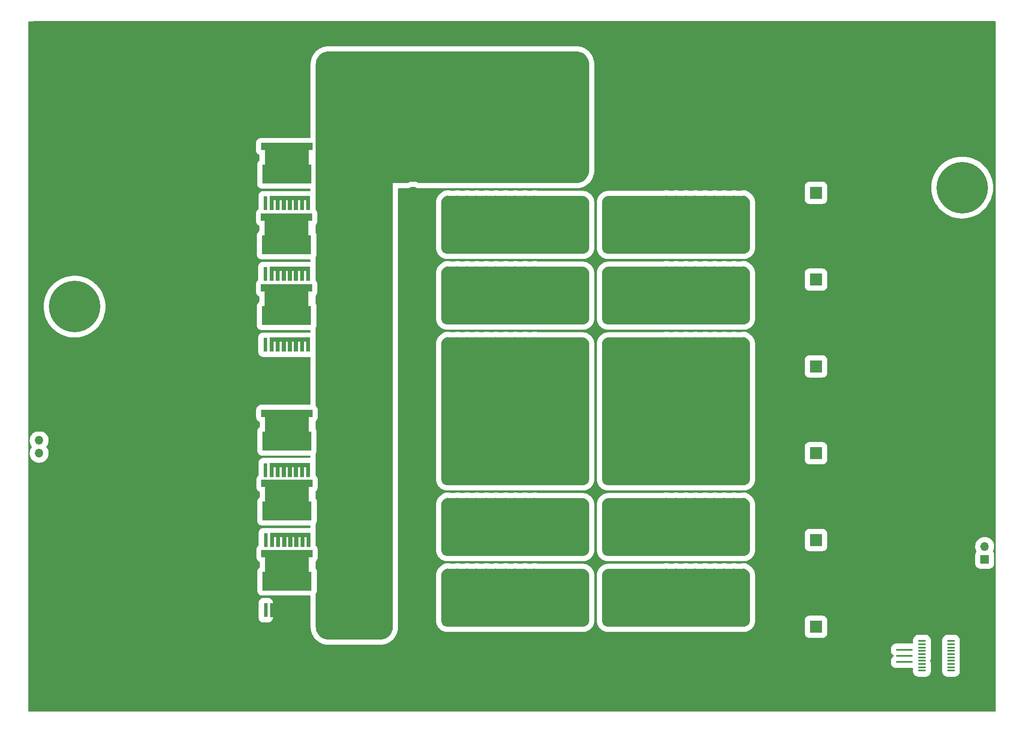
<source format=gbr>
%TF.GenerationSoftware,KiCad,Pcbnew,(6.0.0-rc1-57-gf03efa1cba)*%
%TF.CreationDate,2021-11-19T01:11:21-08:00*%
%TF.ProjectId,OpenCharger,4f70656e-4368-4617-9267-65722e6b6963,rev?*%
%TF.SameCoordinates,Original*%
%TF.FileFunction,Copper,L1,Top*%
%TF.FilePolarity,Positive*%
%FSLAX46Y46*%
G04 Gerber Fmt 4.6, Leading zero omitted, Abs format (unit mm)*
G04 Created by KiCad (PCBNEW (6.0.0-rc1-57-gf03efa1cba)) date 2021-11-19 01:11:21*
%MOMM*%
%LPD*%
G01*
G04 APERTURE LIST*
G04 Aperture macros list*
%AMRoundRect*
0 Rectangle with rounded corners*
0 $1 Rounding radius*
0 $2 $3 $4 $5 $6 $7 $8 $9 X,Y pos of 4 corners*
0 Add a 4 corners polygon primitive as box body*
4,1,4,$2,$3,$4,$5,$6,$7,$8,$9,$2,$3,0*
0 Add four circle primitives for the rounded corners*
1,1,$1+$1,$2,$3*
1,1,$1+$1,$4,$5*
1,1,$1+$1,$6,$7*
1,1,$1+$1,$8,$9*
0 Add four rect primitives between the rounded corners*
20,1,$1+$1,$2,$3,$4,$5,0*
20,1,$1+$1,$4,$5,$6,$7,0*
20,1,$1+$1,$6,$7,$8,$9,0*
20,1,$1+$1,$8,$9,$2,$3,0*%
%AMFreePoly0*
4,1,13,2.850000,-5.050000,1.450000,-5.050000,1.450000,-4.350000,-1.450000,-4.350000,-1.450000,-4.850000,-5.150000,-4.850000,-5.150000,4.850000,-1.450000,4.850000,-1.450000,4.350000,1.450000,4.350000,1.450000,5.050000,2.850000,5.050000,2.850000,-5.050000,2.850000,-5.050000,$1*%
%AMFreePoly1*
4,1,29,0.400000,-4.000000,-2.400000,-4.000000,-2.400000,-3.200000,-0.400000,-3.200000,-0.400000,-2.800000,-2.400000,-2.800000,-2.400000,-2.000000,-0.400000,-2.000000,-0.400000,-1.600000,-2.400000,-1.600000,-2.400000,-0.800000,-0.400000,-0.800000,-0.400000,-0.400000,-2.400000,-0.400000,-2.400000,0.400000,-0.400000,0.400000,-0.400000,0.800000,-2.400000,0.800000,-2.400000,1.600000,-0.400000,1.600000,
-0.400000,2.000000,-2.400000,2.000000,-2.400000,2.800000,-0.400000,2.800000,-0.400000,3.200000,-2.400000,3.200000,-2.400000,4.000000,0.400000,4.000000,0.400000,-4.000000,0.400000,-4.000000,$1*%
G04 Aperture macros list end*
%TA.AperFunction,ComponentPad*%
%ADD10C,16.000000*%
%TD*%
%TA.AperFunction,ComponentPad*%
%ADD11R,1.700000X1.700000*%
%TD*%
%TA.AperFunction,ComponentPad*%
%ADD12O,1.700000X1.700000*%
%TD*%
%TA.AperFunction,ComponentPad*%
%ADD13C,2.400000*%
%TD*%
%TA.AperFunction,ComponentPad*%
%ADD14R,2.400000X2.400000*%
%TD*%
%TA.AperFunction,SMDPad,CuDef*%
%ADD15FreePoly0,90.000000*%
%TD*%
%TA.AperFunction,SMDPad,CuDef*%
%ADD16FreePoly1,90.000000*%
%TD*%
%TA.AperFunction,SMDPad,CuDef*%
%ADD17R,0.800000X2.800000*%
%TD*%
%TA.AperFunction,ComponentPad*%
%ADD18C,10.160000*%
%TD*%
%TA.AperFunction,SMDPad,CuDef*%
%ADD19RoundRect,0.100000X-0.637500X-0.100000X0.637500X-0.100000X0.637500X0.100000X-0.637500X0.100000X0*%
%TD*%
%TA.AperFunction,SMDPad,CuDef*%
%ADD20R,3.200000X0.400000*%
%TD*%
%TA.AperFunction,ViaPad*%
%ADD21C,1.524000*%
%TD*%
G04 APERTURE END LIST*
D10*
%TO.P,L1,1,1*%
%TO.N,/DC-DC Converter/L+*%
X165558000Y-220218000D03*
%TO.P,L1,2,2*%
%TO.N,/DC-DC Converter/L-*%
X197358000Y-220218000D03*
%TD*%
D11*
%TO.P,J5,1,Pin_1*%
%TO.N,+3V3*%
X258445000Y-252100000D03*
D12*
%TO.P,J5,2,Pin_2*%
%TO.N,+12V*%
X258445000Y-249560000D03*
%TD*%
D13*
%TO.P,C16,2*%
%TO.N,Earth*%
X217627755Y-179705000D03*
D14*
%TO.P,C16,1*%
%TO.N,/V_{REG}*%
X225127755Y-179705000D03*
%TD*%
%TO.P,C15,1*%
%TO.N,/V_{REG}*%
X225127755Y-248285000D03*
D13*
%TO.P,C15,2*%
%TO.N,Earth*%
X217627755Y-248285000D03*
%TD*%
D14*
%TO.P,C14,1*%
%TO.N,/V_{REG}*%
X225127755Y-265430000D03*
D13*
%TO.P,C14,2*%
%TO.N,Earth*%
X217627755Y-265430000D03*
%TD*%
D14*
%TO.P,C13,1*%
%TO.N,/V_{DC}*%
X138035001Y-248285000D03*
D13*
%TO.P,C13,2*%
%TO.N,Earth*%
X145535001Y-248285000D03*
%TD*%
D14*
%TO.P,C12,1*%
%TO.N,/V_{DC}*%
X138092246Y-265430000D03*
D13*
%TO.P,C12,2*%
%TO.N,Earth*%
X145592246Y-265430000D03*
%TD*%
D14*
%TO.P,C9,1*%
%TO.N,/V_{DC}*%
X138092246Y-213995000D03*
D13*
%TO.P,C9,2*%
%TO.N,Earth*%
X145592246Y-213995000D03*
%TD*%
D14*
%TO.P,C10,1*%
%TO.N,/V_{REG}*%
X225127755Y-196850000D03*
D13*
%TO.P,C10,2*%
%TO.N,Earth*%
X217627755Y-196850000D03*
%TD*%
D14*
%TO.P,C8,1*%
%TO.N,/V_{REG}*%
X225127756Y-231140000D03*
D13*
%TO.P,C8,2*%
%TO.N,Earth*%
X217627756Y-231140000D03*
%TD*%
D14*
%TO.P,C6,1*%
%TO.N,/V_{REG}*%
X225127755Y-213995000D03*
D13*
%TO.P,C6,2*%
%TO.N,Earth*%
X217627755Y-213995000D03*
%TD*%
D14*
%TO.P,C5,1*%
%TO.N,/V_{DC}*%
X138092246Y-179705000D03*
D13*
%TO.P,C5,2*%
%TO.N,Earth*%
X145592246Y-179705000D03*
%TD*%
D14*
%TO.P,C4,1*%
%TO.N,/V_{DC}*%
X138092247Y-231140000D03*
D13*
%TO.P,C4,2*%
%TO.N,Earth*%
X145592247Y-231140000D03*
%TD*%
D14*
%TO.P,C3,1*%
%TO.N,/V_{DC}*%
X138092246Y-196850000D03*
D13*
%TO.P,C3,2*%
%TO.N,Earth*%
X145592246Y-196850000D03*
%TD*%
D11*
%TO.P,J2,1,Pin_1*%
%TO.N,Earth*%
X71755000Y-226075000D03*
D12*
%TO.P,J2,2,Pin_2*%
%TO.N,/PP*%
X71755000Y-228615000D03*
%TO.P,J2,3,Pin_3*%
%TO.N,/CP*%
X71755000Y-231155000D03*
%TD*%
D15*
%TO.P,Q3,3,D*%
%TO.N,Net-(Q3-Pad3)*%
X120615000Y-200670000D03*
D16*
%TO.P,Q3,2,S*%
%TO.N,/L1*%
X121215000Y-208720000D03*
D17*
%TO.P,Q3,1,G*%
%TO.N,/FilteredRectifier/PHG0*%
X116415000Y-209720000D03*
%TD*%
D15*
%TO.P,Q1,3,D*%
%TO.N,/V_{DC}*%
X120650000Y-172730000D03*
D17*
%TO.P,Q1,1,G*%
%TO.N,/FilteredRectifier/PHG2*%
X116450000Y-181780000D03*
D16*
%TO.P,Q1,2,S*%
%TO.N,Net-(Q1-Pad2)*%
X121250000Y-180780000D03*
%TD*%
D15*
%TO.P,Q2,3,D*%
%TO.N,Net-(Q1-Pad2)*%
X120615000Y-186700000D03*
D17*
%TO.P,Q2,1,G*%
%TO.N,/FilteredRectifier/PHG1*%
X116415000Y-195750000D03*
D16*
%TO.P,Q2,2,S*%
%TO.N,Net-(Q3-Pad3)*%
X121215000Y-194750000D03*
%TD*%
D18*
%TO.P,J6,1,Pin_1*%
%TO.N,/N*%
X78740000Y-202184000D03*
%TD*%
D15*
%TO.P,Q17,3,D*%
%TO.N,Net-(Q16-Pad2)*%
X120699000Y-253095000D03*
D17*
%TO.P,Q17,1,G*%
%TO.N,unconnected-(Q17-Pad1)*%
X116499000Y-262145000D03*
D16*
%TO.P,Q17,2,S*%
%TO.N,Earth*%
X121299000Y-261145000D03*
%TD*%
D15*
%TO.P,Q16,3,D*%
%TO.N,Net-(Q4-Pad2)*%
X120699000Y-239265000D03*
D17*
%TO.P,Q16,1,G*%
%TO.N,unconnected-(Q16-Pad1)*%
X116499000Y-248315000D03*
D16*
%TO.P,Q16,2,S*%
%TO.N,Net-(Q16-Pad2)*%
X121299000Y-247315000D03*
%TD*%
D19*
%TO.P,U2,1,PD4*%
%TO.N,/ChargeController/SWITCH*%
X246057500Y-268220000D03*
%TO.P,U2,2,PD5*%
%TO.N,/CAN Transiever/TXD*%
X246057500Y-268870000D03*
%TO.P,U2,3,PD6*%
%TO.N,/CAN Transiever/RXD*%
X246057500Y-269520000D03*
%TO.P,U2,4,NRST*%
%TO.N,/ChargeController/~{RST}*%
X246057500Y-270170000D03*
%TO.P,U2,5,PA1*%
%TO.N,Net-(U2-Pad5)*%
X246057500Y-270820000D03*
%TO.P,U2,6,PA2*%
%TO.N,Net-(U2-Pad6)*%
X246057500Y-271470000D03*
%TO.P,U2,7,VSS*%
%TO.N,Earth*%
X246057500Y-272120000D03*
%TO.P,U2,8,VCAP*%
%TO.N,Net-(U2-Pad8)*%
X246057500Y-272770000D03*
%TO.P,U2,9,VDD*%
%TO.N,+3V3*%
X246057500Y-273420000D03*
%TO.P,U2,10,PB5*%
%TO.N,unconnected-(U2-Pad10)*%
X246057500Y-274070000D03*
%TO.P,U2,11,PB4*%
%TO.N,/ChargeController/I_MAX*%
X251782500Y-274070000D03*
%TO.P,U2,12,PB1*%
%TO.N,/ChargeController/START{slash}~{STOP}*%
X251782500Y-273420000D03*
%TO.P,U2,13,PB0*%
%TO.N,/ChargeController/BOOST{slash}~{BUCK}*%
X251782500Y-272770000D03*
%TO.P,U2,14,PC4*%
%TO.N,/ChargeController/V_{in}_Sense*%
X251782500Y-272120000D03*
%TO.P,U2,15,PC5*%
%TO.N,unconnected-(U2-Pad15)*%
X251782500Y-271470000D03*
%TO.P,U2,16,PC6*%
%TO.N,unconnected-(U2-Pad16)*%
X251782500Y-270820000D03*
%TO.P,U2,17,PC7*%
%TO.N,unconnected-(U2-Pad17)*%
X251782500Y-270170000D03*
%TO.P,U2,18,PD1*%
%TO.N,/ChargeController/SWIM_DATA*%
X251782500Y-269520000D03*
%TO.P,U2,19,PD2*%
%TO.N,/ChargeController/I_{BATT}_Sense*%
X251782500Y-268870000D03*
%TO.P,U2,20,PD3*%
%TO.N,/ChargeController/V_{BATT}_Sense*%
X251782500Y-268220000D03*
%TD*%
D20*
%TO.P,Y1,1,1*%
%TO.N,Net-(U2-Pad5)*%
X242570000Y-269945000D03*
%TO.P,Y1,2,2*%
%TO.N,Earth*%
X242570000Y-271145000D03*
%TO.P,Y1,3,3*%
%TO.N,Net-(U2-Pad6)*%
X242570000Y-272345000D03*
%TD*%
D18*
%TO.P,J3,1,Pin_1*%
%TO.N,/V_{BATT}*%
X254000000Y-178675000D03*
%TO.P,J3,2,Pin_2*%
%TO.N,Earth*%
X254000000Y-208645000D03*
%TD*%
D15*
%TO.P,Q4,3,D*%
%TO.N,/N*%
X120664000Y-225435000D03*
D16*
%TO.P,Q4,2,S*%
%TO.N,Net-(Q4-Pad2)*%
X121264000Y-233485000D03*
D17*
%TO.P,Q4,1,G*%
%TO.N,unconnected-(Q4-Pad1)*%
X116464000Y-234485000D03*
%TD*%
D21*
%TO.N,/DC-DC Converter/L+*%
X161925000Y-216535000D03*
X161925000Y-223520000D03*
%TO.N,/DC-DC Converter/L-*%
X195580000Y-235585000D03*
X197485000Y-235585000D03*
X199390000Y-235585000D03*
X201295000Y-235585000D03*
X203200000Y-235585000D03*
X205105000Y-235585000D03*
X207010000Y-235585000D03*
X208915000Y-235585000D03*
X210820000Y-235585000D03*
X210820000Y-233680000D03*
X208915000Y-233680000D03*
X207010000Y-233680000D03*
X205105000Y-233680000D03*
X203200000Y-233680000D03*
X201295000Y-233680000D03*
X199390000Y-233680000D03*
X197485000Y-233680000D03*
X195580000Y-233680000D03*
X195580000Y-231775000D03*
X197485000Y-231775000D03*
X199390000Y-231775000D03*
X201295000Y-231775000D03*
X203200000Y-231775000D03*
X205105000Y-231775000D03*
X207010000Y-231775000D03*
X208915000Y-231775000D03*
X210820000Y-231775000D03*
X210820000Y-229870000D03*
X208915000Y-229870000D03*
X207010000Y-229870000D03*
X205105000Y-229870000D03*
X203200000Y-229870000D03*
X201295000Y-229870000D03*
X199390000Y-229870000D03*
X197485000Y-229870000D03*
X195580000Y-229870000D03*
X195580000Y-227965000D03*
X197485000Y-227965000D03*
X199390000Y-227965000D03*
X201295000Y-227965000D03*
X203200000Y-227965000D03*
X205105000Y-227965000D03*
X207010000Y-227965000D03*
X208915000Y-227965000D03*
X210820000Y-227965000D03*
X197485000Y-226060000D03*
X195580000Y-226060000D03*
X199390000Y-226060000D03*
X201295000Y-226060000D03*
X203200000Y-226060000D03*
X205105000Y-226060000D03*
X207010000Y-226060000D03*
X208915000Y-226060000D03*
X210820000Y-226060000D03*
X193675000Y-216535000D03*
X193675000Y-224155000D03*
X201295000Y-224155000D03*
X203200000Y-224155000D03*
X205105000Y-224155000D03*
X207010000Y-224155000D03*
X208915000Y-224155000D03*
X210820000Y-224155000D03*
X210820000Y-222250000D03*
X208915000Y-222250000D03*
X207010000Y-222250000D03*
X205105000Y-222250000D03*
X203200000Y-222250000D03*
X203200000Y-220345000D03*
X205105000Y-220345000D03*
X207010000Y-220345000D03*
X208915000Y-220345000D03*
X210820000Y-220345000D03*
X184150000Y-235585000D03*
X186055000Y-235585000D03*
X187960000Y-235585000D03*
X189865000Y-235585000D03*
X191770000Y-235585000D03*
X193675000Y-235585000D03*
X193675000Y-233680000D03*
X191770000Y-233680000D03*
X189865000Y-233680000D03*
X187960000Y-233680000D03*
X186055000Y-233680000D03*
X184150000Y-233680000D03*
X184150000Y-231775000D03*
X186055000Y-231775000D03*
X187960000Y-231775000D03*
X189865000Y-231775000D03*
X191770000Y-231775000D03*
X193675000Y-231775000D03*
X193675000Y-229870000D03*
X191770000Y-229870000D03*
X189865000Y-229870000D03*
X187960000Y-229870000D03*
X186055000Y-229870000D03*
X184150000Y-229870000D03*
X184150000Y-227965000D03*
X186055000Y-227965000D03*
X187960000Y-227965000D03*
X189865000Y-227965000D03*
X191770000Y-227965000D03*
X193675000Y-227965000D03*
X193675000Y-226060000D03*
X191770000Y-226060000D03*
X189865000Y-226060000D03*
X187960000Y-226060000D03*
X186055000Y-226060000D03*
X184150000Y-226060000D03*
X184150000Y-224155000D03*
X186055000Y-224155000D03*
X187960000Y-224155000D03*
X189865000Y-224155000D03*
X191770000Y-224155000D03*
X191770000Y-222250000D03*
X189865000Y-222250000D03*
X187960000Y-222250000D03*
X186055000Y-222250000D03*
X184150000Y-222250000D03*
X210820000Y-218440000D03*
X210820000Y-216535000D03*
X210820000Y-214630000D03*
X210820000Y-212725000D03*
X210820000Y-210820000D03*
X210820000Y-208915000D03*
X208915000Y-208915000D03*
X208915000Y-210820000D03*
X208915000Y-212725000D03*
X208915000Y-214630000D03*
X208915000Y-216535000D03*
X208915000Y-218440000D03*
X205105000Y-218440000D03*
X207010000Y-218440000D03*
X207010000Y-216535000D03*
X207010000Y-214630000D03*
X207010000Y-212725000D03*
X207010000Y-210820000D03*
X207010000Y-208915000D03*
X205105000Y-208915000D03*
X205105000Y-210820000D03*
X205105000Y-212725000D03*
X205105000Y-214630000D03*
X205105000Y-216535000D03*
X201295000Y-216535000D03*
X203200000Y-218440000D03*
X203200000Y-216535000D03*
X203200000Y-214630000D03*
X203200000Y-212725000D03*
X203200000Y-210820000D03*
X203200000Y-208915000D03*
X191770000Y-220345000D03*
X189865000Y-220345000D03*
X187960000Y-220345000D03*
X187960000Y-218440000D03*
X189865000Y-218440000D03*
X191770000Y-218440000D03*
X191770000Y-216535000D03*
X189865000Y-216535000D03*
X187960000Y-216535000D03*
X191770000Y-214630000D03*
X193675000Y-214630000D03*
X195580000Y-214630000D03*
X197485000Y-214630000D03*
X199390000Y-214630000D03*
X201295000Y-214630000D03*
X201295000Y-212725000D03*
X201295000Y-210820000D03*
X201295000Y-208915000D03*
X199390000Y-208915000D03*
X199390000Y-210820000D03*
X199390000Y-212725000D03*
X197485000Y-212725000D03*
X197485000Y-210820000D03*
X197485000Y-208915000D03*
X195580000Y-208915000D03*
X195580000Y-210820000D03*
X195580000Y-212725000D03*
X193675000Y-212725000D03*
X191770000Y-212725000D03*
X189865000Y-212725000D03*
X189865000Y-214630000D03*
X187960000Y-214630000D03*
X187960000Y-212725000D03*
X186055000Y-212725000D03*
X186055000Y-214630000D03*
X186055000Y-216535000D03*
X186055000Y-218440000D03*
X186055000Y-220345000D03*
X184150000Y-220345000D03*
X184150000Y-218440000D03*
X184150000Y-216535000D03*
X184150000Y-214630000D03*
X184150000Y-212725000D03*
%TO.N,/DC-DC Converter/BUCK_SS2*%
X179070000Y-184785000D03*
%TO.N,/DC-DC Converter/BOOST_DS2*%
X193675000Y-184785000D03*
X191770000Y-184785000D03*
%TO.N,/V_{DC}*%
X171450000Y-165100000D03*
X173355000Y-165100000D03*
X175260000Y-165100000D03*
X177165000Y-165100000D03*
X179070000Y-165100000D03*
X179070000Y-167005000D03*
X177165000Y-167005000D03*
X175260000Y-167005000D03*
X173355000Y-167005000D03*
X171450000Y-167005000D03*
%TO.N,/DC-DC Converter/BOOST_SS1*%
X203200000Y-258445000D03*
X203200000Y-256540000D03*
X207010000Y-258445000D03*
X205105000Y-254635000D03*
X195580000Y-254635000D03*
X207010000Y-256540000D03*
X191770000Y-262255000D03*
X208915000Y-264160000D03*
X201295000Y-264160000D03*
X191770000Y-258445000D03*
X210820000Y-260350000D03*
X207010000Y-260350000D03*
X199390000Y-254635000D03*
X210820000Y-262255000D03*
X207010000Y-262255000D03*
X203200000Y-260350000D03*
X195580000Y-256540000D03*
X195580000Y-258445000D03*
X210820000Y-258445000D03*
X195580000Y-260350000D03*
X186055000Y-262255000D03*
X186055000Y-258445000D03*
X186055000Y-264160000D03*
X184150000Y-260350000D03*
X205105000Y-264160000D03*
X191770000Y-264160000D03*
X201295000Y-262255000D03*
X199390000Y-258445000D03*
X208915000Y-254635000D03*
X199390000Y-260350000D03*
X195580000Y-262255000D03*
X199390000Y-256540000D03*
X193675000Y-264160000D03*
X210820000Y-254635000D03*
X189865000Y-260350000D03*
X189865000Y-262255000D03*
X201295000Y-254635000D03*
X186055000Y-260350000D03*
X207010000Y-264160000D03*
X199390000Y-264160000D03*
X205105000Y-258445000D03*
X208915000Y-262255000D03*
X208915000Y-258445000D03*
X195580000Y-264160000D03*
X201295000Y-258445000D03*
X205105000Y-260350000D03*
X197485000Y-254635000D03*
X193675000Y-260350000D03*
X197485000Y-260350000D03*
X205105000Y-256540000D03*
X201295000Y-256540000D03*
X203200000Y-262255000D03*
X193675000Y-262255000D03*
X189865000Y-258445000D03*
X184150000Y-264160000D03*
X197485000Y-264160000D03*
X187960000Y-258445000D03*
X207010000Y-254635000D03*
X203200000Y-254635000D03*
X184150000Y-262255000D03*
X187960000Y-262255000D03*
X187960000Y-260350000D03*
X187960000Y-264160000D03*
X191770000Y-260350000D03*
X203200000Y-264160000D03*
X201295000Y-260350000D03*
X189865000Y-264160000D03*
X197485000Y-258445000D03*
X208915000Y-256540000D03*
X210820000Y-264160000D03*
X208915000Y-260350000D03*
X205105000Y-262255000D03*
X193675000Y-258445000D03*
X210820000Y-256540000D03*
X199390000Y-262255000D03*
X197485000Y-256540000D03*
X184150000Y-258445000D03*
X197485000Y-262255000D03*
%TO.N,/DC-DC Converter/BOOST_SS2*%
X203200000Y-244475000D03*
X203200000Y-242570000D03*
X207010000Y-244475000D03*
X205105000Y-240665000D03*
X195580000Y-240665000D03*
X207010000Y-242570000D03*
X191770000Y-248285000D03*
X208915000Y-250190000D03*
X201295000Y-250190000D03*
X191770000Y-244475000D03*
X210820000Y-246380000D03*
X207010000Y-246380000D03*
X199390000Y-240665000D03*
X210820000Y-248285000D03*
X207010000Y-248285000D03*
X203200000Y-246380000D03*
X195580000Y-242570000D03*
X195580000Y-244475000D03*
X210820000Y-244475000D03*
X195580000Y-246380000D03*
X186055000Y-248285000D03*
X186055000Y-244475000D03*
X186055000Y-250190000D03*
X184150000Y-246380000D03*
X205105000Y-250190000D03*
X191770000Y-250190000D03*
X201295000Y-248285000D03*
X199390000Y-244475000D03*
X208915000Y-240665000D03*
X199390000Y-246380000D03*
X195580000Y-248285000D03*
X199390000Y-242570000D03*
X193675000Y-250190000D03*
X210820000Y-240665000D03*
X189865000Y-246380000D03*
X189865000Y-248285000D03*
X201295000Y-240665000D03*
X186055000Y-246380000D03*
X207010000Y-250190000D03*
X199390000Y-250190000D03*
X205105000Y-244475000D03*
X208915000Y-248285000D03*
X208915000Y-244475000D03*
X195580000Y-250190000D03*
X201295000Y-244475000D03*
X205105000Y-246380000D03*
X197485000Y-240665000D03*
X193675000Y-246380000D03*
X197485000Y-246380000D03*
X205105000Y-242570000D03*
X201295000Y-242570000D03*
X203200000Y-248285000D03*
X193675000Y-248285000D03*
X189865000Y-244475000D03*
X184150000Y-250190000D03*
X197485000Y-250190000D03*
X187960000Y-244475000D03*
X207010000Y-240665000D03*
X203200000Y-240665000D03*
X184150000Y-248285000D03*
X187960000Y-248285000D03*
X187960000Y-246380000D03*
X187960000Y-250190000D03*
X191770000Y-246380000D03*
X203200000Y-250190000D03*
X201295000Y-246380000D03*
X189865000Y-250190000D03*
X197485000Y-244475000D03*
X208915000Y-242570000D03*
X210820000Y-250190000D03*
X208915000Y-246380000D03*
X205105000Y-248285000D03*
X193675000Y-244475000D03*
X210820000Y-242570000D03*
X199390000Y-248285000D03*
X197485000Y-242570000D03*
X184150000Y-244475000D03*
X197485000Y-248285000D03*
%TO.N,/DC-DC Converter/BOOST_DS1*%
X203200000Y-198755000D03*
X203200000Y-196850000D03*
X207010000Y-198755000D03*
X205105000Y-194945000D03*
X195580000Y-194945000D03*
X207010000Y-196850000D03*
X191770000Y-202565000D03*
X208915000Y-204470000D03*
X201295000Y-204470000D03*
X191770000Y-198755000D03*
X210820000Y-200660000D03*
X207010000Y-200660000D03*
X199390000Y-194945000D03*
X210820000Y-202565000D03*
X207010000Y-202565000D03*
X203200000Y-200660000D03*
X195580000Y-196850000D03*
X195580000Y-198755000D03*
X210820000Y-198755000D03*
X195580000Y-200660000D03*
X186055000Y-202565000D03*
X186055000Y-198755000D03*
X186055000Y-204470000D03*
X184150000Y-200660000D03*
X205105000Y-204470000D03*
X191770000Y-204470000D03*
X201295000Y-202565000D03*
X199390000Y-198755000D03*
X208915000Y-194945000D03*
X199390000Y-200660000D03*
X195580000Y-202565000D03*
X199390000Y-196850000D03*
X193675000Y-204470000D03*
X210820000Y-194945000D03*
X189865000Y-200660000D03*
X189865000Y-202565000D03*
X201295000Y-194945000D03*
X186055000Y-200660000D03*
X207010000Y-204470000D03*
X199390000Y-204470000D03*
X205105000Y-198755000D03*
X208915000Y-202565000D03*
X208915000Y-198755000D03*
X195580000Y-204470000D03*
X201295000Y-198755000D03*
X205105000Y-200660000D03*
X197485000Y-194945000D03*
X193675000Y-200660000D03*
X197485000Y-200660000D03*
X205105000Y-196850000D03*
X201295000Y-196850000D03*
X203200000Y-202565000D03*
X193675000Y-202565000D03*
X189865000Y-198755000D03*
X184150000Y-204470000D03*
X197485000Y-204470000D03*
X187960000Y-198755000D03*
X207010000Y-194945000D03*
X203200000Y-194945000D03*
X184150000Y-202565000D03*
X187960000Y-202565000D03*
X187960000Y-200660000D03*
X187960000Y-204470000D03*
X191770000Y-200660000D03*
X203200000Y-204470000D03*
X201295000Y-200660000D03*
X189865000Y-204470000D03*
X197485000Y-198755000D03*
X208915000Y-196850000D03*
X210820000Y-204470000D03*
X208915000Y-200660000D03*
X205105000Y-202565000D03*
X193675000Y-198755000D03*
X210820000Y-196850000D03*
X199390000Y-202565000D03*
X197485000Y-196850000D03*
X184150000Y-198755000D03*
X197485000Y-202565000D03*
%TO.N,/DC-DC Converter/BOOST_DS2*%
X203200000Y-184785000D03*
X203200000Y-182880000D03*
X207010000Y-184785000D03*
X205105000Y-180975000D03*
X195580000Y-180975000D03*
X207010000Y-182880000D03*
X191770000Y-188595000D03*
X208915000Y-190500000D03*
X201295000Y-190500000D03*
X210820000Y-186690000D03*
X207010000Y-186690000D03*
X199390000Y-180975000D03*
X210820000Y-188595000D03*
X207010000Y-188595000D03*
X203200000Y-186690000D03*
X195580000Y-182880000D03*
X195580000Y-184785000D03*
X210820000Y-184785000D03*
X195580000Y-186690000D03*
X186055000Y-188595000D03*
X186055000Y-184785000D03*
X186055000Y-190500000D03*
X184150000Y-186690000D03*
X205105000Y-190500000D03*
X191770000Y-190500000D03*
X201295000Y-188595000D03*
X199390000Y-184785000D03*
X208915000Y-180975000D03*
X199390000Y-186690000D03*
X195580000Y-188595000D03*
X199390000Y-182880000D03*
X193675000Y-190500000D03*
X210820000Y-180975000D03*
X189865000Y-186690000D03*
X189865000Y-188595000D03*
X201295000Y-180975000D03*
X186055000Y-186690000D03*
X207010000Y-190500000D03*
X199390000Y-190500000D03*
X205105000Y-184785000D03*
X208915000Y-188595000D03*
X208915000Y-184785000D03*
X195580000Y-190500000D03*
X201295000Y-184785000D03*
X205105000Y-186690000D03*
X197485000Y-180975000D03*
X193675000Y-186690000D03*
X197485000Y-186690000D03*
X205105000Y-182880000D03*
X201295000Y-182880000D03*
X203200000Y-188595000D03*
X193675000Y-188595000D03*
X189865000Y-184785000D03*
X184150000Y-190500000D03*
X197485000Y-190500000D03*
X187960000Y-184785000D03*
X207010000Y-180975000D03*
X203200000Y-180975000D03*
X184150000Y-188595000D03*
X187960000Y-188595000D03*
X187960000Y-186690000D03*
X187960000Y-190500000D03*
X191770000Y-186690000D03*
X203200000Y-190500000D03*
X201295000Y-186690000D03*
X189865000Y-190500000D03*
X197485000Y-184785000D03*
X208915000Y-182880000D03*
X210820000Y-190500000D03*
X208915000Y-186690000D03*
X205105000Y-188595000D03*
X210820000Y-182880000D03*
X199390000Y-188595000D03*
X197485000Y-182880000D03*
X184150000Y-184785000D03*
X197485000Y-188595000D03*
%TO.N,/V_{DC}*%
X160020000Y-168910000D03*
X160020000Y-167005000D03*
X156210000Y-168910000D03*
X165735000Y-176530000D03*
X158115000Y-165100000D03*
X167640000Y-165100000D03*
X175260000Y-176530000D03*
X156210000Y-167005000D03*
X171450000Y-172720000D03*
X161925000Y-176530000D03*
X154305000Y-174625000D03*
X161925000Y-174625000D03*
X171450000Y-168910000D03*
X152400000Y-170815000D03*
X156210000Y-170815000D03*
X163830000Y-165100000D03*
X152400000Y-172720000D03*
X156210000Y-176530000D03*
X156210000Y-172720000D03*
X160020000Y-170815000D03*
X167640000Y-167005000D03*
X167640000Y-168910000D03*
X152400000Y-168910000D03*
X167640000Y-170815000D03*
X177165000Y-172720000D03*
X177165000Y-168910000D03*
X177165000Y-174625000D03*
X179070000Y-170815000D03*
X158115000Y-174625000D03*
X171450000Y-174625000D03*
X161925000Y-172720000D03*
X163830000Y-168910000D03*
X154305000Y-165100000D03*
X163830000Y-170815000D03*
X167640000Y-172720000D03*
X163830000Y-167005000D03*
X169545000Y-174625000D03*
X152400000Y-165100000D03*
X173355000Y-170815000D03*
X173355000Y-172720000D03*
X161925000Y-165100000D03*
X177165000Y-170815000D03*
X173355000Y-176530000D03*
X156210000Y-174625000D03*
X163830000Y-174625000D03*
X169545000Y-165100000D03*
X158115000Y-168910000D03*
X154305000Y-172720000D03*
X179070000Y-176530000D03*
X154305000Y-168910000D03*
X167640000Y-174625000D03*
X161925000Y-168910000D03*
X158115000Y-170815000D03*
X158115000Y-176530000D03*
X165735000Y-165100000D03*
X169545000Y-170815000D03*
X165735000Y-170815000D03*
X158115000Y-167005000D03*
X161925000Y-167005000D03*
X160020000Y-172720000D03*
X167640000Y-176530000D03*
X169545000Y-172720000D03*
X173355000Y-168910000D03*
X179070000Y-174625000D03*
X169545000Y-176530000D03*
X165735000Y-174625000D03*
X175260000Y-168910000D03*
X156210000Y-165100000D03*
X160020000Y-165100000D03*
X179070000Y-172720000D03*
X175260000Y-172720000D03*
X175260000Y-170815000D03*
X171450000Y-176530000D03*
X152400000Y-176530000D03*
X175260000Y-174625000D03*
X171450000Y-170815000D03*
X163830000Y-176530000D03*
X154305000Y-176530000D03*
X169545000Y-167005000D03*
X160020000Y-174625000D03*
X161925000Y-170815000D03*
X173355000Y-174625000D03*
X165735000Y-168910000D03*
X154305000Y-167005000D03*
X152400000Y-174625000D03*
X154305000Y-170815000D03*
X158115000Y-172720000D03*
X169545000Y-168910000D03*
X152400000Y-167005000D03*
X160020000Y-176530000D03*
X163830000Y-172720000D03*
X165735000Y-167005000D03*
X177165000Y-176530000D03*
X179070000Y-168910000D03*
X165735000Y-172720000D03*
%TO.N,/DC-DC Converter/BUCK_SS2*%
X160020000Y-184785000D03*
X160020000Y-182880000D03*
X156210000Y-184785000D03*
X158115000Y-180975000D03*
X167640000Y-180975000D03*
X156210000Y-182880000D03*
X171450000Y-188595000D03*
X154305000Y-190500000D03*
X161925000Y-190500000D03*
X171450000Y-184785000D03*
X152400000Y-186690000D03*
X156210000Y-186690000D03*
X163830000Y-180975000D03*
X152400000Y-188595000D03*
X156210000Y-188595000D03*
X160020000Y-186690000D03*
X167640000Y-182880000D03*
X167640000Y-184785000D03*
X152400000Y-184785000D03*
X167640000Y-186690000D03*
X177165000Y-188595000D03*
X177165000Y-184785000D03*
X177165000Y-190500000D03*
X179070000Y-186690000D03*
X158115000Y-190500000D03*
X171450000Y-190500000D03*
X161925000Y-188595000D03*
X163830000Y-184785000D03*
X154305000Y-180975000D03*
X163830000Y-186690000D03*
X167640000Y-188595000D03*
X163830000Y-182880000D03*
X169545000Y-190500000D03*
X152400000Y-180975000D03*
X173355000Y-186690000D03*
X173355000Y-188595000D03*
X161925000Y-180975000D03*
X177165000Y-186690000D03*
X156210000Y-190500000D03*
X163830000Y-190500000D03*
X169545000Y-180975000D03*
X158115000Y-184785000D03*
X154305000Y-188595000D03*
X154305000Y-184785000D03*
X167640000Y-190500000D03*
X161925000Y-184785000D03*
X158115000Y-186690000D03*
X165735000Y-180975000D03*
X169545000Y-186690000D03*
X165735000Y-186690000D03*
X158115000Y-182880000D03*
X161925000Y-182880000D03*
X160020000Y-188595000D03*
X169545000Y-188595000D03*
X173355000Y-184785000D03*
X179070000Y-190500000D03*
X165735000Y-190500000D03*
X175260000Y-184785000D03*
X156210000Y-180975000D03*
X160020000Y-180975000D03*
X179070000Y-188595000D03*
X175260000Y-188595000D03*
X175260000Y-186690000D03*
X175260000Y-190500000D03*
X171450000Y-186690000D03*
X169545000Y-182880000D03*
X160020000Y-190500000D03*
X161925000Y-186690000D03*
X173355000Y-190500000D03*
X165735000Y-184785000D03*
X154305000Y-182880000D03*
X152400000Y-190500000D03*
X154305000Y-186690000D03*
X158115000Y-188595000D03*
X169545000Y-184785000D03*
X152400000Y-182880000D03*
X163830000Y-188595000D03*
X165735000Y-182880000D03*
X165735000Y-188595000D03*
%TO.N,/DC-DC Converter/BUCK_SS1*%
X160020000Y-198755000D03*
X160020000Y-196850000D03*
X156210000Y-198755000D03*
X158115000Y-194945000D03*
X167640000Y-194945000D03*
X156210000Y-196850000D03*
X171450000Y-202565000D03*
X154305000Y-204470000D03*
X161925000Y-204470000D03*
X171450000Y-198755000D03*
X152400000Y-200660000D03*
X156210000Y-200660000D03*
X163830000Y-194945000D03*
X152400000Y-202565000D03*
X156210000Y-202565000D03*
X160020000Y-200660000D03*
X167640000Y-196850000D03*
X167640000Y-198755000D03*
X152400000Y-198755000D03*
X167640000Y-200660000D03*
X177165000Y-202565000D03*
X177165000Y-198755000D03*
X177165000Y-204470000D03*
X179070000Y-200660000D03*
X158115000Y-204470000D03*
X171450000Y-204470000D03*
X161925000Y-202565000D03*
X163830000Y-198755000D03*
X154305000Y-194945000D03*
X163830000Y-200660000D03*
X167640000Y-202565000D03*
X163830000Y-196850000D03*
X169545000Y-204470000D03*
X152400000Y-194945000D03*
X173355000Y-200660000D03*
X173355000Y-202565000D03*
X161925000Y-194945000D03*
X177165000Y-200660000D03*
X156210000Y-204470000D03*
X163830000Y-204470000D03*
X169545000Y-194945000D03*
X158115000Y-198755000D03*
X154305000Y-202565000D03*
X154305000Y-198755000D03*
X167640000Y-204470000D03*
X161925000Y-198755000D03*
X158115000Y-200660000D03*
X165735000Y-194945000D03*
X169545000Y-200660000D03*
X165735000Y-200660000D03*
X158115000Y-196850000D03*
X161925000Y-196850000D03*
X160020000Y-202565000D03*
X169545000Y-202565000D03*
X173355000Y-198755000D03*
X179070000Y-204470000D03*
X165735000Y-204470000D03*
X175260000Y-198755000D03*
X156210000Y-194945000D03*
X160020000Y-194945000D03*
X179070000Y-202565000D03*
X175260000Y-202565000D03*
X175260000Y-200660000D03*
X175260000Y-204470000D03*
X171450000Y-200660000D03*
X169545000Y-196850000D03*
X160020000Y-204470000D03*
X161925000Y-200660000D03*
X173355000Y-204470000D03*
X165735000Y-198755000D03*
X154305000Y-196850000D03*
X152400000Y-204470000D03*
X154305000Y-200660000D03*
X158115000Y-202565000D03*
X169545000Y-198755000D03*
X152400000Y-196850000D03*
X163830000Y-202565000D03*
X165735000Y-196850000D03*
X179070000Y-198755000D03*
X165735000Y-202565000D03*
%TO.N,/DC-DC Converter/BUCK_DS2*%
X160020000Y-244475000D03*
X160020000Y-242570000D03*
X156210000Y-244475000D03*
X158115000Y-240665000D03*
X167640000Y-240665000D03*
X156210000Y-242570000D03*
X171450000Y-248285000D03*
X154305000Y-250190000D03*
X161925000Y-250190000D03*
X171450000Y-244475000D03*
X152400000Y-246380000D03*
X156210000Y-246380000D03*
X163830000Y-240665000D03*
X152400000Y-248285000D03*
X156210000Y-248285000D03*
X160020000Y-246380000D03*
X167640000Y-242570000D03*
X167640000Y-244475000D03*
X152400000Y-244475000D03*
X167640000Y-246380000D03*
X177165000Y-248285000D03*
X177165000Y-244475000D03*
X177165000Y-250190000D03*
X179070000Y-246380000D03*
X158115000Y-250190000D03*
X171450000Y-250190000D03*
X161925000Y-248285000D03*
X163830000Y-244475000D03*
X154305000Y-240665000D03*
X163830000Y-246380000D03*
X167640000Y-248285000D03*
X163830000Y-242570000D03*
X169545000Y-250190000D03*
X152400000Y-240665000D03*
X173355000Y-246380000D03*
X173355000Y-248285000D03*
X161925000Y-240665000D03*
X177165000Y-246380000D03*
X156210000Y-250190000D03*
X163830000Y-250190000D03*
X169545000Y-240665000D03*
X158115000Y-244475000D03*
X154305000Y-248285000D03*
X154305000Y-244475000D03*
X167640000Y-250190000D03*
X161925000Y-244475000D03*
X158115000Y-246380000D03*
X165735000Y-240665000D03*
X169545000Y-246380000D03*
X165735000Y-246380000D03*
X158115000Y-242570000D03*
X161925000Y-242570000D03*
X160020000Y-248285000D03*
X169545000Y-248285000D03*
X173355000Y-244475000D03*
X179070000Y-250190000D03*
X165735000Y-250190000D03*
X175260000Y-244475000D03*
X156210000Y-240665000D03*
X160020000Y-240665000D03*
X179070000Y-248285000D03*
X175260000Y-248285000D03*
X175260000Y-246380000D03*
X175260000Y-250190000D03*
X171450000Y-246380000D03*
X169545000Y-242570000D03*
X160020000Y-250190000D03*
X161925000Y-246380000D03*
X173355000Y-250190000D03*
X165735000Y-244475000D03*
X154305000Y-242570000D03*
X152400000Y-250190000D03*
X154305000Y-246380000D03*
X158115000Y-248285000D03*
X169545000Y-244475000D03*
X152400000Y-242570000D03*
X163830000Y-248285000D03*
X165735000Y-242570000D03*
X179070000Y-244475000D03*
X165735000Y-248285000D03*
%TO.N,/DC-DC Converter/BUCK_DS1*%
X171450000Y-264160000D03*
X173355000Y-264160000D03*
X175260000Y-264160000D03*
X177165000Y-264160000D03*
X179070000Y-264160000D03*
X179070000Y-262255000D03*
X177165000Y-262255000D03*
X175260000Y-262255000D03*
X173355000Y-262255000D03*
X171450000Y-262255000D03*
X171450000Y-260350000D03*
X173355000Y-260350000D03*
X175260000Y-260350000D03*
X177165000Y-260350000D03*
X179070000Y-260350000D03*
X179070000Y-258445000D03*
X177165000Y-258445000D03*
X175260000Y-258445000D03*
X173355000Y-258445000D03*
X171450000Y-258445000D03*
X152400000Y-264160000D03*
X154305000Y-264160000D03*
X156210000Y-264160000D03*
X158115000Y-264160000D03*
X160020000Y-264160000D03*
X161925000Y-264160000D03*
X163830000Y-264160000D03*
X165735000Y-264160000D03*
X167640000Y-264160000D03*
X169545000Y-264160000D03*
X169545000Y-262255000D03*
X167640000Y-262255000D03*
X165735000Y-262255000D03*
X163830000Y-262255000D03*
X161925000Y-262255000D03*
X160020000Y-262255000D03*
X158115000Y-262255000D03*
X156210000Y-262255000D03*
X154305000Y-262255000D03*
X152400000Y-262255000D03*
X152400000Y-258445000D03*
X154305000Y-260350000D03*
X156210000Y-260350000D03*
X158115000Y-260350000D03*
X160020000Y-260350000D03*
X161925000Y-260350000D03*
X163830000Y-260350000D03*
X165735000Y-260350000D03*
X167640000Y-260350000D03*
X169545000Y-260350000D03*
X169545000Y-258445000D03*
X167640000Y-258445000D03*
X165735000Y-258445000D03*
X163830000Y-258445000D03*
X161925000Y-258445000D03*
X160020000Y-258445000D03*
X158115000Y-258445000D03*
X156210000Y-258445000D03*
X154305000Y-258445000D03*
X152400000Y-256540000D03*
X154305000Y-256540000D03*
X156210000Y-256540000D03*
X158115000Y-256540000D03*
X160020000Y-256540000D03*
X161925000Y-256540000D03*
X163830000Y-256540000D03*
X165735000Y-256540000D03*
X167640000Y-256540000D03*
X169545000Y-256540000D03*
X169545000Y-254635000D03*
X167640000Y-254635000D03*
X165735000Y-254635000D03*
X163830000Y-254635000D03*
X161925000Y-254635000D03*
X160020000Y-254635000D03*
X158115000Y-254635000D03*
X156210000Y-254635000D03*
X154305000Y-254635000D03*
X152400000Y-260350000D03*
X152400000Y-254635000D03*
%TO.N,/DC-DC Converter/BUCK_DS2*%
X152400000Y-240665000D03*
%TO.N,/DC-DC Converter/BOOST_SS2*%
X210820000Y-240665000D03*
%TO.N,/DC-DC Converter/BOOST_SS1*%
X210820000Y-254635000D03*
%TO.N,/DC-DC Converter/BOOST_DS1*%
X210820000Y-194945000D03*
%TO.N,/DC-DC Converter/BOOST_DS2*%
X210820000Y-180975000D03*
%TO.N,/DC-DC Converter/BUCK_SS1*%
X152400000Y-194945000D03*
%TO.N,/DC-DC Converter/BUCK_SS2*%
X152400000Y-180975000D03*
%TO.N,/DC-DC Converter/L+*%
X152400000Y-235585000D03*
X152400000Y-233680000D03*
X154305000Y-233680000D03*
X154305000Y-235585000D03*
X156210000Y-235585000D03*
X156210000Y-233680000D03*
X158115000Y-233680000D03*
X158115000Y-235585000D03*
X160020000Y-235585000D03*
X160020000Y-233680000D03*
X161925000Y-233680000D03*
X161925000Y-235585000D03*
X163830000Y-235585000D03*
X163830000Y-233680000D03*
X165735000Y-233680000D03*
X165735000Y-235585000D03*
X167640000Y-235585000D03*
X167640000Y-233680000D03*
X169545000Y-233680000D03*
X169545000Y-235585000D03*
X179070000Y-235585000D03*
X177165000Y-235585000D03*
X175260000Y-235585000D03*
X173355000Y-235585000D03*
X171450000Y-235585000D03*
X171450000Y-233680000D03*
X173355000Y-233680000D03*
X175260000Y-233680000D03*
X177165000Y-233680000D03*
X179070000Y-233680000D03*
X179070000Y-231775000D03*
X177165000Y-231775000D03*
X175260000Y-231775000D03*
X173355000Y-231775000D03*
X171450000Y-231775000D03*
X169545000Y-231775000D03*
X167640000Y-231775000D03*
X165735000Y-231775000D03*
X163830000Y-231775000D03*
X161925000Y-231775000D03*
X160020000Y-231775000D03*
X158115000Y-231775000D03*
X156210000Y-231775000D03*
X154305000Y-231775000D03*
X152400000Y-231775000D03*
X152400000Y-229870000D03*
X154305000Y-229870000D03*
X156210000Y-229870000D03*
X158115000Y-229870000D03*
X160020000Y-229870000D03*
X152400000Y-224155000D03*
X152400000Y-222250000D03*
X152400000Y-220345000D03*
X152400000Y-218440000D03*
X154305000Y-218440000D03*
X154305000Y-220345000D03*
X154305000Y-222250000D03*
X154305000Y-224155000D03*
X156210000Y-224155000D03*
X156210000Y-222250000D03*
X156210000Y-220345000D03*
X156210000Y-218440000D03*
X160020000Y-220345000D03*
X160020000Y-218440000D03*
X160020000Y-224155000D03*
X160020000Y-222250000D03*
X158115000Y-224155000D03*
X158115000Y-222250000D03*
X158115000Y-220345000D03*
X158115000Y-218440000D03*
X161925000Y-229870000D03*
X163830000Y-229870000D03*
X165735000Y-229870000D03*
X167640000Y-229870000D03*
X169545000Y-229870000D03*
X171450000Y-229870000D03*
X173355000Y-229870000D03*
X175260000Y-229870000D03*
X177165000Y-229870000D03*
X179070000Y-229870000D03*
X179070000Y-227965000D03*
X177165000Y-227965000D03*
X175260000Y-227965000D03*
X173355000Y-227965000D03*
X171450000Y-227965000D03*
X169545000Y-227965000D03*
X167640000Y-227965000D03*
X165735000Y-227965000D03*
X163830000Y-227965000D03*
X161925000Y-227965000D03*
X160020000Y-227965000D03*
X158115000Y-227965000D03*
X156210000Y-227965000D03*
X154305000Y-227965000D03*
X154305000Y-227965000D03*
X152400000Y-227965000D03*
X152400000Y-226060000D03*
X154305000Y-226060000D03*
X156210000Y-226060000D03*
X158115000Y-226060000D03*
X160020000Y-226060000D03*
X161925000Y-226060000D03*
X163830000Y-226060000D03*
X165735000Y-226060000D03*
X167640000Y-226060000D03*
X169545000Y-226060000D03*
X171450000Y-226060000D03*
X173355000Y-226060000D03*
X175260000Y-226060000D03*
X177165000Y-226060000D03*
X179070000Y-226060000D03*
X179070000Y-224155000D03*
X177165000Y-224155000D03*
X175260000Y-224155000D03*
X173355000Y-224155000D03*
X171450000Y-224155000D03*
X169545000Y-224155000D03*
X171450000Y-222250000D03*
X173355000Y-222250000D03*
X175260000Y-222250000D03*
X177165000Y-222250000D03*
X179070000Y-222250000D03*
X179070000Y-220345000D03*
X177165000Y-220345000D03*
X175260000Y-220345000D03*
X173355000Y-220345000D03*
X171450000Y-220345000D03*
X171450000Y-218440000D03*
X173355000Y-218440000D03*
X175260000Y-218440000D03*
X177165000Y-218440000D03*
X179070000Y-218440000D03*
X179070000Y-216535000D03*
X177165000Y-216535000D03*
X175260000Y-216535000D03*
X173355000Y-216535000D03*
X171450000Y-216535000D03*
X169545000Y-216535000D03*
X160020000Y-216535000D03*
X158115000Y-216535000D03*
X156210000Y-216535000D03*
X154305000Y-216535000D03*
X152400000Y-216535000D03*
X152400000Y-214630000D03*
X154305000Y-214630000D03*
X156210000Y-214630000D03*
X158115000Y-214630000D03*
X160020000Y-214630000D03*
X161925000Y-214630000D03*
X163830000Y-214630000D03*
X165735000Y-214630000D03*
X167640000Y-214630000D03*
X169545000Y-214630000D03*
X171450000Y-214630000D03*
X173355000Y-214630000D03*
X175260000Y-214630000D03*
X177165000Y-214630000D03*
X179070000Y-214630000D03*
X179070000Y-212725000D03*
X177165000Y-212725000D03*
X175260000Y-212725000D03*
X173355000Y-212725000D03*
X171450000Y-212725000D03*
X169545000Y-212725000D03*
X167640000Y-212725000D03*
X165735000Y-212725000D03*
X163830000Y-212725000D03*
X161925000Y-212725000D03*
X160020000Y-212725000D03*
X158115000Y-212725000D03*
X156210000Y-212725000D03*
X154305000Y-212725000D03*
X152400000Y-212725000D03*
X152400000Y-210820000D03*
X154305000Y-210820000D03*
X156210000Y-210820000D03*
X158115000Y-210820000D03*
X160020000Y-210820000D03*
X161925000Y-210820000D03*
X163830000Y-210820000D03*
X165735000Y-210820000D03*
X167640000Y-210820000D03*
X169545000Y-210820000D03*
X169545000Y-208915000D03*
X167640000Y-208915000D03*
X165735000Y-208915000D03*
X163830000Y-208915000D03*
X161925000Y-208915000D03*
X160020000Y-208915000D03*
X158115000Y-208915000D03*
X156210000Y-208915000D03*
X154305000Y-208915000D03*
X152400000Y-208915000D03*
%TD*%
%TA.AperFunction,Conductor*%
%TO.N,/DC-DC Converter/L+*%
G36*
X179075474Y-208280479D02*
G01*
X179123516Y-208284682D01*
X179279555Y-208298334D01*
X179301178Y-208302146D01*
X179451625Y-208342458D01*
X179493718Y-208353737D01*
X179514358Y-208361249D01*
X179695015Y-208445492D01*
X179714026Y-208456468D01*
X179855489Y-208555522D01*
X179877314Y-208570804D01*
X179894138Y-208584922D01*
X180035078Y-208725862D01*
X180049196Y-208742686D01*
X180163532Y-208905974D01*
X180174508Y-208924985D01*
X180248102Y-209082807D01*
X180258751Y-209105643D01*
X180266263Y-209126282D01*
X180317853Y-209318818D01*
X180321667Y-209340448D01*
X180339521Y-209544526D01*
X180340000Y-209555507D01*
X180340000Y-236214493D01*
X180339521Y-236225474D01*
X180321667Y-236429552D01*
X180317853Y-236451182D01*
X180266263Y-236643718D01*
X180258751Y-236664357D01*
X180174508Y-236845015D01*
X180163532Y-236864026D01*
X180064478Y-237005489D01*
X180049196Y-237027314D01*
X180035078Y-237044138D01*
X179894138Y-237185078D01*
X179877314Y-237199196D01*
X179714026Y-237313532D01*
X179695015Y-237324508D01*
X179537193Y-237398102D01*
X179514357Y-237408751D01*
X179493717Y-237416263D01*
X179301178Y-237467854D01*
X179279555Y-237471666D01*
X179123516Y-237485318D01*
X179075474Y-237489521D01*
X179064493Y-237490000D01*
X152405507Y-237490000D01*
X152394526Y-237489521D01*
X152346484Y-237485318D01*
X152190445Y-237471666D01*
X152168822Y-237467854D01*
X151976283Y-237416263D01*
X151955643Y-237408751D01*
X151932807Y-237398102D01*
X151774985Y-237324508D01*
X151755974Y-237313532D01*
X151592686Y-237199196D01*
X151575862Y-237185078D01*
X151434922Y-237044138D01*
X151420804Y-237027314D01*
X151405522Y-237005489D01*
X151306468Y-236864026D01*
X151295492Y-236845015D01*
X151211249Y-236664357D01*
X151203737Y-236643718D01*
X151152147Y-236451182D01*
X151148333Y-236429552D01*
X151130479Y-236225474D01*
X151130000Y-236214493D01*
X151130000Y-209555507D01*
X151130479Y-209544526D01*
X151148333Y-209340448D01*
X151152147Y-209318818D01*
X151203737Y-209126282D01*
X151211249Y-209105643D01*
X151221898Y-209082807D01*
X151295492Y-208924985D01*
X151306468Y-208905974D01*
X151420804Y-208742686D01*
X151434922Y-208725862D01*
X151575862Y-208584922D01*
X151592686Y-208570804D01*
X151614511Y-208555522D01*
X151755974Y-208456468D01*
X151774985Y-208445492D01*
X151955642Y-208361249D01*
X151976282Y-208353737D01*
X152018375Y-208342458D01*
X152168822Y-208302146D01*
X152190445Y-208298334D01*
X152346484Y-208284682D01*
X152394526Y-208280479D01*
X152405507Y-208280000D01*
X179064493Y-208280000D01*
X179075474Y-208280479D01*
G37*
%TD.AperFunction*%
%TD*%
%TA.AperFunction,Conductor*%
%TO.N,/DC-DC Converter/L-*%
G36*
X210825474Y-208280479D02*
G01*
X210873516Y-208284682D01*
X211029555Y-208298334D01*
X211051178Y-208302146D01*
X211201625Y-208342458D01*
X211243718Y-208353737D01*
X211264358Y-208361249D01*
X211445015Y-208445492D01*
X211464026Y-208456468D01*
X211605489Y-208555522D01*
X211627314Y-208570804D01*
X211644138Y-208584922D01*
X211785078Y-208725862D01*
X211799196Y-208742686D01*
X211913532Y-208905974D01*
X211924508Y-208924985D01*
X211998102Y-209082807D01*
X212008751Y-209105643D01*
X212016263Y-209126282D01*
X212067853Y-209318818D01*
X212071667Y-209340448D01*
X212089521Y-209544526D01*
X212090000Y-209555507D01*
X212090000Y-236214493D01*
X212089521Y-236225474D01*
X212071667Y-236429552D01*
X212067853Y-236451182D01*
X212016263Y-236643718D01*
X212008751Y-236664357D01*
X211924508Y-236845015D01*
X211913532Y-236864026D01*
X211814478Y-237005489D01*
X211799196Y-237027314D01*
X211785078Y-237044138D01*
X211644138Y-237185078D01*
X211627314Y-237199196D01*
X211464026Y-237313532D01*
X211445015Y-237324508D01*
X211287193Y-237398102D01*
X211264357Y-237408751D01*
X211243717Y-237416263D01*
X211051178Y-237467854D01*
X211029555Y-237471666D01*
X210873516Y-237485318D01*
X210825474Y-237489521D01*
X210814493Y-237490000D01*
X184155507Y-237490000D01*
X184144526Y-237489521D01*
X184096484Y-237485318D01*
X183940445Y-237471666D01*
X183918822Y-237467854D01*
X183726283Y-237416263D01*
X183705643Y-237408751D01*
X183682807Y-237398102D01*
X183524985Y-237324508D01*
X183505974Y-237313532D01*
X183342686Y-237199196D01*
X183325862Y-237185078D01*
X183184922Y-237044138D01*
X183170804Y-237027314D01*
X183155522Y-237005489D01*
X183056468Y-236864026D01*
X183045492Y-236845015D01*
X182961249Y-236664357D01*
X182953737Y-236643718D01*
X182902147Y-236451182D01*
X182898333Y-236429552D01*
X182880479Y-236225474D01*
X182880000Y-236214493D01*
X182880000Y-209555507D01*
X182880479Y-209544526D01*
X182898333Y-209340448D01*
X182902147Y-209318818D01*
X182953737Y-209126282D01*
X182961249Y-209105643D01*
X182971898Y-209082807D01*
X183045492Y-208924985D01*
X183056468Y-208905974D01*
X183170804Y-208742686D01*
X183184922Y-208725862D01*
X183325862Y-208584922D01*
X183342686Y-208570804D01*
X183364511Y-208555522D01*
X183505974Y-208456468D01*
X183524985Y-208445492D01*
X183705642Y-208361249D01*
X183726282Y-208353737D01*
X183768375Y-208342458D01*
X183918822Y-208302146D01*
X183940445Y-208298334D01*
X184096484Y-208284682D01*
X184144526Y-208280479D01*
X184155507Y-208280000D01*
X210814493Y-208280000D01*
X210825474Y-208280479D01*
G37*
%TD.AperFunction*%
%TD*%
%TA.AperFunction,Conductor*%
%TO.N,/DC-DC Converter/BUCK_DS2*%
G36*
X179075474Y-240030479D02*
G01*
X179123516Y-240034682D01*
X179279555Y-240048334D01*
X179301178Y-240052146D01*
X179451625Y-240092458D01*
X179493718Y-240103737D01*
X179514358Y-240111249D01*
X179695015Y-240195492D01*
X179714026Y-240206468D01*
X179855489Y-240305522D01*
X179877314Y-240320804D01*
X179894138Y-240334922D01*
X180035078Y-240475862D01*
X180049196Y-240492686D01*
X180163532Y-240655974D01*
X180174508Y-240674985D01*
X180248102Y-240832807D01*
X180258751Y-240855643D01*
X180266263Y-240876282D01*
X180317853Y-241068818D01*
X180321667Y-241090448D01*
X180339521Y-241294526D01*
X180340000Y-241305507D01*
X180340000Y-250184493D01*
X180339521Y-250195474D01*
X180321667Y-250399552D01*
X180317853Y-250421182D01*
X180266263Y-250613718D01*
X180258751Y-250634357D01*
X180174508Y-250815015D01*
X180163532Y-250834026D01*
X180064478Y-250975489D01*
X180049196Y-250997314D01*
X180035078Y-251014138D01*
X179894138Y-251155078D01*
X179877314Y-251169196D01*
X179714026Y-251283532D01*
X179695015Y-251294508D01*
X179537193Y-251368102D01*
X179514357Y-251378751D01*
X179493717Y-251386263D01*
X179301178Y-251437854D01*
X179279555Y-251441666D01*
X179123516Y-251455318D01*
X179075474Y-251459521D01*
X179064493Y-251460000D01*
X152405507Y-251460000D01*
X152394526Y-251459521D01*
X152346484Y-251455318D01*
X152190445Y-251441666D01*
X152168822Y-251437854D01*
X151976283Y-251386263D01*
X151955643Y-251378751D01*
X151932807Y-251368102D01*
X151774985Y-251294508D01*
X151755974Y-251283532D01*
X151592686Y-251169196D01*
X151575862Y-251155078D01*
X151434922Y-251014138D01*
X151420804Y-250997314D01*
X151405522Y-250975489D01*
X151306468Y-250834026D01*
X151295492Y-250815015D01*
X151211249Y-250634357D01*
X151203737Y-250613718D01*
X151152147Y-250421182D01*
X151148333Y-250399552D01*
X151130479Y-250195474D01*
X151130000Y-250184493D01*
X151130000Y-241305507D01*
X151130479Y-241294526D01*
X151148333Y-241090448D01*
X151152147Y-241068818D01*
X151203737Y-240876282D01*
X151211249Y-240855643D01*
X151221898Y-240832807D01*
X151295492Y-240674985D01*
X151306468Y-240655974D01*
X151420804Y-240492686D01*
X151434922Y-240475862D01*
X151575862Y-240334922D01*
X151592686Y-240320804D01*
X151614511Y-240305522D01*
X151755974Y-240206468D01*
X151774985Y-240195492D01*
X151955642Y-240111249D01*
X151976282Y-240103737D01*
X152018375Y-240092458D01*
X152168822Y-240052146D01*
X152190445Y-240048334D01*
X152346484Y-240034682D01*
X152394526Y-240030479D01*
X152405507Y-240030000D01*
X179064493Y-240030000D01*
X179075474Y-240030479D01*
G37*
%TD.AperFunction*%
%TD*%
%TA.AperFunction,Conductor*%
%TO.N,/DC-DC Converter/BOOST_SS2*%
G36*
X210825474Y-240030479D02*
G01*
X210873516Y-240034682D01*
X211029555Y-240048334D01*
X211051178Y-240052146D01*
X211201625Y-240092458D01*
X211243718Y-240103737D01*
X211264358Y-240111249D01*
X211445015Y-240195492D01*
X211464026Y-240206468D01*
X211605489Y-240305522D01*
X211627314Y-240320804D01*
X211644138Y-240334922D01*
X211785078Y-240475862D01*
X211799196Y-240492686D01*
X211913532Y-240655974D01*
X211924508Y-240674985D01*
X211998102Y-240832807D01*
X212008751Y-240855643D01*
X212016263Y-240876282D01*
X212067853Y-241068818D01*
X212071667Y-241090448D01*
X212089521Y-241294526D01*
X212090000Y-241305507D01*
X212090000Y-250184493D01*
X212089521Y-250195474D01*
X212071667Y-250399552D01*
X212067853Y-250421182D01*
X212016263Y-250613718D01*
X212008751Y-250634357D01*
X211924508Y-250815015D01*
X211913532Y-250834026D01*
X211814478Y-250975489D01*
X211799196Y-250997314D01*
X211785078Y-251014138D01*
X211644138Y-251155078D01*
X211627314Y-251169196D01*
X211464026Y-251283532D01*
X211445015Y-251294508D01*
X211287193Y-251368102D01*
X211264357Y-251378751D01*
X211243717Y-251386263D01*
X211051178Y-251437854D01*
X211029555Y-251441666D01*
X210873516Y-251455318D01*
X210825474Y-251459521D01*
X210814493Y-251460000D01*
X184155507Y-251460000D01*
X184144526Y-251459521D01*
X184096484Y-251455318D01*
X183940445Y-251441666D01*
X183918822Y-251437854D01*
X183726283Y-251386263D01*
X183705643Y-251378751D01*
X183682807Y-251368102D01*
X183524985Y-251294508D01*
X183505974Y-251283532D01*
X183342686Y-251169196D01*
X183325862Y-251155078D01*
X183184922Y-251014138D01*
X183170804Y-250997314D01*
X183155522Y-250975489D01*
X183056468Y-250834026D01*
X183045492Y-250815015D01*
X182961249Y-250634357D01*
X182953737Y-250613718D01*
X182902147Y-250421182D01*
X182898333Y-250399552D01*
X182880479Y-250195474D01*
X182880000Y-250184493D01*
X182880000Y-241305507D01*
X182880479Y-241294526D01*
X182898333Y-241090448D01*
X182902147Y-241068818D01*
X182953737Y-240876282D01*
X182961249Y-240855643D01*
X182971898Y-240832807D01*
X183045492Y-240674985D01*
X183056468Y-240655974D01*
X183170804Y-240492686D01*
X183184922Y-240475862D01*
X183325862Y-240334922D01*
X183342686Y-240320804D01*
X183364511Y-240305522D01*
X183505974Y-240206468D01*
X183524985Y-240195492D01*
X183705642Y-240111249D01*
X183726282Y-240103737D01*
X183768375Y-240092458D01*
X183918822Y-240052146D01*
X183940445Y-240048334D01*
X184096484Y-240034682D01*
X184144526Y-240030479D01*
X184155507Y-240030000D01*
X210814493Y-240030000D01*
X210825474Y-240030479D01*
G37*
%TD.AperFunction*%
%TD*%
%TA.AperFunction,Conductor*%
%TO.N,/DC-DC Converter/BUCK_DS1*%
G36*
X179075474Y-254000479D02*
G01*
X179123516Y-254004682D01*
X179279555Y-254018334D01*
X179301178Y-254022146D01*
X179451625Y-254062458D01*
X179493718Y-254073737D01*
X179514358Y-254081249D01*
X179695015Y-254165492D01*
X179714026Y-254176468D01*
X179855489Y-254275522D01*
X179877314Y-254290804D01*
X179894138Y-254304922D01*
X180035078Y-254445862D01*
X180049196Y-254462686D01*
X180163532Y-254625974D01*
X180174508Y-254644985D01*
X180248102Y-254802807D01*
X180258751Y-254825643D01*
X180266263Y-254846282D01*
X180317853Y-255038818D01*
X180321667Y-255060448D01*
X180339521Y-255264526D01*
X180340000Y-255275507D01*
X180340000Y-264154493D01*
X180339521Y-264165474D01*
X180321667Y-264369552D01*
X180317853Y-264391182D01*
X180266263Y-264583718D01*
X180258751Y-264604357D01*
X180174508Y-264785015D01*
X180163532Y-264804026D01*
X180064478Y-264945489D01*
X180049196Y-264967314D01*
X180035078Y-264984138D01*
X179894138Y-265125078D01*
X179877314Y-265139196D01*
X179714026Y-265253532D01*
X179695015Y-265264508D01*
X179537193Y-265338102D01*
X179514357Y-265348751D01*
X179493717Y-265356263D01*
X179301178Y-265407854D01*
X179279555Y-265411666D01*
X179123516Y-265425318D01*
X179075474Y-265429521D01*
X179064493Y-265430000D01*
X152405507Y-265430000D01*
X152394526Y-265429521D01*
X152346484Y-265425318D01*
X152190445Y-265411666D01*
X152168822Y-265407854D01*
X151976283Y-265356263D01*
X151955643Y-265348751D01*
X151932807Y-265338102D01*
X151774985Y-265264508D01*
X151755974Y-265253532D01*
X151592686Y-265139196D01*
X151575862Y-265125078D01*
X151434922Y-264984138D01*
X151420804Y-264967314D01*
X151405522Y-264945489D01*
X151306468Y-264804026D01*
X151295492Y-264785015D01*
X151211249Y-264604357D01*
X151203737Y-264583718D01*
X151152147Y-264391182D01*
X151148333Y-264369552D01*
X151130479Y-264165474D01*
X151130000Y-264154493D01*
X151130000Y-255275507D01*
X151130479Y-255264526D01*
X151148333Y-255060448D01*
X151152147Y-255038818D01*
X151203737Y-254846282D01*
X151211249Y-254825643D01*
X151221898Y-254802807D01*
X151295492Y-254644985D01*
X151306468Y-254625974D01*
X151420804Y-254462686D01*
X151434922Y-254445862D01*
X151575862Y-254304922D01*
X151592686Y-254290804D01*
X151614511Y-254275522D01*
X151755974Y-254176468D01*
X151774985Y-254165492D01*
X151955642Y-254081249D01*
X151976282Y-254073737D01*
X152018375Y-254062458D01*
X152168822Y-254022146D01*
X152190445Y-254018334D01*
X152346484Y-254004682D01*
X152394526Y-254000479D01*
X152405507Y-254000000D01*
X179064493Y-254000000D01*
X179075474Y-254000479D01*
G37*
%TD.AperFunction*%
%TD*%
%TA.AperFunction,Conductor*%
%TO.N,/DC-DC Converter/BOOST_SS1*%
G36*
X210825474Y-254000479D02*
G01*
X210873516Y-254004682D01*
X211029555Y-254018334D01*
X211051178Y-254022146D01*
X211201625Y-254062458D01*
X211243718Y-254073737D01*
X211264358Y-254081249D01*
X211445015Y-254165492D01*
X211464026Y-254176468D01*
X211605489Y-254275522D01*
X211627314Y-254290804D01*
X211644138Y-254304922D01*
X211785078Y-254445862D01*
X211799196Y-254462686D01*
X211913532Y-254625974D01*
X211924508Y-254644985D01*
X211998102Y-254802807D01*
X212008751Y-254825643D01*
X212016263Y-254846282D01*
X212067853Y-255038818D01*
X212071667Y-255060448D01*
X212089521Y-255264526D01*
X212090000Y-255275507D01*
X212090000Y-264154493D01*
X212089521Y-264165474D01*
X212071667Y-264369552D01*
X212067853Y-264391182D01*
X212016263Y-264583718D01*
X212008751Y-264604357D01*
X211924508Y-264785015D01*
X211913532Y-264804026D01*
X211814478Y-264945489D01*
X211799196Y-264967314D01*
X211785078Y-264984138D01*
X211644138Y-265125078D01*
X211627314Y-265139196D01*
X211464026Y-265253532D01*
X211445015Y-265264508D01*
X211287193Y-265338102D01*
X211264357Y-265348751D01*
X211243717Y-265356263D01*
X211051178Y-265407854D01*
X211029555Y-265411666D01*
X210873516Y-265425318D01*
X210825474Y-265429521D01*
X210814493Y-265430000D01*
X184155507Y-265430000D01*
X184144526Y-265429521D01*
X184096484Y-265425318D01*
X183940445Y-265411666D01*
X183918822Y-265407854D01*
X183726283Y-265356263D01*
X183705643Y-265348751D01*
X183682807Y-265338102D01*
X183524985Y-265264508D01*
X183505974Y-265253532D01*
X183342686Y-265139196D01*
X183325862Y-265125078D01*
X183184922Y-264984138D01*
X183170804Y-264967314D01*
X183155522Y-264945489D01*
X183056468Y-264804026D01*
X183045492Y-264785015D01*
X182961249Y-264604357D01*
X182953737Y-264583718D01*
X182902147Y-264391182D01*
X182898333Y-264369552D01*
X182880479Y-264165474D01*
X182880000Y-264154493D01*
X182880000Y-255275507D01*
X182880479Y-255264526D01*
X182898333Y-255060448D01*
X182902147Y-255038818D01*
X182953737Y-254846282D01*
X182961249Y-254825643D01*
X182971898Y-254802807D01*
X183045492Y-254644985D01*
X183056468Y-254625974D01*
X183170804Y-254462686D01*
X183184922Y-254445862D01*
X183325862Y-254304922D01*
X183342686Y-254290804D01*
X183364511Y-254275522D01*
X183505974Y-254176468D01*
X183524985Y-254165492D01*
X183705642Y-254081249D01*
X183726282Y-254073737D01*
X183768375Y-254062458D01*
X183918822Y-254022146D01*
X183940445Y-254018334D01*
X184096484Y-254004682D01*
X184144526Y-254000479D01*
X184155507Y-254000000D01*
X210814493Y-254000000D01*
X210825474Y-254000479D01*
G37*
%TD.AperFunction*%
%TD*%
%TA.AperFunction,Conductor*%
%TO.N,/DC-DC Converter/BUCK_SS1*%
G36*
X179075474Y-194310479D02*
G01*
X179123516Y-194314682D01*
X179279555Y-194328334D01*
X179301178Y-194332146D01*
X179451625Y-194372458D01*
X179493718Y-194383737D01*
X179514358Y-194391249D01*
X179695015Y-194475492D01*
X179714026Y-194486468D01*
X179855489Y-194585522D01*
X179877314Y-194600804D01*
X179894138Y-194614922D01*
X180035078Y-194755862D01*
X180049196Y-194772686D01*
X180163532Y-194935974D01*
X180174508Y-194954985D01*
X180248102Y-195112807D01*
X180258751Y-195135643D01*
X180266263Y-195156282D01*
X180317853Y-195348818D01*
X180321667Y-195370448D01*
X180339521Y-195574526D01*
X180340000Y-195585507D01*
X180340000Y-204464493D01*
X180339521Y-204475474D01*
X180321667Y-204679552D01*
X180317853Y-204701182D01*
X180266263Y-204893718D01*
X180258751Y-204914357D01*
X180174508Y-205095015D01*
X180163532Y-205114026D01*
X180064478Y-205255489D01*
X180049196Y-205277314D01*
X180035078Y-205294138D01*
X179894138Y-205435078D01*
X179877314Y-205449196D01*
X179714026Y-205563532D01*
X179695015Y-205574508D01*
X179537193Y-205648102D01*
X179514357Y-205658751D01*
X179493717Y-205666263D01*
X179301178Y-205717854D01*
X179279555Y-205721666D01*
X179123516Y-205735318D01*
X179075474Y-205739521D01*
X179064493Y-205740000D01*
X152405507Y-205740000D01*
X152394526Y-205739521D01*
X152346484Y-205735318D01*
X152190445Y-205721666D01*
X152168822Y-205717854D01*
X151976283Y-205666263D01*
X151955643Y-205658751D01*
X151932807Y-205648102D01*
X151774985Y-205574508D01*
X151755974Y-205563532D01*
X151592686Y-205449196D01*
X151575862Y-205435078D01*
X151434922Y-205294138D01*
X151420804Y-205277314D01*
X151405522Y-205255489D01*
X151306468Y-205114026D01*
X151295492Y-205095015D01*
X151211249Y-204914357D01*
X151203737Y-204893718D01*
X151152147Y-204701182D01*
X151148333Y-204679552D01*
X151130479Y-204475474D01*
X151130000Y-204464493D01*
X151130000Y-195585507D01*
X151130479Y-195574526D01*
X151148333Y-195370448D01*
X151152147Y-195348818D01*
X151203737Y-195156282D01*
X151211249Y-195135643D01*
X151221898Y-195112807D01*
X151295492Y-194954985D01*
X151306468Y-194935974D01*
X151420804Y-194772686D01*
X151434922Y-194755862D01*
X151575862Y-194614922D01*
X151592686Y-194600804D01*
X151614511Y-194585522D01*
X151755974Y-194486468D01*
X151774985Y-194475492D01*
X151955642Y-194391249D01*
X151976282Y-194383737D01*
X152018375Y-194372458D01*
X152168822Y-194332146D01*
X152190445Y-194328334D01*
X152346484Y-194314682D01*
X152394526Y-194310479D01*
X152405507Y-194310000D01*
X179064493Y-194310000D01*
X179075474Y-194310479D01*
G37*
%TD.AperFunction*%
%TD*%
%TA.AperFunction,Conductor*%
%TO.N,/DC-DC Converter/BUCK_SS2*%
G36*
X179075474Y-180340479D02*
G01*
X179123516Y-180344682D01*
X179279555Y-180358334D01*
X179301178Y-180362146D01*
X179451625Y-180402458D01*
X179493718Y-180413737D01*
X179514358Y-180421249D01*
X179695015Y-180505492D01*
X179714026Y-180516468D01*
X179855489Y-180615522D01*
X179877314Y-180630804D01*
X179894138Y-180644922D01*
X180035078Y-180785862D01*
X180049196Y-180802686D01*
X180163532Y-180965974D01*
X180174508Y-180984985D01*
X180248102Y-181142807D01*
X180258751Y-181165643D01*
X180266263Y-181186282D01*
X180317853Y-181378818D01*
X180321667Y-181400448D01*
X180339521Y-181604526D01*
X180340000Y-181615507D01*
X180340000Y-190494493D01*
X180339521Y-190505474D01*
X180321667Y-190709552D01*
X180317853Y-190731182D01*
X180266263Y-190923718D01*
X180258751Y-190944357D01*
X180174508Y-191125015D01*
X180163532Y-191144026D01*
X180064478Y-191285489D01*
X180049196Y-191307314D01*
X180035078Y-191324138D01*
X179894138Y-191465078D01*
X179877314Y-191479196D01*
X179714026Y-191593532D01*
X179695015Y-191604508D01*
X179537193Y-191678102D01*
X179514357Y-191688751D01*
X179493717Y-191696263D01*
X179301178Y-191747854D01*
X179279555Y-191751666D01*
X179123516Y-191765318D01*
X179075474Y-191769521D01*
X179064493Y-191770000D01*
X152405507Y-191770000D01*
X152394526Y-191769521D01*
X152346484Y-191765318D01*
X152190445Y-191751666D01*
X152168822Y-191747854D01*
X151976283Y-191696263D01*
X151955643Y-191688751D01*
X151932807Y-191678102D01*
X151774985Y-191604508D01*
X151755974Y-191593532D01*
X151592686Y-191479196D01*
X151575862Y-191465078D01*
X151434922Y-191324138D01*
X151420804Y-191307314D01*
X151405522Y-191285489D01*
X151306468Y-191144026D01*
X151295492Y-191125015D01*
X151211249Y-190944357D01*
X151203737Y-190923718D01*
X151152147Y-190731182D01*
X151148333Y-190709552D01*
X151130479Y-190505474D01*
X151130000Y-190494493D01*
X151130000Y-181615507D01*
X151130479Y-181604526D01*
X151148333Y-181400448D01*
X151152147Y-181378818D01*
X151203737Y-181186282D01*
X151211249Y-181165643D01*
X151221898Y-181142807D01*
X151295492Y-180984985D01*
X151306468Y-180965974D01*
X151420804Y-180802686D01*
X151434922Y-180785862D01*
X151575862Y-180644922D01*
X151592686Y-180630804D01*
X151614511Y-180615522D01*
X151755974Y-180516468D01*
X151774985Y-180505492D01*
X151955642Y-180421249D01*
X151976282Y-180413737D01*
X152018375Y-180402458D01*
X152168822Y-180362146D01*
X152190445Y-180358334D01*
X152346484Y-180344682D01*
X152394526Y-180340479D01*
X152405507Y-180340000D01*
X179064493Y-180340000D01*
X179075474Y-180340479D01*
G37*
%TD.AperFunction*%
%TD*%
%TA.AperFunction,Conductor*%
%TO.N,/DC-DC Converter/BOOST_DS2*%
G36*
X210825474Y-180340479D02*
G01*
X210873516Y-180344682D01*
X211029555Y-180358334D01*
X211051178Y-180362146D01*
X211201625Y-180402458D01*
X211243718Y-180413737D01*
X211264358Y-180421249D01*
X211445015Y-180505492D01*
X211464026Y-180516468D01*
X211605489Y-180615522D01*
X211627314Y-180630804D01*
X211644138Y-180644922D01*
X211785078Y-180785862D01*
X211799196Y-180802686D01*
X211913532Y-180965974D01*
X211924508Y-180984985D01*
X211998102Y-181142807D01*
X212008751Y-181165643D01*
X212016263Y-181186282D01*
X212067853Y-181378818D01*
X212071667Y-181400448D01*
X212089521Y-181604526D01*
X212090000Y-181615507D01*
X212090000Y-190494493D01*
X212089521Y-190505474D01*
X212071667Y-190709552D01*
X212067853Y-190731182D01*
X212016263Y-190923718D01*
X212008751Y-190944357D01*
X211924508Y-191125015D01*
X211913532Y-191144026D01*
X211814478Y-191285489D01*
X211799196Y-191307314D01*
X211785078Y-191324138D01*
X211644138Y-191465078D01*
X211627314Y-191479196D01*
X211464026Y-191593532D01*
X211445015Y-191604508D01*
X211287193Y-191678102D01*
X211264357Y-191688751D01*
X211243717Y-191696263D01*
X211051178Y-191747854D01*
X211029555Y-191751666D01*
X210873516Y-191765318D01*
X210825474Y-191769521D01*
X210814493Y-191770000D01*
X184155507Y-191770000D01*
X184144526Y-191769521D01*
X184096484Y-191765318D01*
X183940445Y-191751666D01*
X183918822Y-191747854D01*
X183726283Y-191696263D01*
X183705643Y-191688751D01*
X183682807Y-191678102D01*
X183524985Y-191604508D01*
X183505974Y-191593532D01*
X183342686Y-191479196D01*
X183325862Y-191465078D01*
X183184922Y-191324138D01*
X183170804Y-191307314D01*
X183155522Y-191285489D01*
X183056468Y-191144026D01*
X183045492Y-191125015D01*
X182961249Y-190944357D01*
X182953737Y-190923718D01*
X182902147Y-190731182D01*
X182898333Y-190709552D01*
X182880479Y-190505474D01*
X182880000Y-190494493D01*
X182880000Y-181615507D01*
X182880479Y-181604526D01*
X182898333Y-181400448D01*
X182902147Y-181378818D01*
X182953737Y-181186282D01*
X182961249Y-181165643D01*
X182971898Y-181142807D01*
X183045492Y-180984985D01*
X183056468Y-180965974D01*
X183170804Y-180802686D01*
X183184922Y-180785862D01*
X183325862Y-180644922D01*
X183342686Y-180630804D01*
X183364511Y-180615522D01*
X183505974Y-180516468D01*
X183524985Y-180505492D01*
X183705642Y-180421249D01*
X183726282Y-180413737D01*
X183768375Y-180402458D01*
X183918822Y-180362146D01*
X183940445Y-180358334D01*
X184096484Y-180344682D01*
X184144526Y-180340479D01*
X184155507Y-180340000D01*
X210814493Y-180340000D01*
X210825474Y-180340479D01*
G37*
%TD.AperFunction*%
%TD*%
%TA.AperFunction,Conductor*%
%TO.N,/DC-DC Converter/BOOST_DS1*%
G36*
X210825474Y-194310479D02*
G01*
X210873516Y-194314682D01*
X211029555Y-194328334D01*
X211051178Y-194332146D01*
X211201625Y-194372458D01*
X211243718Y-194383737D01*
X211264358Y-194391249D01*
X211445015Y-194475492D01*
X211464026Y-194486468D01*
X211605489Y-194585522D01*
X211627314Y-194600804D01*
X211644138Y-194614922D01*
X211785078Y-194755862D01*
X211799196Y-194772686D01*
X211913532Y-194935974D01*
X211924508Y-194954985D01*
X211998102Y-195112807D01*
X212008751Y-195135643D01*
X212016263Y-195156282D01*
X212067853Y-195348818D01*
X212071667Y-195370448D01*
X212089521Y-195574526D01*
X212090000Y-195585507D01*
X212090000Y-204464493D01*
X212089521Y-204475474D01*
X212071667Y-204679552D01*
X212067853Y-204701182D01*
X212016263Y-204893718D01*
X212008751Y-204914357D01*
X211924508Y-205095015D01*
X211913532Y-205114026D01*
X211814478Y-205255489D01*
X211799196Y-205277314D01*
X211785078Y-205294138D01*
X211644138Y-205435078D01*
X211627314Y-205449196D01*
X211464026Y-205563532D01*
X211445015Y-205574508D01*
X211287193Y-205648102D01*
X211264357Y-205658751D01*
X211243717Y-205666263D01*
X211051178Y-205717854D01*
X211029555Y-205721666D01*
X210873516Y-205735318D01*
X210825474Y-205739521D01*
X210814493Y-205740000D01*
X184155507Y-205740000D01*
X184144526Y-205739521D01*
X184096484Y-205735318D01*
X183940445Y-205721666D01*
X183918822Y-205717854D01*
X183726283Y-205666263D01*
X183705643Y-205658751D01*
X183682807Y-205648102D01*
X183524985Y-205574508D01*
X183505974Y-205563532D01*
X183342686Y-205449196D01*
X183325862Y-205435078D01*
X183184922Y-205294138D01*
X183170804Y-205277314D01*
X183155522Y-205255489D01*
X183056468Y-205114026D01*
X183045492Y-205095015D01*
X182961249Y-204914357D01*
X182953737Y-204893718D01*
X182902147Y-204701182D01*
X182898333Y-204679552D01*
X182880479Y-204475474D01*
X182880000Y-204464493D01*
X182880000Y-195585507D01*
X182880479Y-195574526D01*
X182898333Y-195370448D01*
X182902147Y-195348818D01*
X182953737Y-195156282D01*
X182961249Y-195135643D01*
X182971898Y-195112807D01*
X183045492Y-194954985D01*
X183056468Y-194935974D01*
X183170804Y-194772686D01*
X183184922Y-194755862D01*
X183325862Y-194614922D01*
X183342686Y-194600804D01*
X183364511Y-194585522D01*
X183505974Y-194486468D01*
X183524985Y-194475492D01*
X183705642Y-194391249D01*
X183726282Y-194383737D01*
X183768375Y-194372458D01*
X183918822Y-194332146D01*
X183940445Y-194328334D01*
X184096484Y-194314682D01*
X184144526Y-194310479D01*
X184155507Y-194310000D01*
X210814493Y-194310000D01*
X210825474Y-194310479D01*
G37*
%TD.AperFunction*%
%TD*%
%TA.AperFunction,Conductor*%
%TO.N,Earth*%
G36*
X260546121Y-145816002D02*
G01*
X260592614Y-145869658D01*
X260604000Y-145922000D01*
X260604000Y-282068000D01*
X260583998Y-282136121D01*
X260530342Y-282182614D01*
X260478000Y-282194000D01*
X69722000Y-282194000D01*
X69653879Y-282173998D01*
X69607386Y-282120342D01*
X69596000Y-282068000D01*
X69596000Y-272642082D01*
X239953500Y-272642082D01*
X239953811Y-272648221D01*
X239993213Y-272843634D01*
X240069821Y-273027672D01*
X240180716Y-273193325D01*
X240321675Y-273334284D01*
X240487328Y-273445179D01*
X240671366Y-273521787D01*
X240677410Y-273523006D01*
X240677411Y-273523006D01*
X240836501Y-273555084D01*
X240866779Y-273561189D01*
X240872918Y-273561500D01*
X244184731Y-273561500D01*
X244252852Y-273581502D01*
X244299345Y-273635158D01*
X244307815Y-273660549D01*
X244320442Y-273718216D01*
X244320489Y-273771901D01*
X244307762Y-273830520D01*
X244306311Y-273837201D01*
X244303500Y-273884514D01*
X244303500Y-274255486D01*
X244306544Y-274304743D01*
X244352112Y-274512861D01*
X244436211Y-274708609D01*
X244555809Y-274884921D01*
X244706588Y-275035438D01*
X244711555Y-275038795D01*
X244711558Y-275038797D01*
X244878136Y-275151367D01*
X244878141Y-275151370D01*
X244883109Y-275154727D01*
X245079003Y-275238485D01*
X245084863Y-275239757D01*
X245084862Y-275239757D01*
X245282438Y-275282655D01*
X245282440Y-275282655D01*
X245287201Y-275283689D01*
X245297694Y-275284312D01*
X245332658Y-275286390D01*
X245332667Y-275286390D01*
X245334514Y-275286500D01*
X246780486Y-275286500D01*
X246782426Y-275286380D01*
X246782430Y-275286380D01*
X246806505Y-275284892D01*
X246829743Y-275283456D01*
X246834476Y-275282420D01*
X246834481Y-275282419D01*
X247032007Y-275239170D01*
X247032009Y-275239169D01*
X247037861Y-275237888D01*
X247233609Y-275153789D01*
X247409921Y-275034191D01*
X247560438Y-274883412D01*
X247675217Y-274713565D01*
X247676367Y-274711864D01*
X247676370Y-274711859D01*
X247679727Y-274706891D01*
X247763485Y-274510997D01*
X247808689Y-274302799D01*
X247811500Y-274255486D01*
X250028500Y-274255486D01*
X250031544Y-274304743D01*
X250077112Y-274512861D01*
X250161211Y-274708609D01*
X250280809Y-274884921D01*
X250431588Y-275035438D01*
X250436555Y-275038795D01*
X250436558Y-275038797D01*
X250603136Y-275151367D01*
X250603141Y-275151370D01*
X250608109Y-275154727D01*
X250804003Y-275238485D01*
X250809863Y-275239757D01*
X250809862Y-275239757D01*
X251007438Y-275282655D01*
X251007440Y-275282655D01*
X251012201Y-275283689D01*
X251022694Y-275284312D01*
X251057658Y-275286390D01*
X251057667Y-275286390D01*
X251059514Y-275286500D01*
X252505486Y-275286500D01*
X252507426Y-275286380D01*
X252507430Y-275286380D01*
X252531505Y-275284892D01*
X252554743Y-275283456D01*
X252559476Y-275282420D01*
X252559481Y-275282419D01*
X252757007Y-275239170D01*
X252757009Y-275239169D01*
X252762861Y-275237888D01*
X252958609Y-275153789D01*
X253134921Y-275034191D01*
X253285438Y-274883412D01*
X253400217Y-274713565D01*
X253401367Y-274711864D01*
X253401370Y-274711859D01*
X253404727Y-274706891D01*
X253488485Y-274510997D01*
X253533689Y-274302799D01*
X253536500Y-274255486D01*
X253536500Y-273884514D01*
X253533456Y-273835257D01*
X253519558Y-273771783D01*
X253519511Y-273718099D01*
X253532655Y-273657562D01*
X253532655Y-273657560D01*
X253533689Y-273652799D01*
X253536500Y-273605486D01*
X253536500Y-273234514D01*
X253533456Y-273185257D01*
X253519558Y-273121783D01*
X253519511Y-273068099D01*
X253532655Y-273007562D01*
X253532655Y-273007560D01*
X253533689Y-273002799D01*
X253536500Y-272955486D01*
X253536500Y-272584514D01*
X253533456Y-272535257D01*
X253519558Y-272471783D01*
X253519511Y-272418099D01*
X253532655Y-272357562D01*
X253532655Y-272357560D01*
X253533689Y-272352799D01*
X253536500Y-272305486D01*
X253536500Y-271934514D01*
X253533456Y-271885257D01*
X253519558Y-271821783D01*
X253519511Y-271768099D01*
X253532655Y-271707562D01*
X253532655Y-271707560D01*
X253533689Y-271702799D01*
X253535755Y-271668022D01*
X253536390Y-271657342D01*
X253536390Y-271657333D01*
X253536500Y-271655486D01*
X253536500Y-271284514D01*
X253533456Y-271235257D01*
X253519558Y-271171783D01*
X253519511Y-271118099D01*
X253532655Y-271057562D01*
X253532655Y-271057560D01*
X253533689Y-271052799D01*
X253536500Y-271005486D01*
X253536500Y-270634514D01*
X253533456Y-270585257D01*
X253519558Y-270521783D01*
X253519511Y-270468099D01*
X253532655Y-270407562D01*
X253532655Y-270407560D01*
X253533689Y-270402799D01*
X253536500Y-270355486D01*
X253536500Y-269984514D01*
X253533456Y-269935257D01*
X253519558Y-269871783D01*
X253519511Y-269818099D01*
X253532655Y-269757562D01*
X253532655Y-269757560D01*
X253533689Y-269752799D01*
X253536500Y-269705486D01*
X253536500Y-269334514D01*
X253533456Y-269285257D01*
X253519558Y-269221783D01*
X253519511Y-269168099D01*
X253532655Y-269107562D01*
X253532655Y-269107560D01*
X253533689Y-269102799D01*
X253536500Y-269055486D01*
X253536500Y-268684514D01*
X253533456Y-268635257D01*
X253519558Y-268571783D01*
X253519511Y-268518099D01*
X253532655Y-268457562D01*
X253532655Y-268457560D01*
X253533689Y-268452799D01*
X253536500Y-268405486D01*
X253536500Y-268034514D01*
X253533456Y-267985257D01*
X253487888Y-267777139D01*
X253403789Y-267581391D01*
X253284191Y-267405079D01*
X253133412Y-267254562D01*
X253128445Y-267251205D01*
X253128442Y-267251203D01*
X252961864Y-267138633D01*
X252961859Y-267138630D01*
X252956891Y-267135273D01*
X252760997Y-267051515D01*
X252670592Y-267031886D01*
X252557562Y-267007345D01*
X252557560Y-267007345D01*
X252552799Y-267006311D01*
X252542306Y-267005688D01*
X252507342Y-267003610D01*
X252507333Y-267003610D01*
X252505486Y-267003500D01*
X251059514Y-267003500D01*
X251057574Y-267003620D01*
X251057570Y-267003620D01*
X251033495Y-267005108D01*
X251010257Y-267006544D01*
X251005524Y-267007580D01*
X251005519Y-267007581D01*
X250807993Y-267050830D01*
X250807991Y-267050831D01*
X250802139Y-267052112D01*
X250606391Y-267136211D01*
X250430079Y-267255809D01*
X250279562Y-267406588D01*
X250276205Y-267411555D01*
X250276203Y-267411558D01*
X250163633Y-267578136D01*
X250163630Y-267578141D01*
X250160273Y-267583109D01*
X250076515Y-267779003D01*
X250031311Y-267987201D01*
X250028500Y-268034514D01*
X250028500Y-268405486D01*
X250031544Y-268454743D01*
X250032581Y-268459478D01*
X250032581Y-268459480D01*
X250045442Y-268518217D01*
X250045489Y-268571901D01*
X250032762Y-268630520D01*
X250031311Y-268637201D01*
X250028500Y-268684514D01*
X250028500Y-269055486D01*
X250031544Y-269104743D01*
X250032581Y-269109478D01*
X250032581Y-269109480D01*
X250045442Y-269168217D01*
X250045489Y-269221901D01*
X250032762Y-269280520D01*
X250031311Y-269287201D01*
X250028500Y-269334514D01*
X250028500Y-269705486D01*
X250031544Y-269754743D01*
X250032581Y-269759478D01*
X250032581Y-269759480D01*
X250045442Y-269818217D01*
X250045489Y-269871901D01*
X250032762Y-269930520D01*
X250031311Y-269937201D01*
X250028500Y-269984514D01*
X250028500Y-270355486D01*
X250031544Y-270404743D01*
X250032581Y-270409478D01*
X250032581Y-270409480D01*
X250045442Y-270468217D01*
X250045489Y-270521901D01*
X250032762Y-270580520D01*
X250031311Y-270587201D01*
X250031022Y-270592066D01*
X250028907Y-270627672D01*
X250028500Y-270634514D01*
X250028500Y-271005486D01*
X250031544Y-271054743D01*
X250032581Y-271059478D01*
X250032581Y-271059480D01*
X250045442Y-271118217D01*
X250045489Y-271171901D01*
X250032762Y-271230520D01*
X250031311Y-271237201D01*
X250028500Y-271284514D01*
X250028500Y-271655486D01*
X250031544Y-271704743D01*
X250032581Y-271709478D01*
X250032581Y-271709480D01*
X250045442Y-271768217D01*
X250045489Y-271821901D01*
X250032762Y-271880520D01*
X250031311Y-271887201D01*
X250028500Y-271934514D01*
X250028500Y-272305486D01*
X250031544Y-272354743D01*
X250032581Y-272359478D01*
X250032581Y-272359480D01*
X250045442Y-272418217D01*
X250045489Y-272471901D01*
X250032762Y-272530520D01*
X250031311Y-272537201D01*
X250028500Y-272584514D01*
X250028500Y-272955486D01*
X250031544Y-273004743D01*
X250032581Y-273009478D01*
X250032581Y-273009480D01*
X250045442Y-273068217D01*
X250045489Y-273121901D01*
X250032762Y-273180520D01*
X250031311Y-273187201D01*
X250028500Y-273234514D01*
X250028500Y-273605486D01*
X250031544Y-273654743D01*
X250032581Y-273659478D01*
X250032581Y-273659480D01*
X250045442Y-273718217D01*
X250045489Y-273771901D01*
X250032762Y-273830520D01*
X250031311Y-273837201D01*
X250028500Y-273884514D01*
X250028500Y-274255486D01*
X247811500Y-274255486D01*
X247811500Y-273884514D01*
X247808456Y-273835257D01*
X247794558Y-273771783D01*
X247794511Y-273718099D01*
X247807655Y-273657562D01*
X247807655Y-273657560D01*
X247808689Y-273652799D01*
X247811500Y-273605486D01*
X247811500Y-273234514D01*
X247808456Y-273185257D01*
X247794558Y-273121783D01*
X247794511Y-273068099D01*
X247807655Y-273007562D01*
X247807655Y-273007560D01*
X247808689Y-273002799D01*
X247811500Y-272955486D01*
X247811500Y-272584514D01*
X247808456Y-272535257D01*
X247794559Y-272471783D01*
X247764170Y-272332993D01*
X247764169Y-272332991D01*
X247762888Y-272327139D01*
X247760523Y-272321634D01*
X247695326Y-272169882D01*
X247686814Y-272099398D01*
X247695240Y-272070609D01*
X247761128Y-271916509D01*
X247763485Y-271910997D01*
X247794511Y-271768099D01*
X247807655Y-271707562D01*
X247807655Y-271707560D01*
X247808689Y-271702799D01*
X247810755Y-271668022D01*
X247811390Y-271657342D01*
X247811390Y-271657333D01*
X247811500Y-271655486D01*
X247811500Y-271284514D01*
X247808456Y-271235257D01*
X247794558Y-271171783D01*
X247794511Y-271118099D01*
X247807655Y-271057562D01*
X247807655Y-271057560D01*
X247808689Y-271052799D01*
X247811500Y-271005486D01*
X247811500Y-270634514D01*
X247808456Y-270585257D01*
X247794558Y-270521783D01*
X247794511Y-270468099D01*
X247807655Y-270407562D01*
X247807655Y-270407560D01*
X247808689Y-270402799D01*
X247811500Y-270355486D01*
X247811500Y-269984514D01*
X247808456Y-269935257D01*
X247794558Y-269871783D01*
X247794511Y-269818099D01*
X247807655Y-269757562D01*
X247807655Y-269757560D01*
X247808689Y-269752799D01*
X247811500Y-269705486D01*
X247811500Y-269334514D01*
X247808456Y-269285257D01*
X247794558Y-269221783D01*
X247794511Y-269168099D01*
X247807655Y-269107562D01*
X247807655Y-269107560D01*
X247808689Y-269102799D01*
X247811500Y-269055486D01*
X247811500Y-268684514D01*
X247808456Y-268635257D01*
X247794558Y-268571783D01*
X247794511Y-268518099D01*
X247807655Y-268457562D01*
X247807655Y-268457560D01*
X247808689Y-268452799D01*
X247811500Y-268405486D01*
X247811500Y-268034514D01*
X247808456Y-267985257D01*
X247762888Y-267777139D01*
X247678789Y-267581391D01*
X247559191Y-267405079D01*
X247408412Y-267254562D01*
X247403445Y-267251205D01*
X247403442Y-267251203D01*
X247236864Y-267138633D01*
X247236859Y-267138630D01*
X247231891Y-267135273D01*
X247035997Y-267051515D01*
X246945592Y-267031886D01*
X246832562Y-267007345D01*
X246832560Y-267007345D01*
X246827799Y-267006311D01*
X246817306Y-267005688D01*
X246782342Y-267003610D01*
X246782333Y-267003610D01*
X246780486Y-267003500D01*
X245334514Y-267003500D01*
X245332574Y-267003620D01*
X245332570Y-267003620D01*
X245308495Y-267005108D01*
X245285257Y-267006544D01*
X245280524Y-267007580D01*
X245280519Y-267007581D01*
X245082993Y-267050830D01*
X245082991Y-267050831D01*
X245077139Y-267052112D01*
X244881391Y-267136211D01*
X244705079Y-267255809D01*
X244554562Y-267406588D01*
X244551205Y-267411555D01*
X244551203Y-267411558D01*
X244438633Y-267578136D01*
X244438630Y-267578141D01*
X244435273Y-267583109D01*
X244351515Y-267779003D01*
X244306311Y-267987201D01*
X244303500Y-268034514D01*
X244303500Y-268405486D01*
X244306544Y-268454743D01*
X244307581Y-268459478D01*
X244307581Y-268459480D01*
X244320442Y-268518217D01*
X244320489Y-268571901D01*
X244308041Y-268629234D01*
X244274041Y-268691560D01*
X244211743Y-268725610D01*
X244184910Y-268728500D01*
X240872918Y-268728500D01*
X240866779Y-268728811D01*
X240862192Y-268729736D01*
X240862191Y-268729736D01*
X240677411Y-268766994D01*
X240677410Y-268766994D01*
X240671366Y-268768213D01*
X240487328Y-268844821D01*
X240321675Y-268955716D01*
X240180716Y-269096675D01*
X240069821Y-269262328D01*
X239993213Y-269446366D01*
X239953811Y-269641779D01*
X239953500Y-269647918D01*
X239953500Y-270242082D01*
X239953811Y-270248221D01*
X239954736Y-270252808D01*
X239954736Y-270252809D01*
X239975814Y-270357342D01*
X239993213Y-270443634D01*
X240069821Y-270627672D01*
X240180716Y-270793325D01*
X240321675Y-270934284D01*
X240326799Y-270937714D01*
X240326800Y-270937715D01*
X240480034Y-271040296D01*
X240525514Y-271094813D01*
X240534301Y-271165263D01*
X240503604Y-271229281D01*
X240480034Y-271249704D01*
X240321675Y-271355716D01*
X240180716Y-271496675D01*
X240069821Y-271662328D01*
X239993213Y-271846366D01*
X239991994Y-271852410D01*
X239991994Y-271852411D01*
X239975439Y-271934514D01*
X239953811Y-272041779D01*
X239953500Y-272047918D01*
X239953500Y-272642082D01*
X69596000Y-272642082D01*
X69596000Y-263642082D01*
X115082500Y-263642082D01*
X115082811Y-263648221D01*
X115122213Y-263843634D01*
X115198821Y-264027672D01*
X115309716Y-264193325D01*
X115450675Y-264334284D01*
X115616328Y-264445179D01*
X115800366Y-264521787D01*
X115806410Y-264523006D01*
X115806411Y-264523006D01*
X115920355Y-264545981D01*
X115995779Y-264561189D01*
X116001918Y-264561500D01*
X116996082Y-264561500D01*
X117002221Y-264561189D01*
X117077645Y-264545981D01*
X117191589Y-264523006D01*
X117191590Y-264523006D01*
X117197634Y-264521787D01*
X117381672Y-264445179D01*
X117547325Y-264334284D01*
X117688284Y-264193325D01*
X117799179Y-264027672D01*
X117875787Y-263843634D01*
X117915189Y-263648221D01*
X117915500Y-263642082D01*
X117915500Y-260647918D01*
X117915189Y-260641779D01*
X117875787Y-260446366D01*
X117799179Y-260262328D01*
X117688284Y-260096675D01*
X117547325Y-259955716D01*
X117381672Y-259844821D01*
X117197634Y-259768213D01*
X117191590Y-259766994D01*
X117191589Y-259766994D01*
X117006809Y-259729736D01*
X117006808Y-259729736D01*
X117002221Y-259728811D01*
X116996082Y-259728500D01*
X116001918Y-259728500D01*
X115995779Y-259728811D01*
X115991192Y-259729736D01*
X115991191Y-259729736D01*
X115806411Y-259766994D01*
X115806410Y-259766994D01*
X115800366Y-259768213D01*
X115616328Y-259844821D01*
X115450675Y-259955716D01*
X115309716Y-260096675D01*
X115198821Y-260262328D01*
X115122213Y-260446366D01*
X115082811Y-260641779D01*
X115082500Y-260647918D01*
X115082500Y-263642082D01*
X69596000Y-263642082D01*
X69596000Y-231096222D01*
X69884655Y-231096222D01*
X69895033Y-231360342D01*
X69918777Y-231490353D01*
X69939919Y-231606115D01*
X69942521Y-231620365D01*
X70026174Y-231871103D01*
X70028166Y-231875090D01*
X70028167Y-231875092D01*
X70132157Y-232083208D01*
X70144321Y-232107553D01*
X70294606Y-232324997D01*
X70474029Y-232519096D01*
X70477483Y-232521908D01*
X70675554Y-232683163D01*
X70675558Y-232683166D01*
X70679011Y-232685977D01*
X70905462Y-232822312D01*
X70909557Y-232824046D01*
X70909559Y-232824047D01*
X71144763Y-232923643D01*
X71144770Y-232923645D01*
X71148864Y-232925379D01*
X71243603Y-232950499D01*
X71400062Y-232991984D01*
X71400067Y-232991985D01*
X71404359Y-232993123D01*
X71408768Y-232993645D01*
X71408774Y-232993646D01*
X71554814Y-233010931D01*
X71666851Y-233024191D01*
X71931102Y-233017963D01*
X71935496Y-233017232D01*
X71935503Y-233017231D01*
X72187437Y-232975298D01*
X72187441Y-232975297D01*
X72191839Y-232974565D01*
X72356900Y-232922363D01*
X72439614Y-232896204D01*
X72439616Y-232896203D01*
X72443860Y-232894861D01*
X72657211Y-232792411D01*
X72678117Y-232782372D01*
X72678118Y-232782371D01*
X72682136Y-232780442D01*
X72685842Y-232777966D01*
X72898205Y-232636070D01*
X72898209Y-232636067D01*
X72901913Y-232633592D01*
X72905230Y-232630621D01*
X72905234Y-232630618D01*
X73095491Y-232460209D01*
X73098807Y-232457239D01*
X73268888Y-232254904D01*
X73408762Y-232030622D01*
X73515640Y-231788869D01*
X73587388Y-231534469D01*
X73600845Y-231434278D01*
X73622148Y-231275680D01*
X73622149Y-231275672D01*
X73622575Y-231272498D01*
X73626268Y-231155000D01*
X73607600Y-230891336D01*
X73551967Y-230632933D01*
X73460480Y-230384946D01*
X73334964Y-230152324D01*
X73191099Y-229957548D01*
X73166717Y-229890872D01*
X73182253Y-229821596D01*
X73196000Y-229801614D01*
X73266027Y-229718308D01*
X73266029Y-229718305D01*
X73268888Y-229714904D01*
X73408762Y-229490622D01*
X73515640Y-229248869D01*
X73587388Y-228994469D01*
X73622575Y-228732498D01*
X73626268Y-228615000D01*
X73607600Y-228351336D01*
X73551967Y-228092933D01*
X73460480Y-227844946D01*
X73334964Y-227612324D01*
X73177923Y-227399709D01*
X72992492Y-227211341D01*
X72988952Y-227208639D01*
X72785910Y-227053682D01*
X72785906Y-227053679D01*
X72782369Y-227050980D01*
X72551747Y-226921826D01*
X72305228Y-226826455D01*
X72300903Y-226825452D01*
X72300898Y-226825451D01*
X72197757Y-226801544D01*
X72047731Y-226766770D01*
X71784393Y-226743963D01*
X71779958Y-226744207D01*
X71779954Y-226744207D01*
X71524911Y-226758243D01*
X71524904Y-226758244D01*
X71520468Y-226758488D01*
X71391813Y-226784079D01*
X71265595Y-226809185D01*
X71265590Y-226809186D01*
X71261223Y-226810055D01*
X71257020Y-226811531D01*
X71016037Y-226896157D01*
X71016029Y-226896160D01*
X71011830Y-226897635D01*
X71007877Y-226899688D01*
X71007871Y-226899691D01*
X70968348Y-226920222D01*
X70777265Y-227019482D01*
X70773650Y-227022065D01*
X70773644Y-227022069D01*
X70565830Y-227170575D01*
X70565826Y-227170578D01*
X70562209Y-227173163D01*
X70370952Y-227355613D01*
X70207311Y-227563191D01*
X70074550Y-227791756D01*
X70072882Y-227795873D01*
X70072879Y-227795880D01*
X69976992Y-228032613D01*
X69975318Y-228036746D01*
X69911596Y-228293275D01*
X69884655Y-228556222D01*
X69895033Y-228820342D01*
X69895833Y-228824722D01*
X69926028Y-228990054D01*
X69942521Y-229080365D01*
X70026174Y-229331103D01*
X70028166Y-229335090D01*
X70028167Y-229335092D01*
X70103839Y-229486535D01*
X70144321Y-229567553D01*
X70294606Y-229784997D01*
X70309829Y-229801465D01*
X70341380Y-229865063D01*
X70333539Y-229935625D01*
X70316253Y-229964998D01*
X70207311Y-230103191D01*
X70074550Y-230331756D01*
X70072882Y-230335873D01*
X70072879Y-230335880D01*
X69976992Y-230572613D01*
X69975318Y-230576746D01*
X69974243Y-230581075D01*
X69925301Y-230778104D01*
X69911596Y-230833275D01*
X69884655Y-231096222D01*
X69596000Y-231096222D01*
X69596000Y-202120107D01*
X72638887Y-202120107D01*
X72653415Y-202609615D01*
X72707154Y-203096382D01*
X72799759Y-203577271D01*
X72930632Y-204049184D01*
X72931501Y-204051558D01*
X73098060Y-204506705D01*
X73098065Y-204506716D01*
X73098930Y-204509081D01*
X73099985Y-204511375D01*
X73099988Y-204511382D01*
X73268435Y-204877611D01*
X73303570Y-204953999D01*
X73304813Y-204956213D01*
X73304815Y-204956218D01*
X73309993Y-204965445D01*
X73543232Y-205381073D01*
X73544646Y-205383177D01*
X73756142Y-205697915D01*
X73816374Y-205787550D01*
X74121234Y-206170812D01*
X74455850Y-206528390D01*
X74818065Y-206857980D01*
X75205546Y-207157460D01*
X75615797Y-207424899D01*
X75618019Y-207426106D01*
X75618025Y-207426109D01*
X75645508Y-207441031D01*
X76046175Y-207658575D01*
X76493907Y-207856983D01*
X76496271Y-207857811D01*
X76496284Y-207857816D01*
X76920754Y-208006463D01*
X76956109Y-208018844D01*
X77429804Y-208143115D01*
X77911938Y-208228996D01*
X77914444Y-208229237D01*
X77914449Y-208229238D01*
X78099218Y-208247029D01*
X78399408Y-208275934D01*
X78401943Y-208275974D01*
X78401946Y-208275974D01*
X78557182Y-208278413D01*
X78889072Y-208283627D01*
X78891591Y-208283464D01*
X78891595Y-208283464D01*
X79375241Y-208252188D01*
X79375244Y-208252188D01*
X79377775Y-208252024D01*
X79380278Y-208251659D01*
X79380286Y-208251658D01*
X79587564Y-208221419D01*
X79862370Y-208181329D01*
X80339734Y-208071998D01*
X80806792Y-207924735D01*
X80976160Y-207855962D01*
X81258203Y-207741436D01*
X81258205Y-207741435D01*
X81260535Y-207740489D01*
X81520207Y-207609888D01*
X81695793Y-207521578D01*
X81695800Y-207521574D01*
X81698041Y-207520447D01*
X82116490Y-207266026D01*
X82118524Y-207264554D01*
X82118531Y-207264549D01*
X82511133Y-206980352D01*
X82511135Y-206980350D01*
X82513187Y-206978865D01*
X82817845Y-206718663D01*
X82883649Y-206662461D01*
X82883652Y-206662459D01*
X82885576Y-206660815D01*
X82898352Y-206647995D01*
X83149678Y-206395789D01*
X83231258Y-206313924D01*
X83548007Y-205940426D01*
X83833781Y-205542730D01*
X84086740Y-205123395D01*
X84305253Y-204685124D01*
X84393686Y-204465142D01*
X84486975Y-204233079D01*
X84486977Y-204233073D01*
X84487915Y-204230740D01*
X84633546Y-203763171D01*
X84741210Y-203285428D01*
X84768474Y-203093866D01*
X84809857Y-202803091D01*
X84810213Y-202800590D01*
X84840110Y-202311779D01*
X84841448Y-202184000D01*
X84823178Y-201729120D01*
X84821896Y-201697205D01*
X84821896Y-201697201D01*
X84821794Y-201694670D01*
X84762961Y-201208493D01*
X84665325Y-200728601D01*
X84529518Y-200258084D01*
X84356412Y-199799974D01*
X84147125Y-199357223D01*
X84068218Y-199220000D01*
X114543582Y-199220000D01*
X114543885Y-199223073D01*
X114543885Y-199223080D01*
X114551536Y-199300756D01*
X114563208Y-199419269D01*
X114621333Y-199610880D01*
X114715722Y-199787469D01*
X114842748Y-199942252D01*
X114997531Y-200069278D01*
X115174120Y-200163667D01*
X115173149Y-200165485D01*
X115221085Y-200204118D01*
X115243582Y-200275973D01*
X115243582Y-201173335D01*
X115223580Y-201241456D01*
X115197515Y-201270735D01*
X115042748Y-201397748D01*
X114915722Y-201552531D01*
X114821333Y-201729120D01*
X114763208Y-201920731D01*
X114743582Y-202120000D01*
X114743582Y-205820000D01*
X114743885Y-205823073D01*
X114743885Y-205823080D01*
X114754347Y-205929304D01*
X114763208Y-206019269D01*
X114821333Y-206210880D01*
X114824249Y-206216335D01*
X114824250Y-206216338D01*
X114859055Y-206281453D01*
X114915722Y-206387469D01*
X115042748Y-206542252D01*
X115197531Y-206669278D01*
X115277261Y-206711895D01*
X115368662Y-206760750D01*
X115368665Y-206760751D01*
X115374120Y-206763667D01*
X115565731Y-206821792D01*
X115639030Y-206829011D01*
X115761920Y-206841115D01*
X115761927Y-206841115D01*
X115765000Y-206841418D01*
X125223000Y-206841418D01*
X125291121Y-206861420D01*
X125337614Y-206915076D01*
X125349000Y-206967418D01*
X125349000Y-207172975D01*
X125328998Y-207241096D01*
X125275342Y-207287589D01*
X125217031Y-207298782D01*
X125215000Y-207298582D01*
X117215000Y-207298582D01*
X117211927Y-207298885D01*
X117211920Y-207298885D01*
X117016959Y-207318087D01*
X116979705Y-207316208D01*
X116922810Y-207304736D01*
X116922806Y-207304736D01*
X116918221Y-207303811D01*
X116912082Y-207303500D01*
X115917918Y-207303500D01*
X115911779Y-207303811D01*
X115907192Y-207304736D01*
X115907191Y-207304736D01*
X115722411Y-207341994D01*
X115722410Y-207341994D01*
X115716366Y-207343213D01*
X115532328Y-207419821D01*
X115500645Y-207441031D01*
X115375683Y-207524686D01*
X115366675Y-207530716D01*
X115225716Y-207671675D01*
X115114821Y-207837328D01*
X115038213Y-208021366D01*
X115036994Y-208027410D01*
X115036994Y-208027411D01*
X115010044Y-208161068D01*
X114998811Y-208216779D01*
X114998500Y-208222918D01*
X114998500Y-211217082D01*
X114998811Y-211223221D01*
X115038213Y-211418634D01*
X115114821Y-211602672D01*
X115225716Y-211768325D01*
X115366675Y-211909284D01*
X115532328Y-212020179D01*
X115716366Y-212096787D01*
X115722410Y-212098006D01*
X115722411Y-212098006D01*
X115907191Y-212135264D01*
X115911779Y-212136189D01*
X115917918Y-212136500D01*
X116912082Y-212136500D01*
X116918221Y-212136189D01*
X116922806Y-212135264D01*
X116922810Y-212135264D01*
X116979705Y-212123792D01*
X117016959Y-212121913D01*
X117211920Y-212141115D01*
X117211927Y-212141115D01*
X117215000Y-212141418D01*
X118015000Y-212141418D01*
X118018073Y-212141115D01*
X118018080Y-212141115D01*
X118109586Y-212132102D01*
X118202654Y-212122936D01*
X118227346Y-212122936D01*
X118320414Y-212132102D01*
X118411920Y-212141115D01*
X118411927Y-212141115D01*
X118415000Y-212141418D01*
X119215000Y-212141418D01*
X119218073Y-212141115D01*
X119218080Y-212141115D01*
X119309586Y-212132102D01*
X119402654Y-212122936D01*
X119427346Y-212122936D01*
X119520414Y-212132102D01*
X119611920Y-212141115D01*
X119611927Y-212141115D01*
X119615000Y-212141418D01*
X120415000Y-212141418D01*
X120418073Y-212141115D01*
X120418080Y-212141115D01*
X120509586Y-212132102D01*
X120602654Y-212122936D01*
X120627346Y-212122936D01*
X120720414Y-212132102D01*
X120811920Y-212141115D01*
X120811927Y-212141115D01*
X120815000Y-212141418D01*
X121615000Y-212141418D01*
X121618073Y-212141115D01*
X121618080Y-212141115D01*
X121709586Y-212132102D01*
X121802654Y-212122936D01*
X121827346Y-212122936D01*
X121920414Y-212132102D01*
X122011920Y-212141115D01*
X122011927Y-212141115D01*
X122015000Y-212141418D01*
X122815000Y-212141418D01*
X122818073Y-212141115D01*
X122818080Y-212141115D01*
X122909586Y-212132102D01*
X123002654Y-212122936D01*
X123027346Y-212122936D01*
X123120414Y-212132102D01*
X123211920Y-212141115D01*
X123211927Y-212141115D01*
X123215000Y-212141418D01*
X124015000Y-212141418D01*
X124018073Y-212141115D01*
X124018080Y-212141115D01*
X124109586Y-212132102D01*
X124202654Y-212122936D01*
X124227346Y-212122936D01*
X124320414Y-212132102D01*
X124411920Y-212141115D01*
X124411927Y-212141115D01*
X124415000Y-212141418D01*
X125215000Y-212141418D01*
X125217000Y-212141221D01*
X125285838Y-212157812D01*
X125334907Y-212209122D01*
X125349000Y-212267025D01*
X125349000Y-221437582D01*
X125328998Y-221505703D01*
X125275342Y-221552196D01*
X125223000Y-221563582D01*
X115614000Y-221563582D01*
X115610927Y-221563885D01*
X115610920Y-221563885D01*
X115488030Y-221575989D01*
X115414731Y-221583208D01*
X115223120Y-221641333D01*
X115217665Y-221644249D01*
X115217662Y-221644250D01*
X115126261Y-221693105D01*
X115046531Y-221735722D01*
X114891748Y-221862748D01*
X114764722Y-222017531D01*
X114670333Y-222194120D01*
X114612208Y-222385731D01*
X114592582Y-222585000D01*
X114592582Y-223985000D01*
X114612208Y-224184269D01*
X114670333Y-224375880D01*
X114764722Y-224552469D01*
X114891748Y-224707252D01*
X115046531Y-224834278D01*
X115223120Y-224928667D01*
X115222149Y-224930485D01*
X115270085Y-224969118D01*
X115292582Y-225040973D01*
X115292582Y-225938335D01*
X115272580Y-226006456D01*
X115246515Y-226035735D01*
X115091748Y-226162748D01*
X114964722Y-226317531D01*
X114870333Y-226494120D01*
X114812208Y-226685731D01*
X114792582Y-226885000D01*
X114792582Y-230585000D01*
X114792885Y-230588073D01*
X114792885Y-230588080D01*
X114804989Y-230710970D01*
X114812208Y-230784269D01*
X114870333Y-230975880D01*
X114964722Y-231152469D01*
X115091748Y-231307252D01*
X115246531Y-231434278D01*
X115326261Y-231476895D01*
X115417662Y-231525750D01*
X115417665Y-231525751D01*
X115423120Y-231528667D01*
X115614731Y-231586792D01*
X115688030Y-231594011D01*
X115810920Y-231606115D01*
X115810927Y-231606115D01*
X115814000Y-231606418D01*
X125223000Y-231606418D01*
X125291121Y-231626420D01*
X125337614Y-231680076D01*
X125349000Y-231732418D01*
X125349000Y-231937582D01*
X125328998Y-232005703D01*
X125275342Y-232052196D01*
X125223000Y-232063582D01*
X117264000Y-232063582D01*
X117260927Y-232063885D01*
X117260920Y-232063885D01*
X117065959Y-232083087D01*
X117028705Y-232081208D01*
X116971810Y-232069736D01*
X116971806Y-232069736D01*
X116967221Y-232068811D01*
X116961082Y-232068500D01*
X115966918Y-232068500D01*
X115960779Y-232068811D01*
X115956192Y-232069736D01*
X115956191Y-232069736D01*
X115771411Y-232106994D01*
X115771410Y-232106994D01*
X115765366Y-232108213D01*
X115581328Y-232184821D01*
X115415675Y-232295716D01*
X115274716Y-232436675D01*
X115163821Y-232602328D01*
X115087213Y-232786366D01*
X115085994Y-232792410D01*
X115085994Y-232792411D01*
X115049118Y-232975298D01*
X115047811Y-232981779D01*
X115047500Y-232987918D01*
X115047500Y-235534056D01*
X115027498Y-235602177D01*
X115001433Y-235631456D01*
X114926748Y-235692748D01*
X114799722Y-235847531D01*
X114705333Y-236024120D01*
X114647208Y-236215731D01*
X114627582Y-236415000D01*
X114627582Y-237815000D01*
X114647208Y-238014269D01*
X114705333Y-238205880D01*
X114708249Y-238211335D01*
X114708250Y-238211338D01*
X114726412Y-238245316D01*
X114799722Y-238382469D01*
X114926748Y-238537252D01*
X115081531Y-238664278D01*
X115258120Y-238758667D01*
X115257149Y-238760485D01*
X115305085Y-238799118D01*
X115327582Y-238870973D01*
X115327582Y-239768335D01*
X115307580Y-239836456D01*
X115281515Y-239865735D01*
X115126748Y-239992748D01*
X114999722Y-240147531D01*
X114996806Y-240152987D01*
X114946632Y-240246856D01*
X114905333Y-240324120D01*
X114847208Y-240515731D01*
X114827582Y-240715000D01*
X114827582Y-244415000D01*
X114847208Y-244614269D01*
X114905333Y-244805880D01*
X114999722Y-244982469D01*
X115126748Y-245137252D01*
X115281531Y-245264278D01*
X115361261Y-245306895D01*
X115452662Y-245355750D01*
X115452665Y-245355751D01*
X115458120Y-245358667D01*
X115649731Y-245416792D01*
X115723030Y-245424011D01*
X115845920Y-245436115D01*
X115845927Y-245436115D01*
X115849000Y-245436418D01*
X125223000Y-245436418D01*
X125291121Y-245456420D01*
X125337614Y-245510076D01*
X125349000Y-245562418D01*
X125349000Y-245767582D01*
X125328998Y-245835703D01*
X125275342Y-245882196D01*
X125223000Y-245893582D01*
X117299000Y-245893582D01*
X117295927Y-245893885D01*
X117295920Y-245893885D01*
X117100959Y-245913087D01*
X117063705Y-245911208D01*
X117006810Y-245899736D01*
X117006806Y-245899736D01*
X117002221Y-245898811D01*
X116996082Y-245898500D01*
X116001918Y-245898500D01*
X115995779Y-245898811D01*
X115991192Y-245899736D01*
X115991191Y-245899736D01*
X115806411Y-245936994D01*
X115806410Y-245936994D01*
X115800366Y-245938213D01*
X115616328Y-246014821D01*
X115450675Y-246125716D01*
X115309716Y-246266675D01*
X115198821Y-246432328D01*
X115122213Y-246616366D01*
X115082811Y-246811779D01*
X115082500Y-246817918D01*
X115082500Y-249335333D01*
X115062498Y-249403454D01*
X115036434Y-249432732D01*
X114926748Y-249522748D01*
X114799722Y-249677531D01*
X114796806Y-249682987D01*
X114739965Y-249789329D01*
X114705333Y-249854120D01*
X114647208Y-250045731D01*
X114646601Y-250051896D01*
X114628026Y-250240497D01*
X114627582Y-250245000D01*
X114627582Y-251645000D01*
X114627885Y-251648073D01*
X114627885Y-251648080D01*
X114636302Y-251733537D01*
X114647208Y-251844269D01*
X114705333Y-252035880D01*
X114799722Y-252212469D01*
X114926748Y-252367252D01*
X115081531Y-252494278D01*
X115258120Y-252588667D01*
X115257149Y-252590485D01*
X115305085Y-252629118D01*
X115327582Y-252700973D01*
X115327582Y-253598335D01*
X115307580Y-253666456D01*
X115281515Y-253695735D01*
X115126748Y-253822748D01*
X114999722Y-253977531D01*
X114996806Y-253982987D01*
X114924021Y-254119158D01*
X114905333Y-254154120D01*
X114847208Y-254345731D01*
X114827582Y-254545000D01*
X114827582Y-258245000D01*
X114847208Y-258444269D01*
X114905333Y-258635880D01*
X114999722Y-258812469D01*
X115126748Y-258967252D01*
X115281531Y-259094278D01*
X115361261Y-259136895D01*
X115452662Y-259185750D01*
X115452665Y-259185751D01*
X115458120Y-259188667D01*
X115649731Y-259246792D01*
X115723030Y-259254011D01*
X115845920Y-259266115D01*
X115845927Y-259266115D01*
X115849000Y-259266418D01*
X125223000Y-259266418D01*
X125291121Y-259286420D01*
X125337614Y-259340076D01*
X125349000Y-259392418D01*
X125349000Y-265426194D01*
X125349464Y-265456895D01*
X125349694Y-265464503D01*
X125351084Y-265495145D01*
X125351109Y-265495557D01*
X125351112Y-265495615D01*
X125359739Y-265638239D01*
X125368913Y-265789899D01*
X125368998Y-265790838D01*
X125368999Y-265790847D01*
X125373867Y-265844418D01*
X125374467Y-265851024D01*
X125376301Y-265866128D01*
X125385536Y-265926801D01*
X125438077Y-266213505D01*
X125450954Y-266273495D01*
X125454595Y-266288268D01*
X125471078Y-266347400D01*
X125557795Y-266625685D01*
X125577814Y-266683696D01*
X125583208Y-266697919D01*
X125606696Y-266754625D01*
X125607074Y-266755465D01*
X125607087Y-266755495D01*
X125685011Y-266928634D01*
X125726327Y-267020434D01*
X125753187Y-267075599D01*
X125760249Y-267089055D01*
X125790406Y-267142526D01*
X125879307Y-267289586D01*
X125879309Y-267289589D01*
X125941209Y-267391983D01*
X125941730Y-267392789D01*
X125941737Y-267392800D01*
X125949676Y-267405079D01*
X125974540Y-267443535D01*
X125983183Y-267456056D01*
X126019543Y-267505469D01*
X126199303Y-267734917D01*
X126199933Y-267735672D01*
X126199950Y-267735694D01*
X126237980Y-267781326D01*
X126238000Y-267781350D01*
X126238604Y-267782074D01*
X126248694Y-267793463D01*
X126290753Y-267838142D01*
X126496858Y-268044247D01*
X126541537Y-268086306D01*
X126542217Y-268086909D01*
X126542222Y-268086913D01*
X126552211Y-268095763D01*
X126552228Y-268095777D01*
X126552926Y-268096396D01*
X126553650Y-268097000D01*
X126553674Y-268097020D01*
X126599306Y-268135050D01*
X126599328Y-268135067D01*
X126600083Y-268135697D01*
X126829531Y-268315457D01*
X126878944Y-268351817D01*
X126891465Y-268360460D01*
X126943017Y-268393791D01*
X126943847Y-268394293D01*
X126943849Y-268394294D01*
X126962363Y-268405486D01*
X127045411Y-268455691D01*
X127045414Y-268455693D01*
X127192474Y-268544594D01*
X127245945Y-268574751D01*
X127246772Y-268575185D01*
X127246794Y-268575197D01*
X127258522Y-268581352D01*
X127258538Y-268581360D01*
X127259401Y-268581813D01*
X127314566Y-268608673D01*
X127315415Y-268609055D01*
X127579505Y-268727913D01*
X127579536Y-268727926D01*
X127580375Y-268728304D01*
X127581234Y-268728660D01*
X127581253Y-268728668D01*
X127583832Y-268729736D01*
X127637087Y-268751794D01*
X127651305Y-268757186D01*
X127709308Y-268777202D01*
X127937311Y-268848251D01*
X127977283Y-268860707D01*
X127977393Y-268860742D01*
X127986671Y-268863633D01*
X127986728Y-268863650D01*
X127987624Y-268863929D01*
X127988521Y-268864179D01*
X127988548Y-268864187D01*
X128029264Y-268875536D01*
X128046732Y-268880405D01*
X128061505Y-268884046D01*
X128104798Y-268893339D01*
X128120572Y-268896725D01*
X128120580Y-268896727D01*
X128121495Y-268896923D01*
X128122434Y-268897095D01*
X128407249Y-268949290D01*
X128407255Y-268949291D01*
X128408199Y-268949464D01*
X128426733Y-268952285D01*
X128467937Y-268958557D01*
X128467957Y-268958560D01*
X128468872Y-268958699D01*
X128469794Y-268958811D01*
X128469809Y-268958813D01*
X128482995Y-268960414D01*
X128483003Y-268960415D01*
X128483976Y-268960533D01*
X128484931Y-268960620D01*
X128484952Y-268960622D01*
X128544153Y-268966001D01*
X128544162Y-268966002D01*
X128545101Y-268966087D01*
X128546026Y-268966143D01*
X128546053Y-268966145D01*
X128839385Y-268983888D01*
X128839443Y-268983891D01*
X128839855Y-268983916D01*
X128840255Y-268983934D01*
X128840290Y-268983936D01*
X128870094Y-268985288D01*
X128870128Y-268985289D01*
X128870497Y-268985306D01*
X128870933Y-268985319D01*
X128870955Y-268985320D01*
X128877637Y-268985522D01*
X128877656Y-268985522D01*
X128878105Y-268985536D01*
X128890609Y-268985725D01*
X128908315Y-268985993D01*
X128908366Y-268985993D01*
X128908806Y-268986000D01*
X139061194Y-268986000D01*
X139061634Y-268985993D01*
X139061685Y-268985993D01*
X139079391Y-268985725D01*
X139091895Y-268985536D01*
X139092344Y-268985522D01*
X139092363Y-268985522D01*
X139099045Y-268985320D01*
X139099067Y-268985319D01*
X139099503Y-268985306D01*
X139099872Y-268985289D01*
X139099906Y-268985288D01*
X139129710Y-268983936D01*
X139129745Y-268983934D01*
X139130145Y-268983916D01*
X139130557Y-268983891D01*
X139130615Y-268983888D01*
X139423947Y-268966145D01*
X139423974Y-268966143D01*
X139424899Y-268966087D01*
X139425838Y-268966002D01*
X139425847Y-268966001D01*
X139485048Y-268960622D01*
X139485069Y-268960620D01*
X139486024Y-268960533D01*
X139486997Y-268960415D01*
X139487005Y-268960414D01*
X139500191Y-268958813D01*
X139500206Y-268958811D01*
X139501128Y-268958699D01*
X139502043Y-268958560D01*
X139502063Y-268958557D01*
X139543267Y-268952285D01*
X139561801Y-268949464D01*
X139562745Y-268949291D01*
X139562751Y-268949290D01*
X139847566Y-268897095D01*
X139848505Y-268896923D01*
X139849420Y-268896727D01*
X139849428Y-268896725D01*
X139865202Y-268893339D01*
X139908495Y-268884046D01*
X139923268Y-268880405D01*
X139940736Y-268875536D01*
X139981452Y-268864187D01*
X139981479Y-268864179D01*
X139982376Y-268863929D01*
X139983272Y-268863650D01*
X139983329Y-268863633D01*
X139992607Y-268860742D01*
X139992717Y-268860707D01*
X140032689Y-268848251D01*
X140260692Y-268777202D01*
X140318695Y-268757186D01*
X140332913Y-268751794D01*
X140386168Y-268729736D01*
X140388747Y-268728668D01*
X140388766Y-268728660D01*
X140389625Y-268728304D01*
X140390464Y-268727926D01*
X140390495Y-268727913D01*
X140654585Y-268609055D01*
X140655434Y-268608673D01*
X140710599Y-268581813D01*
X140711462Y-268581360D01*
X140711478Y-268581352D01*
X140723206Y-268575197D01*
X140723228Y-268575185D01*
X140724055Y-268574751D01*
X140777526Y-268544594D01*
X140924586Y-268455693D01*
X140924589Y-268455691D01*
X141007637Y-268405486D01*
X141026151Y-268394294D01*
X141026153Y-268394293D01*
X141026983Y-268393791D01*
X141078535Y-268360460D01*
X141091056Y-268351817D01*
X141140469Y-268315457D01*
X141369917Y-268135697D01*
X141370672Y-268135067D01*
X141370694Y-268135050D01*
X141416326Y-268097020D01*
X141416350Y-268097000D01*
X141417074Y-268096396D01*
X141417772Y-268095777D01*
X141417789Y-268095763D01*
X141427778Y-268086913D01*
X141427783Y-268086909D01*
X141428463Y-268086306D01*
X141473142Y-268044247D01*
X141679247Y-267838142D01*
X141721306Y-267793463D01*
X141731396Y-267782074D01*
X141732000Y-267781350D01*
X141732020Y-267781326D01*
X141770050Y-267735694D01*
X141770067Y-267735672D01*
X141770697Y-267734917D01*
X141950457Y-267505469D01*
X141986817Y-267456056D01*
X141995460Y-267443535D01*
X142020324Y-267405079D01*
X142028263Y-267392800D01*
X142028270Y-267392789D01*
X142028791Y-267391983D01*
X142090691Y-267289589D01*
X142090693Y-267289586D01*
X142179594Y-267142526D01*
X142209751Y-267089055D01*
X142216813Y-267075599D01*
X142243673Y-267020434D01*
X142284989Y-266928634D01*
X142362913Y-266755495D01*
X142362926Y-266755465D01*
X142363304Y-266754625D01*
X142374712Y-266727082D01*
X222911255Y-266727082D01*
X222911566Y-266733221D01*
X222912491Y-266737808D01*
X222912491Y-266737809D01*
X222915705Y-266753746D01*
X222950968Y-266928634D01*
X223027576Y-267112672D01*
X223138471Y-267278325D01*
X223279430Y-267419284D01*
X223445083Y-267530179D01*
X223629121Y-267606787D01*
X223635165Y-267608006D01*
X223635166Y-267608006D01*
X223819946Y-267645264D01*
X223824534Y-267646189D01*
X223830673Y-267646500D01*
X226424837Y-267646500D01*
X226430976Y-267646189D01*
X226435564Y-267645264D01*
X226620344Y-267608006D01*
X226620345Y-267608006D01*
X226626389Y-267606787D01*
X226810427Y-267530179D01*
X226976080Y-267419284D01*
X227117039Y-267278325D01*
X227227934Y-267112672D01*
X227304542Y-266928634D01*
X227339806Y-266753746D01*
X227343019Y-266737809D01*
X227343019Y-266737808D01*
X227343944Y-266733221D01*
X227344255Y-266727082D01*
X227344255Y-264132918D01*
X227343944Y-264126779D01*
X227304542Y-263931366D01*
X227227934Y-263747328D01*
X227117039Y-263581675D01*
X226976080Y-263440716D01*
X226810427Y-263329821D01*
X226626389Y-263253213D01*
X226620345Y-263251994D01*
X226620344Y-263251994D01*
X226435564Y-263214736D01*
X226435563Y-263214736D01*
X226430976Y-263213811D01*
X226424837Y-263213500D01*
X223830673Y-263213500D01*
X223824534Y-263213811D01*
X223819947Y-263214736D01*
X223819946Y-263214736D01*
X223635166Y-263251994D01*
X223635165Y-263251994D01*
X223629121Y-263253213D01*
X223445083Y-263329821D01*
X223279430Y-263440716D01*
X223138471Y-263581675D01*
X223027576Y-263747328D01*
X222950968Y-263931366D01*
X222911566Y-264126779D01*
X222911255Y-264132918D01*
X222911255Y-266727082D01*
X142374712Y-266727082D01*
X142386792Y-266697919D01*
X142392186Y-266683696D01*
X142412205Y-266625685D01*
X142498922Y-266347400D01*
X142515405Y-266288268D01*
X142519046Y-266273495D01*
X142531923Y-266213505D01*
X142584464Y-265926801D01*
X142593699Y-265866128D01*
X142595533Y-265851024D01*
X142596134Y-265844418D01*
X142601001Y-265790847D01*
X142601002Y-265790838D01*
X142601087Y-265789899D01*
X142610261Y-265638239D01*
X142618888Y-265495615D01*
X142618891Y-265495557D01*
X142618916Y-265495145D01*
X142620306Y-265464503D01*
X142620536Y-265456895D01*
X142621000Y-265426194D01*
X142621000Y-264154493D01*
X150114000Y-264154493D01*
X150114965Y-264198770D01*
X150115444Y-264209751D01*
X150118345Y-264254022D01*
X150136199Y-264458100D01*
X150147769Y-264545981D01*
X150148004Y-264547312D01*
X150148004Y-264547314D01*
X150150451Y-264561189D01*
X150151583Y-264567611D01*
X150170767Y-264654143D01*
X150222357Y-264846679D01*
X150222770Y-264847988D01*
X150222777Y-264848013D01*
X150248589Y-264929876D01*
X150249010Y-264931211D01*
X150256522Y-264951850D01*
X150290442Y-265033740D01*
X150374685Y-265214398D01*
X150415610Y-265293015D01*
X150426586Y-265312026D01*
X150474211Y-265386782D01*
X150474997Y-265387904D01*
X150475004Y-265387915D01*
X150528311Y-265464045D01*
X150573263Y-265528242D01*
X150588545Y-265550067D01*
X150642525Y-265620413D01*
X150656643Y-265637237D01*
X150716502Y-265702558D01*
X150857442Y-265843498D01*
X150922763Y-265903357D01*
X150939587Y-265917475D01*
X151009931Y-265971453D01*
X151011068Y-265972249D01*
X151172080Y-266084992D01*
X151172097Y-266085003D01*
X151173219Y-266085789D01*
X151247974Y-266133414D01*
X151249144Y-266134089D01*
X151249158Y-266134098D01*
X151265772Y-266143690D01*
X151265783Y-266143696D01*
X151266985Y-266144390D01*
X151345603Y-266185316D01*
X151503414Y-266258905D01*
X151526250Y-266269554D01*
X151608165Y-266303484D01*
X151609446Y-266303950D01*
X151609448Y-266303951D01*
X151627535Y-266310534D01*
X151627544Y-266310537D01*
X151628805Y-266310996D01*
X151713321Y-266337643D01*
X151905860Y-266389234D01*
X151938095Y-266396380D01*
X151991096Y-266408129D01*
X151991108Y-266408131D01*
X151992428Y-266408424D01*
X152000076Y-266409772D01*
X152012670Y-266411993D01*
X152012690Y-266411996D01*
X152014051Y-266412236D01*
X152101892Y-266423800D01*
X152103266Y-266423920D01*
X152103264Y-266423920D01*
X152257931Y-266437452D01*
X152257941Y-266437453D01*
X152305268Y-266441593D01*
X152305278Y-266441594D01*
X152305978Y-266441655D01*
X152350249Y-266444556D01*
X152356563Y-266444831D01*
X152360557Y-266445006D01*
X152360588Y-266445007D01*
X152361230Y-266445035D01*
X152394771Y-266445766D01*
X152404858Y-266445986D01*
X152404871Y-266445986D01*
X152405507Y-266446000D01*
X179064493Y-266446000D01*
X179065129Y-266445986D01*
X179065142Y-266445986D01*
X179075229Y-266445766D01*
X179108770Y-266445035D01*
X179109412Y-266445007D01*
X179109443Y-266445006D01*
X179113437Y-266444831D01*
X179119751Y-266444556D01*
X179164022Y-266441655D01*
X179164722Y-266441594D01*
X179164732Y-266441593D01*
X179212059Y-266437453D01*
X179212069Y-266437452D01*
X179368108Y-266423800D01*
X179455949Y-266412236D01*
X179457310Y-266411996D01*
X179457330Y-266411993D01*
X179469924Y-266409772D01*
X179477572Y-266408424D01*
X179478892Y-266408131D01*
X179478904Y-266408129D01*
X179531905Y-266396380D01*
X179564140Y-266389234D01*
X179756679Y-266337643D01*
X179841195Y-266310996D01*
X179842456Y-266310537D01*
X179842465Y-266310534D01*
X179860552Y-266303951D01*
X179860554Y-266303950D01*
X179861835Y-266303484D01*
X179943750Y-266269554D01*
X179966575Y-266258910D01*
X179966588Y-266258904D01*
X180123145Y-266185900D01*
X180123152Y-266185897D01*
X180124397Y-266185316D01*
X180203015Y-266144390D01*
X180204217Y-266143696D01*
X180204228Y-266143690D01*
X180220842Y-266134098D01*
X180220856Y-266134089D01*
X180222026Y-266133414D01*
X180296781Y-266085789D01*
X180297903Y-266085003D01*
X180297920Y-266084992D01*
X180458932Y-265972249D01*
X180460069Y-265971453D01*
X180530413Y-265917475D01*
X180547237Y-265903357D01*
X180612558Y-265843498D01*
X180753498Y-265702558D01*
X180813357Y-265637237D01*
X180827475Y-265620413D01*
X180881455Y-265550067D01*
X180896735Y-265528245D01*
X180941689Y-265464045D01*
X180994996Y-265387915D01*
X180995003Y-265387904D01*
X180995789Y-265386782D01*
X181043414Y-265312026D01*
X181054390Y-265293015D01*
X181095315Y-265214398D01*
X181179558Y-265033740D01*
X181213478Y-264951850D01*
X181220990Y-264931211D01*
X181221411Y-264929876D01*
X181247223Y-264848013D01*
X181247230Y-264847988D01*
X181247643Y-264846679D01*
X181299233Y-264654143D01*
X181318417Y-264567611D01*
X181319550Y-264561189D01*
X181321996Y-264547314D01*
X181321996Y-264547312D01*
X181322231Y-264545981D01*
X181333801Y-264458100D01*
X181351655Y-264254022D01*
X181354556Y-264209751D01*
X181355035Y-264198770D01*
X181356000Y-264154493D01*
X181864000Y-264154493D01*
X181864965Y-264198770D01*
X181865444Y-264209751D01*
X181868345Y-264254022D01*
X181886199Y-264458100D01*
X181897769Y-264545981D01*
X181898004Y-264547312D01*
X181898004Y-264547314D01*
X181900451Y-264561189D01*
X181901583Y-264567611D01*
X181920767Y-264654143D01*
X181972357Y-264846679D01*
X181972770Y-264847988D01*
X181972777Y-264848013D01*
X181998589Y-264929876D01*
X181999010Y-264931211D01*
X182006522Y-264951850D01*
X182040442Y-265033740D01*
X182124685Y-265214398D01*
X182165610Y-265293015D01*
X182176586Y-265312026D01*
X182224211Y-265386782D01*
X182224997Y-265387904D01*
X182225004Y-265387915D01*
X182278311Y-265464045D01*
X182323263Y-265528242D01*
X182338545Y-265550067D01*
X182392525Y-265620413D01*
X182406643Y-265637237D01*
X182466502Y-265702558D01*
X182607442Y-265843498D01*
X182672763Y-265903357D01*
X182689587Y-265917475D01*
X182759931Y-265971453D01*
X182761068Y-265972249D01*
X182922080Y-266084992D01*
X182922097Y-266085003D01*
X182923219Y-266085789D01*
X182997974Y-266133414D01*
X182999144Y-266134089D01*
X182999158Y-266134098D01*
X183015772Y-266143690D01*
X183015783Y-266143696D01*
X183016985Y-266144390D01*
X183095603Y-266185316D01*
X183253414Y-266258905D01*
X183276250Y-266269554D01*
X183358165Y-266303484D01*
X183359446Y-266303950D01*
X183359448Y-266303951D01*
X183377535Y-266310534D01*
X183377544Y-266310537D01*
X183378805Y-266310996D01*
X183463321Y-266337643D01*
X183655860Y-266389234D01*
X183688095Y-266396380D01*
X183741096Y-266408129D01*
X183741108Y-266408131D01*
X183742428Y-266408424D01*
X183750076Y-266409772D01*
X183762670Y-266411993D01*
X183762690Y-266411996D01*
X183764051Y-266412236D01*
X183851892Y-266423800D01*
X183853266Y-266423920D01*
X183853264Y-266423920D01*
X184007931Y-266437452D01*
X184007941Y-266437453D01*
X184055268Y-266441593D01*
X184055278Y-266441594D01*
X184055978Y-266441655D01*
X184100249Y-266444556D01*
X184106563Y-266444831D01*
X184110557Y-266445006D01*
X184110588Y-266445007D01*
X184111230Y-266445035D01*
X184144771Y-266445766D01*
X184154858Y-266445986D01*
X184154871Y-266445986D01*
X184155507Y-266446000D01*
X210814493Y-266446000D01*
X210815129Y-266445986D01*
X210815142Y-266445986D01*
X210825229Y-266445766D01*
X210858770Y-266445035D01*
X210859412Y-266445007D01*
X210859443Y-266445006D01*
X210863437Y-266444831D01*
X210869751Y-266444556D01*
X210914022Y-266441655D01*
X210914722Y-266441594D01*
X210914732Y-266441593D01*
X210962059Y-266437453D01*
X210962069Y-266437452D01*
X211118108Y-266423800D01*
X211205949Y-266412236D01*
X211207310Y-266411996D01*
X211207330Y-266411993D01*
X211219924Y-266409772D01*
X211227572Y-266408424D01*
X211228892Y-266408131D01*
X211228904Y-266408129D01*
X211281905Y-266396380D01*
X211314140Y-266389234D01*
X211506679Y-266337643D01*
X211591195Y-266310996D01*
X211592456Y-266310537D01*
X211592465Y-266310534D01*
X211610552Y-266303951D01*
X211610554Y-266303950D01*
X211611835Y-266303484D01*
X211693750Y-266269554D01*
X211716575Y-266258910D01*
X211716588Y-266258904D01*
X211873145Y-266185900D01*
X211873152Y-266185897D01*
X211874397Y-266185316D01*
X211953015Y-266144390D01*
X211954217Y-266143696D01*
X211954228Y-266143690D01*
X211970842Y-266134098D01*
X211970856Y-266134089D01*
X211972026Y-266133414D01*
X212046781Y-266085789D01*
X212047903Y-266085003D01*
X212047920Y-266084992D01*
X212208932Y-265972249D01*
X212210069Y-265971453D01*
X212280413Y-265917475D01*
X212297237Y-265903357D01*
X212362558Y-265843498D01*
X212503498Y-265702558D01*
X212563357Y-265637237D01*
X212577475Y-265620413D01*
X212631455Y-265550067D01*
X212646735Y-265528245D01*
X212691689Y-265464045D01*
X212744996Y-265387915D01*
X212745003Y-265387904D01*
X212745789Y-265386782D01*
X212793414Y-265312026D01*
X212804390Y-265293015D01*
X212845315Y-265214398D01*
X212929558Y-265033740D01*
X212963478Y-264951850D01*
X212970990Y-264931211D01*
X212971411Y-264929876D01*
X212997223Y-264848013D01*
X212997230Y-264847988D01*
X212997643Y-264846679D01*
X213049233Y-264654143D01*
X213068417Y-264567611D01*
X213069550Y-264561189D01*
X213071996Y-264547314D01*
X213071996Y-264547312D01*
X213072231Y-264545981D01*
X213083801Y-264458100D01*
X213101655Y-264254022D01*
X213104556Y-264209751D01*
X213105035Y-264198770D01*
X213106000Y-264154493D01*
X213106000Y-255275507D01*
X213105035Y-255231230D01*
X213104556Y-255220249D01*
X213101655Y-255175978D01*
X213083801Y-254971900D01*
X213072231Y-254884019D01*
X213068417Y-254862389D01*
X213049233Y-254775857D01*
X212997643Y-254583321D01*
X212997230Y-254582012D01*
X212997223Y-254581987D01*
X212971411Y-254500124D01*
X212971410Y-254500121D01*
X212970990Y-254498789D01*
X212963478Y-254478150D01*
X212929554Y-254396250D01*
X212918905Y-254373414D01*
X212845316Y-254215603D01*
X212804390Y-254136985D01*
X212793414Y-254117974D01*
X212745789Y-254043219D01*
X212745003Y-254042097D01*
X212744992Y-254042080D01*
X212632249Y-253881068D01*
X212631453Y-253879931D01*
X212577475Y-253809587D01*
X212563357Y-253792763D01*
X212503498Y-253727442D01*
X212362558Y-253586502D01*
X212297237Y-253526643D01*
X212296197Y-253525770D01*
X212281467Y-253513409D01*
X212281454Y-253513399D01*
X212280413Y-253512525D01*
X212210067Y-253458545D01*
X212188242Y-253443263D01*
X212046782Y-253344211D01*
X212045629Y-253343477D01*
X212044726Y-253342873D01*
X212028403Y-253329888D01*
X211980672Y-253284987D01*
X211942385Y-253248970D01*
X211938555Y-253246313D01*
X211938550Y-253246309D01*
X211729026Y-253100958D01*
X211729021Y-253100955D01*
X211725188Y-253098296D01*
X211720997Y-253096229D01*
X211492294Y-252983445D01*
X211492291Y-252983444D01*
X211488106Y-252981380D01*
X211477554Y-252978002D01*
X211240792Y-252902214D01*
X211240794Y-252902214D01*
X211236347Y-252900791D01*
X211093825Y-252877580D01*
X210980053Y-252859051D01*
X210980052Y-252859051D01*
X210975441Y-252858300D01*
X210843281Y-252856570D01*
X210715798Y-252854901D01*
X210715795Y-252854901D01*
X210711121Y-252854840D01*
X210449192Y-252890486D01*
X210444702Y-252891795D01*
X210444696Y-252891796D01*
X210336732Y-252923265D01*
X210195410Y-252964457D01*
X210191163Y-252966415D01*
X210191160Y-252966416D01*
X210178124Y-252972426D01*
X210125373Y-252984000D01*
X209610966Y-252984000D01*
X209572553Y-252978002D01*
X209555134Y-252972426D01*
X209331347Y-252900791D01*
X209188825Y-252877580D01*
X209075053Y-252859051D01*
X209075052Y-252859051D01*
X209070441Y-252858300D01*
X208938281Y-252856570D01*
X208810798Y-252854901D01*
X208810795Y-252854901D01*
X208806121Y-252854840D01*
X208544192Y-252890486D01*
X208539702Y-252891795D01*
X208539696Y-252891796D01*
X208431732Y-252923265D01*
X208290410Y-252964457D01*
X208286163Y-252966415D01*
X208286160Y-252966416D01*
X208273124Y-252972426D01*
X208220373Y-252984000D01*
X207705966Y-252984000D01*
X207667553Y-252978002D01*
X207650134Y-252972426D01*
X207426347Y-252900791D01*
X207283825Y-252877580D01*
X207170053Y-252859051D01*
X207170052Y-252859051D01*
X207165441Y-252858300D01*
X207033281Y-252856570D01*
X206905798Y-252854901D01*
X206905795Y-252854901D01*
X206901121Y-252854840D01*
X206639192Y-252890486D01*
X206634702Y-252891795D01*
X206634696Y-252891796D01*
X206526732Y-252923265D01*
X206385410Y-252964457D01*
X206381163Y-252966415D01*
X206381160Y-252966416D01*
X206368124Y-252972426D01*
X206315373Y-252984000D01*
X205800966Y-252984000D01*
X205762553Y-252978002D01*
X205745134Y-252972426D01*
X205521347Y-252900791D01*
X205378825Y-252877580D01*
X205265053Y-252859051D01*
X205265052Y-252859051D01*
X205260441Y-252858300D01*
X205128281Y-252856570D01*
X205000798Y-252854901D01*
X205000795Y-252854901D01*
X204996121Y-252854840D01*
X204734192Y-252890486D01*
X204729702Y-252891795D01*
X204729696Y-252891796D01*
X204621732Y-252923265D01*
X204480410Y-252964457D01*
X204476163Y-252966415D01*
X204476160Y-252966416D01*
X204463124Y-252972426D01*
X204410373Y-252984000D01*
X203895966Y-252984000D01*
X203857553Y-252978002D01*
X203840134Y-252972426D01*
X203616347Y-252900791D01*
X203473825Y-252877580D01*
X203360053Y-252859051D01*
X203360052Y-252859051D01*
X203355441Y-252858300D01*
X203223281Y-252856570D01*
X203095798Y-252854901D01*
X203095795Y-252854901D01*
X203091121Y-252854840D01*
X202829192Y-252890486D01*
X202824702Y-252891795D01*
X202824696Y-252891796D01*
X202716732Y-252923265D01*
X202575410Y-252964457D01*
X202571163Y-252966415D01*
X202571160Y-252966416D01*
X202558124Y-252972426D01*
X202505373Y-252984000D01*
X201990966Y-252984000D01*
X201952553Y-252978002D01*
X201935134Y-252972426D01*
X201711347Y-252900791D01*
X201568825Y-252877580D01*
X201455053Y-252859051D01*
X201455052Y-252859051D01*
X201450441Y-252858300D01*
X201318281Y-252856570D01*
X201190798Y-252854901D01*
X201190795Y-252854901D01*
X201186121Y-252854840D01*
X200924192Y-252890486D01*
X200919702Y-252891795D01*
X200919696Y-252891796D01*
X200811732Y-252923265D01*
X200670410Y-252964457D01*
X200666163Y-252966415D01*
X200666160Y-252966416D01*
X200653124Y-252972426D01*
X200600373Y-252984000D01*
X200085966Y-252984000D01*
X200047553Y-252978002D01*
X200030134Y-252972426D01*
X199806347Y-252900791D01*
X199663825Y-252877580D01*
X199550053Y-252859051D01*
X199550052Y-252859051D01*
X199545441Y-252858300D01*
X199413281Y-252856570D01*
X199285798Y-252854901D01*
X199285795Y-252854901D01*
X199281121Y-252854840D01*
X199019192Y-252890486D01*
X199014702Y-252891795D01*
X199014696Y-252891796D01*
X198906732Y-252923265D01*
X198765410Y-252964457D01*
X198761163Y-252966415D01*
X198761160Y-252966416D01*
X198748124Y-252972426D01*
X198695373Y-252984000D01*
X198180966Y-252984000D01*
X198142553Y-252978002D01*
X198125134Y-252972426D01*
X197901347Y-252900791D01*
X197758825Y-252877580D01*
X197645053Y-252859051D01*
X197645052Y-252859051D01*
X197640441Y-252858300D01*
X197508281Y-252856570D01*
X197380798Y-252854901D01*
X197380795Y-252854901D01*
X197376121Y-252854840D01*
X197114192Y-252890486D01*
X197109702Y-252891795D01*
X197109696Y-252891796D01*
X197001732Y-252923265D01*
X196860410Y-252964457D01*
X196856163Y-252966415D01*
X196856160Y-252966416D01*
X196843124Y-252972426D01*
X196790373Y-252984000D01*
X196275966Y-252984000D01*
X196237553Y-252978002D01*
X196220134Y-252972426D01*
X195996347Y-252900791D01*
X195853825Y-252877580D01*
X195740053Y-252859051D01*
X195740052Y-252859051D01*
X195735441Y-252858300D01*
X195603281Y-252856570D01*
X195475798Y-252854901D01*
X195475795Y-252854901D01*
X195471121Y-252854840D01*
X195209192Y-252890486D01*
X195204702Y-252891795D01*
X195204696Y-252891796D01*
X195096732Y-252923265D01*
X194955410Y-252964457D01*
X194951163Y-252966415D01*
X194951160Y-252966416D01*
X194938124Y-252972426D01*
X194885373Y-252984000D01*
X184155507Y-252984000D01*
X184154871Y-252984014D01*
X184154858Y-252984014D01*
X184144771Y-252984234D01*
X184111230Y-252984965D01*
X184110588Y-252984993D01*
X184110557Y-252984994D01*
X184106563Y-252985169D01*
X184100249Y-252985444D01*
X184055978Y-252988345D01*
X184055278Y-252988406D01*
X184055268Y-252988407D01*
X184007941Y-252992547D01*
X184007931Y-252992548D01*
X183851892Y-253006200D01*
X183764051Y-253017764D01*
X183762690Y-253018004D01*
X183762670Y-253018007D01*
X183750076Y-253020228D01*
X183742428Y-253021576D01*
X183741116Y-253021867D01*
X183741095Y-253021871D01*
X183677240Y-253036026D01*
X183655863Y-253040765D01*
X183527622Y-253075127D01*
X183505416Y-253081077D01*
X183505383Y-253081086D01*
X183487083Y-253085990D01*
X183463317Y-253092358D01*
X183378804Y-253119004D01*
X183377543Y-253119463D01*
X183377534Y-253119466D01*
X183359447Y-253126049D01*
X183358164Y-253126516D01*
X183276257Y-253160443D01*
X183275013Y-253161023D01*
X183274995Y-253161031D01*
X183153902Y-253217499D01*
X183095600Y-253244686D01*
X183016985Y-253285610D01*
X182997974Y-253296586D01*
X182923218Y-253344211D01*
X182922096Y-253344997D01*
X182922085Y-253345004D01*
X182805015Y-253426978D01*
X182781758Y-253443263D01*
X182759933Y-253458545D01*
X182689587Y-253512525D01*
X182688546Y-253513399D01*
X182688533Y-253513409D01*
X182673803Y-253525770D01*
X182672763Y-253526643D01*
X182607442Y-253586502D01*
X182466502Y-253727442D01*
X182406643Y-253792763D01*
X182392525Y-253809587D01*
X182338547Y-253879931D01*
X182337751Y-253881068D01*
X182225008Y-254042080D01*
X182224997Y-254042097D01*
X182224211Y-254043219D01*
X182176586Y-254117974D01*
X182165610Y-254136985D01*
X182124684Y-254215603D01*
X182051095Y-254373414D01*
X182040446Y-254396250D01*
X182006522Y-254478150D01*
X181999010Y-254498789D01*
X181998590Y-254500121D01*
X181998589Y-254500124D01*
X181972777Y-254581987D01*
X181972770Y-254582012D01*
X181972357Y-254583321D01*
X181920767Y-254775857D01*
X181901583Y-254862389D01*
X181897769Y-254884019D01*
X181886199Y-254971900D01*
X181868345Y-255175978D01*
X181865444Y-255220249D01*
X181864965Y-255231230D01*
X181864000Y-255275507D01*
X181864000Y-264154493D01*
X181356000Y-264154493D01*
X181356000Y-255275507D01*
X181355035Y-255231230D01*
X181354556Y-255220249D01*
X181351655Y-255175978D01*
X181333801Y-254971900D01*
X181322231Y-254884019D01*
X181318417Y-254862389D01*
X181299233Y-254775857D01*
X181247643Y-254583321D01*
X181247230Y-254582012D01*
X181247223Y-254581987D01*
X181221411Y-254500124D01*
X181221410Y-254500121D01*
X181220990Y-254498789D01*
X181213478Y-254478150D01*
X181179554Y-254396250D01*
X181168905Y-254373414D01*
X181095316Y-254215603D01*
X181054390Y-254136985D01*
X181043414Y-254117974D01*
X180995789Y-254043219D01*
X180995003Y-254042097D01*
X180994992Y-254042080D01*
X180882249Y-253881068D01*
X180881453Y-253879931D01*
X180827475Y-253809587D01*
X180813357Y-253792763D01*
X180753498Y-253727442D01*
X180612558Y-253586502D01*
X180547237Y-253526643D01*
X180546197Y-253525770D01*
X180531467Y-253513409D01*
X180531454Y-253513399D01*
X180530413Y-253512525D01*
X180460067Y-253458545D01*
X180438242Y-253443263D01*
X180414985Y-253426978D01*
X180297915Y-253345004D01*
X180297904Y-253344997D01*
X180296782Y-253344211D01*
X180222026Y-253296586D01*
X180203015Y-253285610D01*
X180124400Y-253244686D01*
X180066098Y-253217499D01*
X179945005Y-253161031D01*
X179944987Y-253161023D01*
X179943743Y-253160443D01*
X179861836Y-253126516D01*
X179860553Y-253126049D01*
X179842466Y-253119466D01*
X179842457Y-253119463D01*
X179841196Y-253119004D01*
X179756683Y-253092358D01*
X179732917Y-253085990D01*
X179714617Y-253081086D01*
X179714584Y-253081077D01*
X179692378Y-253075127D01*
X179564137Y-253040765D01*
X179542760Y-253036026D01*
X179478905Y-253021871D01*
X179478884Y-253021867D01*
X179477572Y-253021576D01*
X179469924Y-253020228D01*
X179457330Y-253018007D01*
X179457310Y-253018004D01*
X179455949Y-253017764D01*
X179368108Y-253006200D01*
X179212069Y-252992548D01*
X179212059Y-252992547D01*
X179164732Y-252988407D01*
X179164722Y-252988406D01*
X179164022Y-252988345D01*
X179119751Y-252985444D01*
X179113437Y-252985169D01*
X179109443Y-252984994D01*
X179109412Y-252984993D01*
X179108770Y-252984965D01*
X179075229Y-252984234D01*
X179065142Y-252984014D01*
X179065129Y-252984014D01*
X179064493Y-252984000D01*
X170240966Y-252984000D01*
X170202553Y-252978002D01*
X170185134Y-252972426D01*
X169961347Y-252900791D01*
X169818825Y-252877580D01*
X169705053Y-252859051D01*
X169705052Y-252859051D01*
X169700441Y-252858300D01*
X169568281Y-252856570D01*
X169440798Y-252854901D01*
X169440795Y-252854901D01*
X169436121Y-252854840D01*
X169174192Y-252890486D01*
X169169702Y-252891795D01*
X169169696Y-252891796D01*
X169061732Y-252923265D01*
X168920410Y-252964457D01*
X168916163Y-252966415D01*
X168916160Y-252966416D01*
X168903124Y-252972426D01*
X168850373Y-252984000D01*
X168335966Y-252984000D01*
X168297553Y-252978002D01*
X168280134Y-252972426D01*
X168056347Y-252900791D01*
X167913825Y-252877580D01*
X167800053Y-252859051D01*
X167800052Y-252859051D01*
X167795441Y-252858300D01*
X167663281Y-252856570D01*
X167535798Y-252854901D01*
X167535795Y-252854901D01*
X167531121Y-252854840D01*
X167269192Y-252890486D01*
X167264702Y-252891795D01*
X167264696Y-252891796D01*
X167156732Y-252923265D01*
X167015410Y-252964457D01*
X167011163Y-252966415D01*
X167011160Y-252966416D01*
X166998124Y-252972426D01*
X166945373Y-252984000D01*
X166430966Y-252984000D01*
X166392553Y-252978002D01*
X166375134Y-252972426D01*
X166151347Y-252900791D01*
X166008825Y-252877580D01*
X165895053Y-252859051D01*
X165895052Y-252859051D01*
X165890441Y-252858300D01*
X165758281Y-252856570D01*
X165630798Y-252854901D01*
X165630795Y-252854901D01*
X165626121Y-252854840D01*
X165364192Y-252890486D01*
X165359702Y-252891795D01*
X165359696Y-252891796D01*
X165251732Y-252923265D01*
X165110410Y-252964457D01*
X165106163Y-252966415D01*
X165106160Y-252966416D01*
X165093124Y-252972426D01*
X165040373Y-252984000D01*
X164525966Y-252984000D01*
X164487553Y-252978002D01*
X164470134Y-252972426D01*
X164246347Y-252900791D01*
X164103825Y-252877580D01*
X163990053Y-252859051D01*
X163990052Y-252859051D01*
X163985441Y-252858300D01*
X163853281Y-252856570D01*
X163725798Y-252854901D01*
X163725795Y-252854901D01*
X163721121Y-252854840D01*
X163459192Y-252890486D01*
X163454702Y-252891795D01*
X163454696Y-252891796D01*
X163346732Y-252923265D01*
X163205410Y-252964457D01*
X163201163Y-252966415D01*
X163201160Y-252966416D01*
X163188124Y-252972426D01*
X163135373Y-252984000D01*
X162620966Y-252984000D01*
X162582553Y-252978002D01*
X162565134Y-252972426D01*
X162341347Y-252900791D01*
X162198825Y-252877580D01*
X162085053Y-252859051D01*
X162085052Y-252859051D01*
X162080441Y-252858300D01*
X161948281Y-252856570D01*
X161820798Y-252854901D01*
X161820795Y-252854901D01*
X161816121Y-252854840D01*
X161554192Y-252890486D01*
X161549702Y-252891795D01*
X161549696Y-252891796D01*
X161441732Y-252923265D01*
X161300410Y-252964457D01*
X161296163Y-252966415D01*
X161296160Y-252966416D01*
X161283124Y-252972426D01*
X161230373Y-252984000D01*
X160715966Y-252984000D01*
X160677553Y-252978002D01*
X160660134Y-252972426D01*
X160436347Y-252900791D01*
X160293825Y-252877580D01*
X160180053Y-252859051D01*
X160180052Y-252859051D01*
X160175441Y-252858300D01*
X160043281Y-252856570D01*
X159915798Y-252854901D01*
X159915795Y-252854901D01*
X159911121Y-252854840D01*
X159649192Y-252890486D01*
X159644702Y-252891795D01*
X159644696Y-252891796D01*
X159536732Y-252923265D01*
X159395410Y-252964457D01*
X159391163Y-252966415D01*
X159391160Y-252966416D01*
X159378124Y-252972426D01*
X159325373Y-252984000D01*
X158810966Y-252984000D01*
X158772553Y-252978002D01*
X158755134Y-252972426D01*
X158531347Y-252900791D01*
X158388825Y-252877580D01*
X158275053Y-252859051D01*
X158275052Y-252859051D01*
X158270441Y-252858300D01*
X158138281Y-252856570D01*
X158010798Y-252854901D01*
X158010795Y-252854901D01*
X158006121Y-252854840D01*
X157744192Y-252890486D01*
X157739702Y-252891795D01*
X157739696Y-252891796D01*
X157631732Y-252923265D01*
X157490410Y-252964457D01*
X157486163Y-252966415D01*
X157486160Y-252966416D01*
X157473124Y-252972426D01*
X157420373Y-252984000D01*
X156905966Y-252984000D01*
X156867553Y-252978002D01*
X156850134Y-252972426D01*
X156626347Y-252900791D01*
X156483825Y-252877580D01*
X156370053Y-252859051D01*
X156370052Y-252859051D01*
X156365441Y-252858300D01*
X156233281Y-252856570D01*
X156105798Y-252854901D01*
X156105795Y-252854901D01*
X156101121Y-252854840D01*
X155839192Y-252890486D01*
X155834702Y-252891795D01*
X155834696Y-252891796D01*
X155726732Y-252923265D01*
X155585410Y-252964457D01*
X155581163Y-252966415D01*
X155581160Y-252966416D01*
X155568124Y-252972426D01*
X155515373Y-252984000D01*
X155000966Y-252984000D01*
X154962553Y-252978002D01*
X154945134Y-252972426D01*
X154721347Y-252900791D01*
X154578825Y-252877580D01*
X154465053Y-252859051D01*
X154465052Y-252859051D01*
X154460441Y-252858300D01*
X154328281Y-252856570D01*
X154200798Y-252854901D01*
X154200795Y-252854901D01*
X154196121Y-252854840D01*
X153934192Y-252890486D01*
X153929702Y-252891795D01*
X153929696Y-252891796D01*
X153821732Y-252923265D01*
X153680410Y-252964457D01*
X153676163Y-252966415D01*
X153676160Y-252966416D01*
X153663124Y-252972426D01*
X153610373Y-252984000D01*
X153095966Y-252984000D01*
X153057553Y-252978002D01*
X153040134Y-252972426D01*
X152816347Y-252900791D01*
X152673825Y-252877580D01*
X152560053Y-252859051D01*
X152560052Y-252859051D01*
X152555441Y-252858300D01*
X152423281Y-252856570D01*
X152295798Y-252854901D01*
X152295795Y-252854901D01*
X152291121Y-252854840D01*
X152029192Y-252890486D01*
X152024702Y-252891795D01*
X152024696Y-252891796D01*
X151916732Y-252923265D01*
X151775410Y-252964457D01*
X151771163Y-252966415D01*
X151771160Y-252966416D01*
X151729779Y-252985493D01*
X151535348Y-253075127D01*
X151508447Y-253092764D01*
X151318195Y-253217499D01*
X151318190Y-253217503D01*
X151314282Y-253220065D01*
X151191236Y-253329888D01*
X151187469Y-253333250D01*
X151173753Y-253343870D01*
X151173218Y-253344211D01*
X151031758Y-253443263D01*
X151009933Y-253458545D01*
X150939587Y-253512525D01*
X150938546Y-253513399D01*
X150938533Y-253513409D01*
X150923803Y-253525770D01*
X150922763Y-253526643D01*
X150857442Y-253586502D01*
X150716502Y-253727442D01*
X150656643Y-253792763D01*
X150642525Y-253809587D01*
X150588547Y-253879931D01*
X150587751Y-253881068D01*
X150475008Y-254042080D01*
X150474997Y-254042097D01*
X150474211Y-254043219D01*
X150426586Y-254117974D01*
X150415610Y-254136985D01*
X150374684Y-254215603D01*
X150301095Y-254373414D01*
X150290446Y-254396250D01*
X150256522Y-254478150D01*
X150249010Y-254498789D01*
X150248590Y-254500121D01*
X150248589Y-254500124D01*
X150222777Y-254581987D01*
X150222770Y-254582012D01*
X150222357Y-254583321D01*
X150170767Y-254775857D01*
X150151583Y-254862389D01*
X150147769Y-254884019D01*
X150136199Y-254971900D01*
X150118345Y-255175978D01*
X150115444Y-255220249D01*
X150114965Y-255231230D01*
X150114000Y-255275507D01*
X150114000Y-264154493D01*
X142621000Y-264154493D01*
X142621000Y-250184493D01*
X150114000Y-250184493D01*
X150114965Y-250228770D01*
X150115444Y-250239751D01*
X150118345Y-250284022D01*
X150136199Y-250488100D01*
X150147769Y-250575981D01*
X150151583Y-250597611D01*
X150170767Y-250684143D01*
X150222357Y-250876679D01*
X150222770Y-250877988D01*
X150222777Y-250878013D01*
X150244110Y-250945671D01*
X150249010Y-250961211D01*
X150256522Y-250981850D01*
X150290442Y-251063740D01*
X150374685Y-251244398D01*
X150415610Y-251323015D01*
X150426586Y-251342026D01*
X150474211Y-251416782D01*
X150573263Y-251558242D01*
X150588545Y-251580067D01*
X150642525Y-251650413D01*
X150656643Y-251667237D01*
X150716502Y-251732558D01*
X150857442Y-251873498D01*
X150922763Y-251933357D01*
X150939587Y-251947475D01*
X151009931Y-252001453D01*
X151011068Y-252002249D01*
X151172080Y-252114992D01*
X151172097Y-252115003D01*
X151173219Y-252115789D01*
X151247974Y-252163414D01*
X151249144Y-252164089D01*
X151249158Y-252164098D01*
X151265772Y-252173690D01*
X151265783Y-252173696D01*
X151266985Y-252174390D01*
X151345603Y-252215316D01*
X151503414Y-252288905D01*
X151526250Y-252299554D01*
X151608165Y-252333484D01*
X151609446Y-252333950D01*
X151609448Y-252333951D01*
X151627535Y-252340534D01*
X151627544Y-252340537D01*
X151628805Y-252340996D01*
X151713321Y-252367643D01*
X151905860Y-252419234D01*
X151938095Y-252426380D01*
X151991096Y-252438129D01*
X151991108Y-252438131D01*
X151992428Y-252438424D01*
X152000076Y-252439772D01*
X152012670Y-252441993D01*
X152012690Y-252441996D01*
X152014051Y-252442236D01*
X152101892Y-252453800D01*
X152103266Y-252453920D01*
X152103264Y-252453920D01*
X152257931Y-252467452D01*
X152257941Y-252467453D01*
X152305268Y-252471593D01*
X152305278Y-252471594D01*
X152305978Y-252471655D01*
X152350249Y-252474556D01*
X152356563Y-252474831D01*
X152360557Y-252475006D01*
X152360588Y-252475007D01*
X152361230Y-252475035D01*
X152394771Y-252475766D01*
X152404858Y-252475986D01*
X152404871Y-252475986D01*
X152405507Y-252476000D01*
X179064493Y-252476000D01*
X179065129Y-252475986D01*
X179065142Y-252475986D01*
X179075229Y-252475766D01*
X179108770Y-252475035D01*
X179109412Y-252475007D01*
X179109443Y-252475006D01*
X179113437Y-252474831D01*
X179119751Y-252474556D01*
X179164022Y-252471655D01*
X179164722Y-252471594D01*
X179164732Y-252471593D01*
X179212059Y-252467453D01*
X179212069Y-252467452D01*
X179368108Y-252453800D01*
X179455949Y-252442236D01*
X179457310Y-252441996D01*
X179457330Y-252441993D01*
X179469924Y-252439772D01*
X179477572Y-252438424D01*
X179478892Y-252438131D01*
X179478904Y-252438129D01*
X179531905Y-252426380D01*
X179564140Y-252419234D01*
X179756679Y-252367643D01*
X179841195Y-252340996D01*
X179842456Y-252340537D01*
X179842465Y-252340534D01*
X179860552Y-252333951D01*
X179860554Y-252333950D01*
X179861835Y-252333484D01*
X179943750Y-252299554D01*
X179966575Y-252288910D01*
X180124397Y-252215316D01*
X180203015Y-252174390D01*
X180204217Y-252173696D01*
X180204228Y-252173690D01*
X180220842Y-252164098D01*
X180220856Y-252164089D01*
X180222026Y-252163414D01*
X180296781Y-252115789D01*
X180297903Y-252115003D01*
X180297920Y-252114992D01*
X180458932Y-252002249D01*
X180460069Y-252001453D01*
X180530413Y-251947475D01*
X180547237Y-251933357D01*
X180612558Y-251873498D01*
X180753498Y-251732558D01*
X180813357Y-251667237D01*
X180827475Y-251650413D01*
X180881455Y-251580067D01*
X180896735Y-251558245D01*
X180995789Y-251416782D01*
X181043414Y-251342026D01*
X181054390Y-251323015D01*
X181095315Y-251244398D01*
X181179558Y-251063740D01*
X181213478Y-250981850D01*
X181220990Y-250961211D01*
X181225890Y-250945671D01*
X181247223Y-250878013D01*
X181247230Y-250877988D01*
X181247643Y-250876679D01*
X181299233Y-250684143D01*
X181318417Y-250597611D01*
X181322231Y-250575981D01*
X181333801Y-250488100D01*
X181351655Y-250284022D01*
X181354556Y-250239751D01*
X181355035Y-250228770D01*
X181356000Y-250184493D01*
X181864000Y-250184493D01*
X181864965Y-250228770D01*
X181865444Y-250239751D01*
X181868345Y-250284022D01*
X181886199Y-250488100D01*
X181897769Y-250575981D01*
X181901583Y-250597611D01*
X181920767Y-250684143D01*
X181972357Y-250876679D01*
X181972770Y-250877988D01*
X181972777Y-250878013D01*
X181994110Y-250945671D01*
X181999010Y-250961211D01*
X182006522Y-250981850D01*
X182040442Y-251063740D01*
X182124685Y-251244398D01*
X182165610Y-251323015D01*
X182176586Y-251342026D01*
X182224211Y-251416782D01*
X182323263Y-251558242D01*
X182338545Y-251580067D01*
X182392525Y-251650413D01*
X182406643Y-251667237D01*
X182466502Y-251732558D01*
X182607442Y-251873498D01*
X182672763Y-251933357D01*
X182689587Y-251947475D01*
X182759931Y-252001453D01*
X182761068Y-252002249D01*
X182922080Y-252114992D01*
X182922097Y-252115003D01*
X182923219Y-252115789D01*
X182997974Y-252163414D01*
X182999144Y-252164089D01*
X182999158Y-252164098D01*
X183015772Y-252173690D01*
X183015783Y-252173696D01*
X183016985Y-252174390D01*
X183095603Y-252215316D01*
X183253414Y-252288905D01*
X183276250Y-252299554D01*
X183358165Y-252333484D01*
X183359446Y-252333950D01*
X183359448Y-252333951D01*
X183377535Y-252340534D01*
X183377544Y-252340537D01*
X183378805Y-252340996D01*
X183463321Y-252367643D01*
X183655860Y-252419234D01*
X183688095Y-252426380D01*
X183741096Y-252438129D01*
X183741108Y-252438131D01*
X183742428Y-252438424D01*
X183750076Y-252439772D01*
X183762670Y-252441993D01*
X183762690Y-252441996D01*
X183764051Y-252442236D01*
X183851892Y-252453800D01*
X183853266Y-252453920D01*
X183853264Y-252453920D01*
X184007931Y-252467452D01*
X184007941Y-252467453D01*
X184055268Y-252471593D01*
X184055278Y-252471594D01*
X184055978Y-252471655D01*
X184100249Y-252474556D01*
X184106563Y-252474831D01*
X184110557Y-252475006D01*
X184110588Y-252475007D01*
X184111230Y-252475035D01*
X184144771Y-252475766D01*
X184154858Y-252475986D01*
X184154871Y-252475986D01*
X184155507Y-252476000D01*
X210814493Y-252476000D01*
X210815129Y-252475986D01*
X210815142Y-252475986D01*
X210825229Y-252475766D01*
X210858770Y-252475035D01*
X210859412Y-252475007D01*
X210859443Y-252475006D01*
X210863437Y-252474831D01*
X210869751Y-252474556D01*
X210914022Y-252471655D01*
X210914722Y-252471594D01*
X210914732Y-252471593D01*
X210962059Y-252467453D01*
X210962069Y-252467452D01*
X211118108Y-252453800D01*
X211205949Y-252442236D01*
X211207310Y-252441996D01*
X211207330Y-252441993D01*
X211219924Y-252439772D01*
X211227572Y-252438424D01*
X211228892Y-252438131D01*
X211228904Y-252438129D01*
X211281905Y-252426380D01*
X211314140Y-252419234D01*
X211506679Y-252367643D01*
X211591195Y-252340996D01*
X211592456Y-252340537D01*
X211592465Y-252340534D01*
X211610552Y-252333951D01*
X211610554Y-252333950D01*
X211611835Y-252333484D01*
X211693750Y-252299554D01*
X211716575Y-252288910D01*
X211874397Y-252215316D01*
X211953015Y-252174390D01*
X211954217Y-252173696D01*
X211954228Y-252173690D01*
X211970842Y-252164098D01*
X211970856Y-252164089D01*
X211972026Y-252163414D01*
X212046781Y-252115789D01*
X212047903Y-252115003D01*
X212047920Y-252114992D01*
X212208932Y-252002249D01*
X212210069Y-252001453D01*
X212280413Y-251947475D01*
X212297237Y-251933357D01*
X212362558Y-251873498D01*
X212503498Y-251732558D01*
X212563357Y-251667237D01*
X212577475Y-251650413D01*
X212631455Y-251580067D01*
X212646735Y-251558245D01*
X212745789Y-251416782D01*
X212793414Y-251342026D01*
X212804390Y-251323015D01*
X212845315Y-251244398D01*
X212929558Y-251063740D01*
X212963478Y-250981850D01*
X212970990Y-250961211D01*
X212975890Y-250945671D01*
X212997223Y-250878013D01*
X212997230Y-250877988D01*
X212997643Y-250876679D01*
X213049233Y-250684143D01*
X213068417Y-250597611D01*
X213072231Y-250575981D01*
X213083801Y-250488100D01*
X213101655Y-250284022D01*
X213104556Y-250239751D01*
X213105035Y-250228770D01*
X213106000Y-250184493D01*
X213106000Y-249582082D01*
X222911255Y-249582082D01*
X222911566Y-249588221D01*
X222950968Y-249783634D01*
X223027576Y-249967672D01*
X223138471Y-250133325D01*
X223279430Y-250274284D01*
X223445083Y-250385179D01*
X223629121Y-250461787D01*
X223635165Y-250463006D01*
X223635166Y-250463006D01*
X223819946Y-250500264D01*
X223824534Y-250501189D01*
X223830673Y-250501500D01*
X226424837Y-250501500D01*
X226430976Y-250501189D01*
X226435564Y-250500264D01*
X226620344Y-250463006D01*
X226620345Y-250463006D01*
X226626389Y-250461787D01*
X226810427Y-250385179D01*
X226976080Y-250274284D01*
X227117039Y-250133325D01*
X227227934Y-249967672D01*
X227304542Y-249783634D01*
X227343944Y-249588221D01*
X227344255Y-249582082D01*
X227344255Y-249501222D01*
X256574655Y-249501222D01*
X256585033Y-249765342D01*
X256585833Y-249769722D01*
X256621985Y-249967672D01*
X256632521Y-250025365D01*
X256716174Y-250276103D01*
X256718166Y-250280090D01*
X256718167Y-250280092D01*
X256814946Y-250473777D01*
X256827501Y-250543654D01*
X256803690Y-250600319D01*
X256805716Y-250601675D01*
X256694821Y-250767328D01*
X256618213Y-250951366D01*
X256616994Y-250957410D01*
X256616994Y-250957411D01*
X256595306Y-251064971D01*
X256578811Y-251146779D01*
X256578500Y-251152918D01*
X256578500Y-253047082D01*
X256578811Y-253053221D01*
X256579736Y-253057808D01*
X256579736Y-253057809D01*
X256612453Y-253220065D01*
X256618213Y-253248634D01*
X256694821Y-253432672D01*
X256747708Y-253511674D01*
X256798457Y-253587481D01*
X256805716Y-253598325D01*
X256946675Y-253739284D01*
X257112328Y-253850179D01*
X257296366Y-253926787D01*
X257302410Y-253928006D01*
X257302411Y-253928006D01*
X257487191Y-253965264D01*
X257491779Y-253966189D01*
X257497918Y-253966500D01*
X259392082Y-253966500D01*
X259398221Y-253966189D01*
X259402809Y-253965264D01*
X259587589Y-253928006D01*
X259587590Y-253928006D01*
X259593634Y-253926787D01*
X259777672Y-253850179D01*
X259943325Y-253739284D01*
X260084284Y-253598325D01*
X260091544Y-253587481D01*
X260142292Y-253511674D01*
X260195179Y-253432672D01*
X260271787Y-253248634D01*
X260277548Y-253220065D01*
X260310264Y-253057809D01*
X260310264Y-253057808D01*
X260311189Y-253053221D01*
X260311500Y-253047082D01*
X260311500Y-251152918D01*
X260311189Y-251146779D01*
X260294694Y-251064971D01*
X260273006Y-250957411D01*
X260273006Y-250957410D01*
X260271787Y-250951366D01*
X260195179Y-250767328D01*
X260084284Y-250601675D01*
X260086388Y-250600267D01*
X260062944Y-250545121D01*
X260074901Y-250475139D01*
X260081173Y-250463826D01*
X260098762Y-250435622D01*
X260205640Y-250193869D01*
X260277388Y-249939469D01*
X260312575Y-249677498D01*
X260316268Y-249560000D01*
X260313631Y-249522748D01*
X260297915Y-249300785D01*
X260297600Y-249296336D01*
X260241967Y-249037933D01*
X260150480Y-248789946D01*
X260024964Y-248557324D01*
X259867923Y-248344709D01*
X259682492Y-248156341D01*
X259678952Y-248153639D01*
X259475910Y-247998682D01*
X259475906Y-247998679D01*
X259472369Y-247995980D01*
X259241747Y-247866826D01*
X258995228Y-247771455D01*
X258990903Y-247770452D01*
X258990898Y-247770451D01*
X258887757Y-247746544D01*
X258737731Y-247711770D01*
X258474393Y-247688963D01*
X258469958Y-247689207D01*
X258469954Y-247689207D01*
X258214911Y-247703243D01*
X258214904Y-247703244D01*
X258210468Y-247703488D01*
X258081813Y-247729079D01*
X257955595Y-247754185D01*
X257955590Y-247754186D01*
X257951223Y-247755055D01*
X257947020Y-247756531D01*
X257706037Y-247841157D01*
X257706029Y-247841160D01*
X257701830Y-247842635D01*
X257697877Y-247844688D01*
X257697871Y-247844691D01*
X257658348Y-247865222D01*
X257467265Y-247964482D01*
X257463650Y-247967065D01*
X257463644Y-247967069D01*
X257255830Y-248115575D01*
X257255826Y-248115578D01*
X257252209Y-248118163D01*
X257060952Y-248300613D01*
X256897311Y-248508191D01*
X256764550Y-248736756D01*
X256762882Y-248740873D01*
X256762879Y-248740880D01*
X256666992Y-248977613D01*
X256665318Y-248981746D01*
X256601596Y-249238275D01*
X256574655Y-249501222D01*
X227344255Y-249501222D01*
X227344255Y-246987918D01*
X227343944Y-246981779D01*
X227304542Y-246786366D01*
X227227934Y-246602328D01*
X227117039Y-246436675D01*
X226976080Y-246295716D01*
X226810427Y-246184821D01*
X226626389Y-246108213D01*
X226620345Y-246106994D01*
X226620344Y-246106994D01*
X226435564Y-246069736D01*
X226435563Y-246069736D01*
X226430976Y-246068811D01*
X226424837Y-246068500D01*
X223830673Y-246068500D01*
X223824534Y-246068811D01*
X223819947Y-246069736D01*
X223819946Y-246069736D01*
X223635166Y-246106994D01*
X223635165Y-246106994D01*
X223629121Y-246108213D01*
X223445083Y-246184821D01*
X223279430Y-246295716D01*
X223138471Y-246436675D01*
X223027576Y-246602328D01*
X222950968Y-246786366D01*
X222911566Y-246981779D01*
X222911255Y-246987918D01*
X222911255Y-249582082D01*
X213106000Y-249582082D01*
X213106000Y-241305507D01*
X213105035Y-241261230D01*
X213104556Y-241250249D01*
X213101655Y-241205978D01*
X213083801Y-241001900D01*
X213072231Y-240914019D01*
X213068417Y-240892389D01*
X213049233Y-240805857D01*
X212997643Y-240613321D01*
X212997230Y-240612012D01*
X212997223Y-240611987D01*
X212971411Y-240530124D01*
X212971410Y-240530121D01*
X212970990Y-240528789D01*
X212963478Y-240508150D01*
X212929554Y-240426250D01*
X212918905Y-240403414D01*
X212845316Y-240245603D01*
X212804390Y-240166985D01*
X212803690Y-240165772D01*
X212794098Y-240149158D01*
X212794089Y-240149144D01*
X212793414Y-240147974D01*
X212745789Y-240073219D01*
X212745003Y-240072097D01*
X212744992Y-240072080D01*
X212632249Y-239911068D01*
X212631453Y-239909931D01*
X212577475Y-239839587D01*
X212563357Y-239822763D01*
X212503498Y-239757442D01*
X212362558Y-239616502D01*
X212297237Y-239556643D01*
X212296197Y-239555770D01*
X212281467Y-239543409D01*
X212281454Y-239543399D01*
X212280413Y-239542525D01*
X212210067Y-239488545D01*
X212188242Y-239473263D01*
X212046782Y-239374211D01*
X212045629Y-239373477D01*
X212044726Y-239372873D01*
X212028403Y-239359888D01*
X211980672Y-239314987D01*
X211942385Y-239278970D01*
X211938555Y-239276313D01*
X211938550Y-239276309D01*
X211729026Y-239130958D01*
X211729021Y-239130955D01*
X211725188Y-239128296D01*
X211720997Y-239126229D01*
X211492294Y-239013445D01*
X211492291Y-239013444D01*
X211488106Y-239011380D01*
X211477554Y-239008002D01*
X211240792Y-238932214D01*
X211240794Y-238932214D01*
X211236347Y-238930791D01*
X211093825Y-238907580D01*
X210980053Y-238889051D01*
X210980052Y-238889051D01*
X210975441Y-238888300D01*
X210843281Y-238886570D01*
X210715798Y-238884901D01*
X210715795Y-238884901D01*
X210711121Y-238884840D01*
X210449192Y-238920486D01*
X210444702Y-238921795D01*
X210444696Y-238921796D01*
X210336732Y-238953265D01*
X210195410Y-238994457D01*
X210191163Y-238996415D01*
X210191160Y-238996416D01*
X210178124Y-239002426D01*
X210125373Y-239014000D01*
X209610966Y-239014000D01*
X209572553Y-239008002D01*
X209555134Y-239002426D01*
X209331347Y-238930791D01*
X209188825Y-238907580D01*
X209075053Y-238889051D01*
X209075052Y-238889051D01*
X209070441Y-238888300D01*
X208938281Y-238886570D01*
X208810798Y-238884901D01*
X208810795Y-238884901D01*
X208806121Y-238884840D01*
X208544192Y-238920486D01*
X208539702Y-238921795D01*
X208539696Y-238921796D01*
X208431732Y-238953265D01*
X208290410Y-238994457D01*
X208286163Y-238996415D01*
X208286160Y-238996416D01*
X208273124Y-239002426D01*
X208220373Y-239014000D01*
X207705966Y-239014000D01*
X207667553Y-239008002D01*
X207650134Y-239002426D01*
X207426347Y-238930791D01*
X207283825Y-238907580D01*
X207170053Y-238889051D01*
X207170052Y-238889051D01*
X207165441Y-238888300D01*
X207033281Y-238886570D01*
X206905798Y-238884901D01*
X206905795Y-238884901D01*
X206901121Y-238884840D01*
X206639192Y-238920486D01*
X206634702Y-238921795D01*
X206634696Y-238921796D01*
X206526732Y-238953265D01*
X206385410Y-238994457D01*
X206381163Y-238996415D01*
X206381160Y-238996416D01*
X206368124Y-239002426D01*
X206315373Y-239014000D01*
X205800966Y-239014000D01*
X205762553Y-239008002D01*
X205745134Y-239002426D01*
X205521347Y-238930791D01*
X205378825Y-238907580D01*
X205265053Y-238889051D01*
X205265052Y-238889051D01*
X205260441Y-238888300D01*
X205128281Y-238886570D01*
X205000798Y-238884901D01*
X205000795Y-238884901D01*
X204996121Y-238884840D01*
X204734192Y-238920486D01*
X204729702Y-238921795D01*
X204729696Y-238921796D01*
X204621732Y-238953265D01*
X204480410Y-238994457D01*
X204476163Y-238996415D01*
X204476160Y-238996416D01*
X204463124Y-239002426D01*
X204410373Y-239014000D01*
X203895966Y-239014000D01*
X203857553Y-239008002D01*
X203840134Y-239002426D01*
X203616347Y-238930791D01*
X203473825Y-238907580D01*
X203360053Y-238889051D01*
X203360052Y-238889051D01*
X203355441Y-238888300D01*
X203223281Y-238886570D01*
X203095798Y-238884901D01*
X203095795Y-238884901D01*
X203091121Y-238884840D01*
X202829192Y-238920486D01*
X202824702Y-238921795D01*
X202824696Y-238921796D01*
X202716732Y-238953265D01*
X202575410Y-238994457D01*
X202571163Y-238996415D01*
X202571160Y-238996416D01*
X202558124Y-239002426D01*
X202505373Y-239014000D01*
X201990966Y-239014000D01*
X201952553Y-239008002D01*
X201935134Y-239002426D01*
X201711347Y-238930791D01*
X201568825Y-238907580D01*
X201455053Y-238889051D01*
X201455052Y-238889051D01*
X201450441Y-238888300D01*
X201318281Y-238886570D01*
X201190798Y-238884901D01*
X201190795Y-238884901D01*
X201186121Y-238884840D01*
X200924192Y-238920486D01*
X200919702Y-238921795D01*
X200919696Y-238921796D01*
X200811732Y-238953265D01*
X200670410Y-238994457D01*
X200666163Y-238996415D01*
X200666160Y-238996416D01*
X200653124Y-239002426D01*
X200600373Y-239014000D01*
X200085966Y-239014000D01*
X200047553Y-239008002D01*
X200030134Y-239002426D01*
X199806347Y-238930791D01*
X199663825Y-238907580D01*
X199550053Y-238889051D01*
X199550052Y-238889051D01*
X199545441Y-238888300D01*
X199413281Y-238886570D01*
X199285798Y-238884901D01*
X199285795Y-238884901D01*
X199281121Y-238884840D01*
X199019192Y-238920486D01*
X199014702Y-238921795D01*
X199014696Y-238921796D01*
X198906732Y-238953265D01*
X198765410Y-238994457D01*
X198761163Y-238996415D01*
X198761160Y-238996416D01*
X198748124Y-239002426D01*
X198695373Y-239014000D01*
X198180966Y-239014000D01*
X198142553Y-239008002D01*
X198125134Y-239002426D01*
X197901347Y-238930791D01*
X197758825Y-238907580D01*
X197645053Y-238889051D01*
X197645052Y-238889051D01*
X197640441Y-238888300D01*
X197508281Y-238886570D01*
X197380798Y-238884901D01*
X197380795Y-238884901D01*
X197376121Y-238884840D01*
X197114192Y-238920486D01*
X197109702Y-238921795D01*
X197109696Y-238921796D01*
X197001732Y-238953265D01*
X196860410Y-238994457D01*
X196856163Y-238996415D01*
X196856160Y-238996416D01*
X196843124Y-239002426D01*
X196790373Y-239014000D01*
X196275966Y-239014000D01*
X196237553Y-239008002D01*
X196220134Y-239002426D01*
X195996347Y-238930791D01*
X195853825Y-238907580D01*
X195740053Y-238889051D01*
X195740052Y-238889051D01*
X195735441Y-238888300D01*
X195603281Y-238886570D01*
X195475798Y-238884901D01*
X195475795Y-238884901D01*
X195471121Y-238884840D01*
X195209192Y-238920486D01*
X195204702Y-238921795D01*
X195204696Y-238921796D01*
X195096732Y-238953265D01*
X194955410Y-238994457D01*
X194951163Y-238996415D01*
X194951160Y-238996416D01*
X194938124Y-239002426D01*
X194885373Y-239014000D01*
X184155507Y-239014000D01*
X184154871Y-239014014D01*
X184154858Y-239014014D01*
X184144771Y-239014234D01*
X184111230Y-239014965D01*
X184110588Y-239014993D01*
X184110557Y-239014994D01*
X184106563Y-239015169D01*
X184100249Y-239015444D01*
X184055978Y-239018345D01*
X184055278Y-239018406D01*
X184055268Y-239018407D01*
X184007941Y-239022547D01*
X184007931Y-239022548D01*
X183851892Y-239036200D01*
X183764051Y-239047764D01*
X183762690Y-239048004D01*
X183762670Y-239048007D01*
X183750076Y-239050228D01*
X183742428Y-239051576D01*
X183741116Y-239051867D01*
X183741095Y-239051871D01*
X183677240Y-239066026D01*
X183655863Y-239070765D01*
X183527622Y-239105127D01*
X183505416Y-239111077D01*
X183505383Y-239111086D01*
X183487083Y-239115990D01*
X183463317Y-239122358D01*
X183378804Y-239149004D01*
X183377543Y-239149463D01*
X183377534Y-239149466D01*
X183359447Y-239156049D01*
X183358164Y-239156516D01*
X183276257Y-239190443D01*
X183275013Y-239191023D01*
X183274995Y-239191031D01*
X183153902Y-239247499D01*
X183095600Y-239274686D01*
X183016985Y-239315610D01*
X182997974Y-239326586D01*
X182923218Y-239374211D01*
X182922096Y-239374997D01*
X182922085Y-239375004D01*
X182781758Y-239473263D01*
X182759933Y-239488545D01*
X182689587Y-239542525D01*
X182688546Y-239543399D01*
X182688533Y-239543409D01*
X182673803Y-239555770D01*
X182672763Y-239556643D01*
X182607442Y-239616502D01*
X182466502Y-239757442D01*
X182406643Y-239822763D01*
X182392525Y-239839587D01*
X182338547Y-239909931D01*
X182337751Y-239911068D01*
X182225008Y-240072080D01*
X182224997Y-240072097D01*
X182224211Y-240073219D01*
X182176586Y-240147974D01*
X182175911Y-240149144D01*
X182175902Y-240149158D01*
X182166310Y-240165772D01*
X182165610Y-240166985D01*
X182124684Y-240245603D01*
X182051095Y-240403414D01*
X182040446Y-240426250D01*
X182006522Y-240508150D01*
X181999010Y-240528789D01*
X181998590Y-240530121D01*
X181998589Y-240530124D01*
X181972777Y-240611987D01*
X181972770Y-240612012D01*
X181972357Y-240613321D01*
X181920767Y-240805857D01*
X181901583Y-240892389D01*
X181897769Y-240914019D01*
X181886199Y-241001900D01*
X181868345Y-241205978D01*
X181865444Y-241250249D01*
X181864965Y-241261230D01*
X181864000Y-241305507D01*
X181864000Y-250184493D01*
X181356000Y-250184493D01*
X181356000Y-241305507D01*
X181355035Y-241261230D01*
X181354556Y-241250249D01*
X181351655Y-241205978D01*
X181333801Y-241001900D01*
X181322231Y-240914019D01*
X181318417Y-240892389D01*
X181299233Y-240805857D01*
X181247643Y-240613321D01*
X181247230Y-240612012D01*
X181247223Y-240611987D01*
X181221411Y-240530124D01*
X181221410Y-240530121D01*
X181220990Y-240528789D01*
X181213478Y-240508150D01*
X181179554Y-240426250D01*
X181168905Y-240403414D01*
X181095316Y-240245603D01*
X181054390Y-240166985D01*
X181053690Y-240165772D01*
X181044098Y-240149158D01*
X181044089Y-240149144D01*
X181043414Y-240147974D01*
X180995789Y-240073219D01*
X180995003Y-240072097D01*
X180994992Y-240072080D01*
X180882249Y-239911068D01*
X180881453Y-239909931D01*
X180827475Y-239839587D01*
X180813357Y-239822763D01*
X180753498Y-239757442D01*
X180612558Y-239616502D01*
X180547237Y-239556643D01*
X180546197Y-239555770D01*
X180531467Y-239543409D01*
X180531454Y-239543399D01*
X180530413Y-239542525D01*
X180460067Y-239488545D01*
X180438242Y-239473263D01*
X180297915Y-239375004D01*
X180297904Y-239374997D01*
X180296782Y-239374211D01*
X180222026Y-239326586D01*
X180203015Y-239315610D01*
X180124400Y-239274686D01*
X180066098Y-239247499D01*
X179945005Y-239191031D01*
X179944987Y-239191023D01*
X179943743Y-239190443D01*
X179861836Y-239156516D01*
X179860553Y-239156049D01*
X179842466Y-239149466D01*
X179842457Y-239149463D01*
X179841196Y-239149004D01*
X179756683Y-239122358D01*
X179732917Y-239115990D01*
X179714617Y-239111086D01*
X179714584Y-239111077D01*
X179692378Y-239105127D01*
X179564137Y-239070765D01*
X179542760Y-239066026D01*
X179478905Y-239051871D01*
X179478884Y-239051867D01*
X179477572Y-239051576D01*
X179469924Y-239050228D01*
X179457330Y-239048007D01*
X179457310Y-239048004D01*
X179455949Y-239047764D01*
X179368108Y-239036200D01*
X179212069Y-239022548D01*
X179212059Y-239022547D01*
X179164732Y-239018407D01*
X179164722Y-239018406D01*
X179164022Y-239018345D01*
X179119751Y-239015444D01*
X179113437Y-239015169D01*
X179109443Y-239014994D01*
X179109412Y-239014993D01*
X179108770Y-239014965D01*
X179075229Y-239014234D01*
X179065142Y-239014014D01*
X179065129Y-239014014D01*
X179064493Y-239014000D01*
X170240966Y-239014000D01*
X170202553Y-239008002D01*
X170185134Y-239002426D01*
X169961347Y-238930791D01*
X169818825Y-238907580D01*
X169705053Y-238889051D01*
X169705052Y-238889051D01*
X169700441Y-238888300D01*
X169568281Y-238886570D01*
X169440798Y-238884901D01*
X169440795Y-238884901D01*
X169436121Y-238884840D01*
X169174192Y-238920486D01*
X169169702Y-238921795D01*
X169169696Y-238921796D01*
X169061732Y-238953265D01*
X168920410Y-238994457D01*
X168916163Y-238996415D01*
X168916160Y-238996416D01*
X168903124Y-239002426D01*
X168850373Y-239014000D01*
X168335966Y-239014000D01*
X168297553Y-239008002D01*
X168280134Y-239002426D01*
X168056347Y-238930791D01*
X167913825Y-238907580D01*
X167800053Y-238889051D01*
X167800052Y-238889051D01*
X167795441Y-238888300D01*
X167663281Y-238886570D01*
X167535798Y-238884901D01*
X167535795Y-238884901D01*
X167531121Y-238884840D01*
X167269192Y-238920486D01*
X167264702Y-238921795D01*
X167264696Y-238921796D01*
X167156732Y-238953265D01*
X167015410Y-238994457D01*
X167011163Y-238996415D01*
X167011160Y-238996416D01*
X166998124Y-239002426D01*
X166945373Y-239014000D01*
X166430966Y-239014000D01*
X166392553Y-239008002D01*
X166375134Y-239002426D01*
X166151347Y-238930791D01*
X166008825Y-238907580D01*
X165895053Y-238889051D01*
X165895052Y-238889051D01*
X165890441Y-238888300D01*
X165758281Y-238886570D01*
X165630798Y-238884901D01*
X165630795Y-238884901D01*
X165626121Y-238884840D01*
X165364192Y-238920486D01*
X165359702Y-238921795D01*
X165359696Y-238921796D01*
X165251732Y-238953265D01*
X165110410Y-238994457D01*
X165106163Y-238996415D01*
X165106160Y-238996416D01*
X165093124Y-239002426D01*
X165040373Y-239014000D01*
X164525966Y-239014000D01*
X164487553Y-239008002D01*
X164470134Y-239002426D01*
X164246347Y-238930791D01*
X164103825Y-238907580D01*
X163990053Y-238889051D01*
X163990052Y-238889051D01*
X163985441Y-238888300D01*
X163853281Y-238886570D01*
X163725798Y-238884901D01*
X163725795Y-238884901D01*
X163721121Y-238884840D01*
X163459192Y-238920486D01*
X163454702Y-238921795D01*
X163454696Y-238921796D01*
X163346732Y-238953265D01*
X163205410Y-238994457D01*
X163201163Y-238996415D01*
X163201160Y-238996416D01*
X163188124Y-239002426D01*
X163135373Y-239014000D01*
X162620966Y-239014000D01*
X162582553Y-239008002D01*
X162565134Y-239002426D01*
X162341347Y-238930791D01*
X162198825Y-238907580D01*
X162085053Y-238889051D01*
X162085052Y-238889051D01*
X162080441Y-238888300D01*
X161948281Y-238886570D01*
X161820798Y-238884901D01*
X161820795Y-238884901D01*
X161816121Y-238884840D01*
X161554192Y-238920486D01*
X161549702Y-238921795D01*
X161549696Y-238921796D01*
X161441732Y-238953265D01*
X161300410Y-238994457D01*
X161296163Y-238996415D01*
X161296160Y-238996416D01*
X161283124Y-239002426D01*
X161230373Y-239014000D01*
X160715966Y-239014000D01*
X160677553Y-239008002D01*
X160660134Y-239002426D01*
X160436347Y-238930791D01*
X160293825Y-238907580D01*
X160180053Y-238889051D01*
X160180052Y-238889051D01*
X160175441Y-238888300D01*
X160043281Y-238886570D01*
X159915798Y-238884901D01*
X159915795Y-238884901D01*
X159911121Y-238884840D01*
X159649192Y-238920486D01*
X159644702Y-238921795D01*
X159644696Y-238921796D01*
X159536732Y-238953265D01*
X159395410Y-238994457D01*
X159391163Y-238996415D01*
X159391160Y-238996416D01*
X159378124Y-239002426D01*
X159325373Y-239014000D01*
X158810966Y-239014000D01*
X158772553Y-239008002D01*
X158755134Y-239002426D01*
X158531347Y-238930791D01*
X158388825Y-238907580D01*
X158275053Y-238889051D01*
X158275052Y-238889051D01*
X158270441Y-238888300D01*
X158138281Y-238886570D01*
X158010798Y-238884901D01*
X158010795Y-238884901D01*
X158006121Y-238884840D01*
X157744192Y-238920486D01*
X157739702Y-238921795D01*
X157739696Y-238921796D01*
X157631732Y-238953265D01*
X157490410Y-238994457D01*
X157486163Y-238996415D01*
X157486160Y-238996416D01*
X157473124Y-239002426D01*
X157420373Y-239014000D01*
X156905966Y-239014000D01*
X156867553Y-239008002D01*
X156850134Y-239002426D01*
X156626347Y-238930791D01*
X156483825Y-238907580D01*
X156370053Y-238889051D01*
X156370052Y-238889051D01*
X156365441Y-238888300D01*
X156233281Y-238886570D01*
X156105798Y-238884901D01*
X156105795Y-238884901D01*
X156101121Y-238884840D01*
X155839192Y-238920486D01*
X155834702Y-238921795D01*
X155834696Y-238921796D01*
X155726732Y-238953265D01*
X155585410Y-238994457D01*
X155581163Y-238996415D01*
X155581160Y-238996416D01*
X155568124Y-239002426D01*
X155515373Y-239014000D01*
X155000966Y-239014000D01*
X154962553Y-239008002D01*
X154945134Y-239002426D01*
X154721347Y-238930791D01*
X154578825Y-238907580D01*
X154465053Y-238889051D01*
X154465052Y-238889051D01*
X154460441Y-238888300D01*
X154328281Y-238886570D01*
X154200798Y-238884901D01*
X154200795Y-238884901D01*
X154196121Y-238884840D01*
X153934192Y-238920486D01*
X153929702Y-238921795D01*
X153929696Y-238921796D01*
X153821732Y-238953265D01*
X153680410Y-238994457D01*
X153676163Y-238996415D01*
X153676160Y-238996416D01*
X153663124Y-239002426D01*
X153610373Y-239014000D01*
X153095966Y-239014000D01*
X153057553Y-239008002D01*
X153040134Y-239002426D01*
X152816347Y-238930791D01*
X152673825Y-238907580D01*
X152560053Y-238889051D01*
X152560052Y-238889051D01*
X152555441Y-238888300D01*
X152423281Y-238886570D01*
X152295798Y-238884901D01*
X152295795Y-238884901D01*
X152291121Y-238884840D01*
X152029192Y-238920486D01*
X152024702Y-238921795D01*
X152024696Y-238921796D01*
X151916732Y-238953265D01*
X151775410Y-238994457D01*
X151771163Y-238996415D01*
X151771160Y-238996416D01*
X151729779Y-239015493D01*
X151535348Y-239105127D01*
X151508447Y-239122764D01*
X151318195Y-239247499D01*
X151318190Y-239247503D01*
X151314282Y-239250065D01*
X151191236Y-239359888D01*
X151187469Y-239363250D01*
X151173753Y-239373870D01*
X151173218Y-239374211D01*
X151031758Y-239473263D01*
X151009933Y-239488545D01*
X150939587Y-239542525D01*
X150938546Y-239543399D01*
X150938533Y-239543409D01*
X150923803Y-239555770D01*
X150922763Y-239556643D01*
X150857442Y-239616502D01*
X150716502Y-239757442D01*
X150656643Y-239822763D01*
X150642525Y-239839587D01*
X150588547Y-239909931D01*
X150587751Y-239911068D01*
X150475008Y-240072080D01*
X150474997Y-240072097D01*
X150474211Y-240073219D01*
X150426586Y-240147974D01*
X150425911Y-240149144D01*
X150425902Y-240149158D01*
X150416310Y-240165772D01*
X150415610Y-240166985D01*
X150374684Y-240245603D01*
X150301095Y-240403414D01*
X150290446Y-240426250D01*
X150256522Y-240508150D01*
X150249010Y-240528789D01*
X150248590Y-240530121D01*
X150248589Y-240530124D01*
X150222777Y-240611987D01*
X150222770Y-240612012D01*
X150222357Y-240613321D01*
X150170767Y-240805857D01*
X150151583Y-240892389D01*
X150147769Y-240914019D01*
X150136199Y-241001900D01*
X150118345Y-241205978D01*
X150115444Y-241250249D01*
X150114965Y-241261230D01*
X150114000Y-241305507D01*
X150114000Y-250184493D01*
X142621000Y-250184493D01*
X142621000Y-236214493D01*
X150114000Y-236214493D01*
X150114965Y-236258770D01*
X150115444Y-236269751D01*
X150118345Y-236314022D01*
X150118403Y-236314689D01*
X150118406Y-236314724D01*
X150135314Y-236507990D01*
X150136199Y-236518100D01*
X150147769Y-236605981D01*
X150151583Y-236627611D01*
X150170767Y-236714143D01*
X150222357Y-236906679D01*
X150222770Y-236907988D01*
X150222777Y-236908013D01*
X150248589Y-236989876D01*
X150249010Y-236991211D01*
X150256522Y-237011850D01*
X150290442Y-237093740D01*
X150374685Y-237274398D01*
X150415610Y-237353015D01*
X150426586Y-237372026D01*
X150474211Y-237446782D01*
X150573263Y-237588242D01*
X150588545Y-237610067D01*
X150642525Y-237680413D01*
X150656643Y-237697237D01*
X150716502Y-237762558D01*
X150857442Y-237903498D01*
X150922763Y-237963357D01*
X150939587Y-237977475D01*
X151009931Y-238031453D01*
X151011068Y-238032249D01*
X151172080Y-238144992D01*
X151172097Y-238145003D01*
X151173219Y-238145789D01*
X151247974Y-238193414D01*
X151249144Y-238194089D01*
X151249158Y-238194098D01*
X151265772Y-238203690D01*
X151265783Y-238203696D01*
X151266985Y-238204390D01*
X151345603Y-238245316D01*
X151503414Y-238318905D01*
X151526250Y-238329554D01*
X151608165Y-238363484D01*
X151609446Y-238363950D01*
X151609448Y-238363951D01*
X151627535Y-238370534D01*
X151627544Y-238370537D01*
X151628805Y-238370996D01*
X151713321Y-238397643D01*
X151905860Y-238449234D01*
X151938095Y-238456380D01*
X151991096Y-238468129D01*
X151991108Y-238468131D01*
X151992428Y-238468424D01*
X152000076Y-238469772D01*
X152012670Y-238471993D01*
X152012690Y-238471996D01*
X152014051Y-238472236D01*
X152101892Y-238483800D01*
X152103266Y-238483920D01*
X152103264Y-238483920D01*
X152257931Y-238497452D01*
X152257941Y-238497453D01*
X152305268Y-238501593D01*
X152305278Y-238501594D01*
X152305978Y-238501655D01*
X152350249Y-238504556D01*
X152356563Y-238504831D01*
X152360557Y-238505006D01*
X152360588Y-238505007D01*
X152361230Y-238505035D01*
X152394771Y-238505766D01*
X152404858Y-238505986D01*
X152404871Y-238505986D01*
X152405507Y-238506000D01*
X179064493Y-238506000D01*
X179065129Y-238505986D01*
X179065142Y-238505986D01*
X179075229Y-238505766D01*
X179108770Y-238505035D01*
X179109412Y-238505007D01*
X179109443Y-238505006D01*
X179113437Y-238504831D01*
X179119751Y-238504556D01*
X179164022Y-238501655D01*
X179164722Y-238501594D01*
X179164732Y-238501593D01*
X179212059Y-238497453D01*
X179212069Y-238497452D01*
X179368108Y-238483800D01*
X179455949Y-238472236D01*
X179457310Y-238471996D01*
X179457330Y-238471993D01*
X179469924Y-238469772D01*
X179477572Y-238468424D01*
X179478892Y-238468131D01*
X179478904Y-238468129D01*
X179531905Y-238456380D01*
X179564140Y-238449234D01*
X179756679Y-238397643D01*
X179841195Y-238370996D01*
X179842456Y-238370537D01*
X179842465Y-238370534D01*
X179860552Y-238363951D01*
X179860554Y-238363950D01*
X179861835Y-238363484D01*
X179943750Y-238329554D01*
X179966575Y-238318910D01*
X180124397Y-238245316D01*
X180203015Y-238204390D01*
X180204217Y-238203696D01*
X180204228Y-238203690D01*
X180220842Y-238194098D01*
X180220856Y-238194089D01*
X180222026Y-238193414D01*
X180296781Y-238145789D01*
X180297903Y-238145003D01*
X180297920Y-238144992D01*
X180458932Y-238032249D01*
X180460069Y-238031453D01*
X180530413Y-237977475D01*
X180547237Y-237963357D01*
X180612558Y-237903498D01*
X180753498Y-237762558D01*
X180813357Y-237697237D01*
X180827475Y-237680413D01*
X180881455Y-237610067D01*
X180896735Y-237588245D01*
X180995789Y-237446782D01*
X181043414Y-237372026D01*
X181054390Y-237353015D01*
X181095315Y-237274398D01*
X181179558Y-237093740D01*
X181213478Y-237011850D01*
X181220990Y-236991211D01*
X181221411Y-236989876D01*
X181247223Y-236908013D01*
X181247230Y-236907988D01*
X181247643Y-236906679D01*
X181299233Y-236714143D01*
X181318417Y-236627611D01*
X181322231Y-236605981D01*
X181333801Y-236518100D01*
X181334686Y-236507990D01*
X181351594Y-236314724D01*
X181351597Y-236314689D01*
X181351655Y-236314022D01*
X181354556Y-236269751D01*
X181355035Y-236258770D01*
X181356000Y-236214493D01*
X181864000Y-236214493D01*
X181864965Y-236258770D01*
X181865444Y-236269751D01*
X181868345Y-236314022D01*
X181868403Y-236314689D01*
X181868406Y-236314724D01*
X181885314Y-236507990D01*
X181886199Y-236518100D01*
X181897769Y-236605981D01*
X181901583Y-236627611D01*
X181920767Y-236714143D01*
X181972357Y-236906679D01*
X181972770Y-236907988D01*
X181972777Y-236908013D01*
X181998589Y-236989876D01*
X181999010Y-236991211D01*
X182006522Y-237011850D01*
X182040442Y-237093740D01*
X182124685Y-237274398D01*
X182165610Y-237353015D01*
X182176586Y-237372026D01*
X182224211Y-237446782D01*
X182323263Y-237588242D01*
X182338545Y-237610067D01*
X182392525Y-237680413D01*
X182406643Y-237697237D01*
X182466502Y-237762558D01*
X182607442Y-237903498D01*
X182672763Y-237963357D01*
X182689587Y-237977475D01*
X182759931Y-238031453D01*
X182761068Y-238032249D01*
X182922080Y-238144992D01*
X182922097Y-238145003D01*
X182923219Y-238145789D01*
X182997974Y-238193414D01*
X182999144Y-238194089D01*
X182999158Y-238194098D01*
X183015772Y-238203690D01*
X183015783Y-238203696D01*
X183016985Y-238204390D01*
X183095603Y-238245316D01*
X183253414Y-238318905D01*
X183276250Y-238329554D01*
X183358165Y-238363484D01*
X183359446Y-238363950D01*
X183359448Y-238363951D01*
X183377535Y-238370534D01*
X183377544Y-238370537D01*
X183378805Y-238370996D01*
X183463321Y-238397643D01*
X183655860Y-238449234D01*
X183688095Y-238456380D01*
X183741096Y-238468129D01*
X183741108Y-238468131D01*
X183742428Y-238468424D01*
X183750076Y-238469772D01*
X183762670Y-238471993D01*
X183762690Y-238471996D01*
X183764051Y-238472236D01*
X183851892Y-238483800D01*
X183853266Y-238483920D01*
X183853264Y-238483920D01*
X184007931Y-238497452D01*
X184007941Y-238497453D01*
X184055268Y-238501593D01*
X184055278Y-238501594D01*
X184055978Y-238501655D01*
X184100249Y-238504556D01*
X184106563Y-238504831D01*
X184110557Y-238505006D01*
X184110588Y-238505007D01*
X184111230Y-238505035D01*
X184144771Y-238505766D01*
X184154858Y-238505986D01*
X184154871Y-238505986D01*
X184155507Y-238506000D01*
X210814493Y-238506000D01*
X210815129Y-238505986D01*
X210815142Y-238505986D01*
X210825229Y-238505766D01*
X210858770Y-238505035D01*
X210859412Y-238505007D01*
X210859443Y-238505006D01*
X210863437Y-238504831D01*
X210869751Y-238504556D01*
X210914022Y-238501655D01*
X210914722Y-238501594D01*
X210914732Y-238501593D01*
X210962059Y-238497453D01*
X210962069Y-238497452D01*
X211118108Y-238483800D01*
X211205949Y-238472236D01*
X211207310Y-238471996D01*
X211207330Y-238471993D01*
X211219924Y-238469772D01*
X211227572Y-238468424D01*
X211228892Y-238468131D01*
X211228904Y-238468129D01*
X211281905Y-238456380D01*
X211314140Y-238449234D01*
X211506679Y-238397643D01*
X211591195Y-238370996D01*
X211592456Y-238370537D01*
X211592465Y-238370534D01*
X211610552Y-238363951D01*
X211610554Y-238363950D01*
X211611835Y-238363484D01*
X211693750Y-238329554D01*
X211716575Y-238318910D01*
X211874397Y-238245316D01*
X211953015Y-238204390D01*
X211954217Y-238203696D01*
X211954228Y-238203690D01*
X211970842Y-238194098D01*
X211970856Y-238194089D01*
X211972026Y-238193414D01*
X212046781Y-238145789D01*
X212047903Y-238145003D01*
X212047920Y-238144992D01*
X212208932Y-238032249D01*
X212210069Y-238031453D01*
X212280413Y-237977475D01*
X212297237Y-237963357D01*
X212362558Y-237903498D01*
X212503498Y-237762558D01*
X212563357Y-237697237D01*
X212577475Y-237680413D01*
X212631455Y-237610067D01*
X212646735Y-237588245D01*
X212745789Y-237446782D01*
X212793414Y-237372026D01*
X212804390Y-237353015D01*
X212845315Y-237274398D01*
X212929558Y-237093740D01*
X212963478Y-237011850D01*
X212970990Y-236991211D01*
X212971411Y-236989876D01*
X212997223Y-236908013D01*
X212997230Y-236907988D01*
X212997643Y-236906679D01*
X213049233Y-236714143D01*
X213068417Y-236627611D01*
X213072231Y-236605981D01*
X213083801Y-236518100D01*
X213084686Y-236507990D01*
X213101594Y-236314724D01*
X213101597Y-236314689D01*
X213101655Y-236314022D01*
X213104556Y-236269751D01*
X213105035Y-236258770D01*
X213106000Y-236214493D01*
X213106000Y-232437082D01*
X222911256Y-232437082D01*
X222911567Y-232443221D01*
X222912492Y-232447808D01*
X222912492Y-232447809D01*
X222944797Y-232608022D01*
X222950969Y-232638634D01*
X223027577Y-232822672D01*
X223138472Y-232988325D01*
X223279431Y-233129284D01*
X223445084Y-233240179D01*
X223629122Y-233316787D01*
X223635166Y-233318006D01*
X223635167Y-233318006D01*
X223819947Y-233355264D01*
X223824535Y-233356189D01*
X223830674Y-233356500D01*
X226424838Y-233356500D01*
X226430977Y-233356189D01*
X226435565Y-233355264D01*
X226620345Y-233318006D01*
X226620346Y-233318006D01*
X226626390Y-233316787D01*
X226810428Y-233240179D01*
X226976081Y-233129284D01*
X227117040Y-232988325D01*
X227227935Y-232822672D01*
X227304543Y-232638634D01*
X227310716Y-232608022D01*
X227343020Y-232447809D01*
X227343020Y-232447808D01*
X227343945Y-232443221D01*
X227344256Y-232437082D01*
X227344256Y-229842918D01*
X227343945Y-229836779D01*
X227304543Y-229641366D01*
X227227935Y-229457328D01*
X227117040Y-229291675D01*
X226976081Y-229150716D01*
X226810428Y-229039821D01*
X226626390Y-228963213D01*
X226620346Y-228961994D01*
X226620345Y-228961994D01*
X226435565Y-228924736D01*
X226435564Y-228924736D01*
X226430977Y-228923811D01*
X226424838Y-228923500D01*
X223830674Y-228923500D01*
X223824535Y-228923811D01*
X223819948Y-228924736D01*
X223819947Y-228924736D01*
X223635167Y-228961994D01*
X223635166Y-228961994D01*
X223629122Y-228963213D01*
X223445084Y-229039821D01*
X223279431Y-229150716D01*
X223138472Y-229291675D01*
X223027577Y-229457328D01*
X222950969Y-229641366D01*
X222911567Y-229836779D01*
X222911256Y-229842918D01*
X222911256Y-232437082D01*
X213106000Y-232437082D01*
X213106000Y-215292082D01*
X222911255Y-215292082D01*
X222911566Y-215298221D01*
X222950968Y-215493634D01*
X223027576Y-215677672D01*
X223138471Y-215843325D01*
X223279430Y-215984284D01*
X223445083Y-216095179D01*
X223629121Y-216171787D01*
X223635165Y-216173006D01*
X223635166Y-216173006D01*
X223819946Y-216210264D01*
X223824534Y-216211189D01*
X223830673Y-216211500D01*
X226424837Y-216211500D01*
X226430976Y-216211189D01*
X226435564Y-216210264D01*
X226620344Y-216173006D01*
X226620345Y-216173006D01*
X226626389Y-216171787D01*
X226810427Y-216095179D01*
X226976080Y-215984284D01*
X227117039Y-215843325D01*
X227227934Y-215677672D01*
X227304542Y-215493634D01*
X227343944Y-215298221D01*
X227344255Y-215292082D01*
X227344255Y-212697918D01*
X227343944Y-212691779D01*
X227304542Y-212496366D01*
X227227934Y-212312328D01*
X227117039Y-212146675D01*
X226976080Y-212005716D01*
X226810427Y-211894821D01*
X226626389Y-211818213D01*
X226620345Y-211816994D01*
X226620344Y-211816994D01*
X226435564Y-211779736D01*
X226435563Y-211779736D01*
X226430976Y-211778811D01*
X226424837Y-211778500D01*
X223830673Y-211778500D01*
X223824534Y-211778811D01*
X223819947Y-211779736D01*
X223819946Y-211779736D01*
X223635166Y-211816994D01*
X223635165Y-211816994D01*
X223629121Y-211818213D01*
X223445083Y-211894821D01*
X223279430Y-212005716D01*
X223138471Y-212146675D01*
X223027576Y-212312328D01*
X222950968Y-212496366D01*
X222911566Y-212691779D01*
X222911255Y-212697918D01*
X222911255Y-215292082D01*
X213106000Y-215292082D01*
X213106000Y-209555507D01*
X213105035Y-209511230D01*
X213104556Y-209500249D01*
X213101655Y-209455978D01*
X213083801Y-209251900D01*
X213072231Y-209164019D01*
X213068417Y-209142389D01*
X213049233Y-209055857D01*
X212997643Y-208863321D01*
X212997230Y-208862012D01*
X212997223Y-208861987D01*
X212971411Y-208780124D01*
X212971410Y-208780121D01*
X212970990Y-208778789D01*
X212963478Y-208758150D01*
X212929554Y-208676250D01*
X212918905Y-208653414D01*
X212845316Y-208495603D01*
X212804390Y-208416985D01*
X212793414Y-208397974D01*
X212745789Y-208323219D01*
X212745003Y-208322097D01*
X212744992Y-208322080D01*
X212632249Y-208161068D01*
X212631453Y-208159931D01*
X212577475Y-208089587D01*
X212563357Y-208072763D01*
X212503498Y-208007442D01*
X212362558Y-207866502D01*
X212297237Y-207806643D01*
X212296197Y-207805770D01*
X212281467Y-207793409D01*
X212281454Y-207793399D01*
X212280413Y-207792525D01*
X212210067Y-207738545D01*
X212188242Y-207723263D01*
X212046782Y-207624211D01*
X212045629Y-207623477D01*
X212044726Y-207622873D01*
X212028403Y-207609888D01*
X211980672Y-207564987D01*
X211942385Y-207528970D01*
X211938555Y-207526313D01*
X211938550Y-207526309D01*
X211729026Y-207380958D01*
X211729021Y-207380955D01*
X211725188Y-207378296D01*
X211720997Y-207376229D01*
X211492294Y-207263445D01*
X211492291Y-207263444D01*
X211488106Y-207261380D01*
X211477554Y-207258002D01*
X211240792Y-207182214D01*
X211240794Y-207182214D01*
X211236347Y-207180791D01*
X211083639Y-207155921D01*
X210980053Y-207139051D01*
X210980052Y-207139051D01*
X210975441Y-207138300D01*
X210843281Y-207136570D01*
X210715798Y-207134901D01*
X210715795Y-207134901D01*
X210711121Y-207134840D01*
X210449192Y-207170486D01*
X210444702Y-207171795D01*
X210444696Y-207171796D01*
X210336732Y-207203265D01*
X210195410Y-207244457D01*
X210191163Y-207246415D01*
X210191160Y-207246416D01*
X210178124Y-207252426D01*
X210125373Y-207264000D01*
X209610966Y-207264000D01*
X209572553Y-207258002D01*
X209555134Y-207252426D01*
X209331347Y-207180791D01*
X209178639Y-207155921D01*
X209075053Y-207139051D01*
X209075052Y-207139051D01*
X209070441Y-207138300D01*
X208938281Y-207136570D01*
X208810798Y-207134901D01*
X208810795Y-207134901D01*
X208806121Y-207134840D01*
X208544192Y-207170486D01*
X208539702Y-207171795D01*
X208539696Y-207171796D01*
X208431732Y-207203265D01*
X208290410Y-207244457D01*
X208286163Y-207246415D01*
X208286160Y-207246416D01*
X208273124Y-207252426D01*
X208220373Y-207264000D01*
X207705966Y-207264000D01*
X207667553Y-207258002D01*
X207650134Y-207252426D01*
X207426347Y-207180791D01*
X207273639Y-207155921D01*
X207170053Y-207139051D01*
X207170052Y-207139051D01*
X207165441Y-207138300D01*
X207033281Y-207136570D01*
X206905798Y-207134901D01*
X206905795Y-207134901D01*
X206901121Y-207134840D01*
X206639192Y-207170486D01*
X206634702Y-207171795D01*
X206634696Y-207171796D01*
X206526732Y-207203265D01*
X206385410Y-207244457D01*
X206381163Y-207246415D01*
X206381160Y-207246416D01*
X206368124Y-207252426D01*
X206315373Y-207264000D01*
X205800966Y-207264000D01*
X205762553Y-207258002D01*
X205745134Y-207252426D01*
X205521347Y-207180791D01*
X205368639Y-207155921D01*
X205265053Y-207139051D01*
X205265052Y-207139051D01*
X205260441Y-207138300D01*
X205128281Y-207136570D01*
X205000798Y-207134901D01*
X205000795Y-207134901D01*
X204996121Y-207134840D01*
X204734192Y-207170486D01*
X204729702Y-207171795D01*
X204729696Y-207171796D01*
X204621732Y-207203265D01*
X204480410Y-207244457D01*
X204476163Y-207246415D01*
X204476160Y-207246416D01*
X204463124Y-207252426D01*
X204410373Y-207264000D01*
X203895966Y-207264000D01*
X203857553Y-207258002D01*
X203840134Y-207252426D01*
X203616347Y-207180791D01*
X203463639Y-207155921D01*
X203360053Y-207139051D01*
X203360052Y-207139051D01*
X203355441Y-207138300D01*
X203223281Y-207136570D01*
X203095798Y-207134901D01*
X203095795Y-207134901D01*
X203091121Y-207134840D01*
X202829192Y-207170486D01*
X202824702Y-207171795D01*
X202824696Y-207171796D01*
X202716732Y-207203265D01*
X202575410Y-207244457D01*
X202571163Y-207246415D01*
X202571160Y-207246416D01*
X202558124Y-207252426D01*
X202505373Y-207264000D01*
X201990966Y-207264000D01*
X201952553Y-207258002D01*
X201935134Y-207252426D01*
X201711347Y-207180791D01*
X201558639Y-207155921D01*
X201455053Y-207139051D01*
X201455052Y-207139051D01*
X201450441Y-207138300D01*
X201318281Y-207136570D01*
X201190798Y-207134901D01*
X201190795Y-207134901D01*
X201186121Y-207134840D01*
X200924192Y-207170486D01*
X200919702Y-207171795D01*
X200919696Y-207171796D01*
X200811732Y-207203265D01*
X200670410Y-207244457D01*
X200666163Y-207246415D01*
X200666160Y-207246416D01*
X200653124Y-207252426D01*
X200600373Y-207264000D01*
X200085966Y-207264000D01*
X200047553Y-207258002D01*
X200030134Y-207252426D01*
X199806347Y-207180791D01*
X199653639Y-207155921D01*
X199550053Y-207139051D01*
X199550052Y-207139051D01*
X199545441Y-207138300D01*
X199413281Y-207136570D01*
X199285798Y-207134901D01*
X199285795Y-207134901D01*
X199281121Y-207134840D01*
X199019192Y-207170486D01*
X199014702Y-207171795D01*
X199014696Y-207171796D01*
X198906732Y-207203265D01*
X198765410Y-207244457D01*
X198761163Y-207246415D01*
X198761160Y-207246416D01*
X198748124Y-207252426D01*
X198695373Y-207264000D01*
X198180966Y-207264000D01*
X198142553Y-207258002D01*
X198125134Y-207252426D01*
X197901347Y-207180791D01*
X197748639Y-207155921D01*
X197645053Y-207139051D01*
X197645052Y-207139051D01*
X197640441Y-207138300D01*
X197508281Y-207136570D01*
X197380798Y-207134901D01*
X197380795Y-207134901D01*
X197376121Y-207134840D01*
X197114192Y-207170486D01*
X197109702Y-207171795D01*
X197109696Y-207171796D01*
X197001732Y-207203265D01*
X196860410Y-207244457D01*
X196856163Y-207246415D01*
X196856160Y-207246416D01*
X196843124Y-207252426D01*
X196790373Y-207264000D01*
X196275966Y-207264000D01*
X196237553Y-207258002D01*
X196220134Y-207252426D01*
X195996347Y-207180791D01*
X195843639Y-207155921D01*
X195740053Y-207139051D01*
X195740052Y-207139051D01*
X195735441Y-207138300D01*
X195603281Y-207136570D01*
X195475798Y-207134901D01*
X195475795Y-207134901D01*
X195471121Y-207134840D01*
X195209192Y-207170486D01*
X195204702Y-207171795D01*
X195204696Y-207171796D01*
X195096732Y-207203265D01*
X194955410Y-207244457D01*
X194951163Y-207246415D01*
X194951160Y-207246416D01*
X194938124Y-207252426D01*
X194885373Y-207264000D01*
X184155507Y-207264000D01*
X184154871Y-207264014D01*
X184154858Y-207264014D01*
X184144771Y-207264234D01*
X184111230Y-207264965D01*
X184110588Y-207264993D01*
X184110557Y-207264994D01*
X184106563Y-207265169D01*
X184100249Y-207265444D01*
X184055978Y-207268345D01*
X184055278Y-207268406D01*
X184055268Y-207268407D01*
X184007941Y-207272547D01*
X184007931Y-207272548D01*
X183851892Y-207286200D01*
X183764051Y-207297764D01*
X183762690Y-207298004D01*
X183762670Y-207298007D01*
X183750076Y-207300228D01*
X183742428Y-207301576D01*
X183741116Y-207301867D01*
X183741095Y-207301871D01*
X183677240Y-207316026D01*
X183655863Y-207320765D01*
X183527622Y-207355127D01*
X183505416Y-207361077D01*
X183505383Y-207361086D01*
X183487083Y-207365990D01*
X183463317Y-207372358D01*
X183378804Y-207399004D01*
X183377543Y-207399463D01*
X183377534Y-207399466D01*
X183359447Y-207406049D01*
X183358164Y-207406516D01*
X183276257Y-207440443D01*
X183275013Y-207441023D01*
X183274995Y-207441031D01*
X183153902Y-207497499D01*
X183095600Y-207524686D01*
X183016985Y-207565610D01*
X182997974Y-207576586D01*
X182923218Y-207624211D01*
X182922096Y-207624997D01*
X182922085Y-207625004D01*
X182781758Y-207723263D01*
X182759933Y-207738545D01*
X182689587Y-207792525D01*
X182688546Y-207793399D01*
X182688533Y-207793409D01*
X182673803Y-207805770D01*
X182672763Y-207806643D01*
X182607442Y-207866502D01*
X182466502Y-208007442D01*
X182406643Y-208072763D01*
X182392525Y-208089587D01*
X182338547Y-208159931D01*
X182337751Y-208161068D01*
X182225008Y-208322080D01*
X182224997Y-208322097D01*
X182224211Y-208323219D01*
X182176586Y-208397974D01*
X182165610Y-208416985D01*
X182124684Y-208495603D01*
X182051095Y-208653414D01*
X182040446Y-208676250D01*
X182006522Y-208758150D01*
X181999010Y-208778789D01*
X181998590Y-208780121D01*
X181998589Y-208780124D01*
X181972777Y-208861987D01*
X181972770Y-208862012D01*
X181972357Y-208863321D01*
X181920767Y-209055857D01*
X181901583Y-209142389D01*
X181897769Y-209164019D01*
X181886199Y-209251900D01*
X181868345Y-209455978D01*
X181865444Y-209500249D01*
X181864965Y-209511230D01*
X181864000Y-209555507D01*
X181864000Y-236214493D01*
X181356000Y-236214493D01*
X181356000Y-209555507D01*
X181355035Y-209511230D01*
X181354556Y-209500249D01*
X181351655Y-209455978D01*
X181333801Y-209251900D01*
X181322231Y-209164019D01*
X181318417Y-209142389D01*
X181299233Y-209055857D01*
X181247643Y-208863321D01*
X181247230Y-208862012D01*
X181247223Y-208861987D01*
X181221411Y-208780124D01*
X181221410Y-208780121D01*
X181220990Y-208778789D01*
X181213478Y-208758150D01*
X181179554Y-208676250D01*
X181168905Y-208653414D01*
X181095316Y-208495603D01*
X181054390Y-208416985D01*
X181043414Y-208397974D01*
X180995789Y-208323219D01*
X180995003Y-208322097D01*
X180994992Y-208322080D01*
X180882249Y-208161068D01*
X180881453Y-208159931D01*
X180827475Y-208089587D01*
X180813357Y-208072763D01*
X180753498Y-208007442D01*
X180612558Y-207866502D01*
X180547237Y-207806643D01*
X180546197Y-207805770D01*
X180531467Y-207793409D01*
X180531454Y-207793399D01*
X180530413Y-207792525D01*
X180460067Y-207738545D01*
X180438242Y-207723263D01*
X180297915Y-207625004D01*
X180297904Y-207624997D01*
X180296782Y-207624211D01*
X180222026Y-207576586D01*
X180203015Y-207565610D01*
X180124400Y-207524686D01*
X180066098Y-207497499D01*
X179945005Y-207441031D01*
X179944987Y-207441023D01*
X179943743Y-207440443D01*
X179861836Y-207406516D01*
X179860553Y-207406049D01*
X179842466Y-207399466D01*
X179842457Y-207399463D01*
X179841196Y-207399004D01*
X179756683Y-207372358D01*
X179732917Y-207365990D01*
X179714617Y-207361086D01*
X179714584Y-207361077D01*
X179692378Y-207355127D01*
X179564137Y-207320765D01*
X179542760Y-207316026D01*
X179478905Y-207301871D01*
X179478884Y-207301867D01*
X179477572Y-207301576D01*
X179469924Y-207300228D01*
X179457330Y-207298007D01*
X179457310Y-207298004D01*
X179455949Y-207297764D01*
X179368108Y-207286200D01*
X179212069Y-207272548D01*
X179212059Y-207272547D01*
X179164732Y-207268407D01*
X179164722Y-207268406D01*
X179164022Y-207268345D01*
X179119751Y-207265444D01*
X179113437Y-207265169D01*
X179109443Y-207264994D01*
X179109412Y-207264993D01*
X179108770Y-207264965D01*
X179075229Y-207264234D01*
X179065142Y-207264014D01*
X179065129Y-207264014D01*
X179064493Y-207264000D01*
X170240966Y-207264000D01*
X170202553Y-207258002D01*
X170185134Y-207252426D01*
X169961347Y-207180791D01*
X169808639Y-207155921D01*
X169705053Y-207139051D01*
X169705052Y-207139051D01*
X169700441Y-207138300D01*
X169568281Y-207136570D01*
X169440798Y-207134901D01*
X169440795Y-207134901D01*
X169436121Y-207134840D01*
X169174192Y-207170486D01*
X169169702Y-207171795D01*
X169169696Y-207171796D01*
X169061732Y-207203265D01*
X168920410Y-207244457D01*
X168916163Y-207246415D01*
X168916160Y-207246416D01*
X168903124Y-207252426D01*
X168850373Y-207264000D01*
X168335966Y-207264000D01*
X168297553Y-207258002D01*
X168280134Y-207252426D01*
X168056347Y-207180791D01*
X167903639Y-207155921D01*
X167800053Y-207139051D01*
X167800052Y-207139051D01*
X167795441Y-207138300D01*
X167663281Y-207136570D01*
X167535798Y-207134901D01*
X167535795Y-207134901D01*
X167531121Y-207134840D01*
X167269192Y-207170486D01*
X167264702Y-207171795D01*
X167264696Y-207171796D01*
X167156732Y-207203265D01*
X167015410Y-207244457D01*
X167011163Y-207246415D01*
X167011160Y-207246416D01*
X166998124Y-207252426D01*
X166945373Y-207264000D01*
X166430966Y-207264000D01*
X166392553Y-207258002D01*
X166375134Y-207252426D01*
X166151347Y-207180791D01*
X165998639Y-207155921D01*
X165895053Y-207139051D01*
X165895052Y-207139051D01*
X165890441Y-207138300D01*
X165758281Y-207136570D01*
X165630798Y-207134901D01*
X165630795Y-207134901D01*
X165626121Y-207134840D01*
X165364192Y-207170486D01*
X165359702Y-207171795D01*
X165359696Y-207171796D01*
X165251732Y-207203265D01*
X165110410Y-207244457D01*
X165106163Y-207246415D01*
X165106160Y-207246416D01*
X165093124Y-207252426D01*
X165040373Y-207264000D01*
X164525966Y-207264000D01*
X164487553Y-207258002D01*
X164470134Y-207252426D01*
X164246347Y-207180791D01*
X164093639Y-207155921D01*
X163990053Y-207139051D01*
X163990052Y-207139051D01*
X163985441Y-207138300D01*
X163853281Y-207136570D01*
X163725798Y-207134901D01*
X163725795Y-207134901D01*
X163721121Y-207134840D01*
X163459192Y-207170486D01*
X163454702Y-207171795D01*
X163454696Y-207171796D01*
X163346732Y-207203265D01*
X163205410Y-207244457D01*
X163201163Y-207246415D01*
X163201160Y-207246416D01*
X163188124Y-207252426D01*
X163135373Y-207264000D01*
X162620966Y-207264000D01*
X162582553Y-207258002D01*
X162565134Y-207252426D01*
X162341347Y-207180791D01*
X162188639Y-207155921D01*
X162085053Y-207139051D01*
X162085052Y-207139051D01*
X162080441Y-207138300D01*
X161948281Y-207136570D01*
X161820798Y-207134901D01*
X161820795Y-207134901D01*
X161816121Y-207134840D01*
X161554192Y-207170486D01*
X161549702Y-207171795D01*
X161549696Y-207171796D01*
X161441732Y-207203265D01*
X161300410Y-207244457D01*
X161296163Y-207246415D01*
X161296160Y-207246416D01*
X161283124Y-207252426D01*
X161230373Y-207264000D01*
X160715966Y-207264000D01*
X160677553Y-207258002D01*
X160660134Y-207252426D01*
X160436347Y-207180791D01*
X160283639Y-207155921D01*
X160180053Y-207139051D01*
X160180052Y-207139051D01*
X160175441Y-207138300D01*
X160043281Y-207136570D01*
X159915798Y-207134901D01*
X159915795Y-207134901D01*
X159911121Y-207134840D01*
X159649192Y-207170486D01*
X159644702Y-207171795D01*
X159644696Y-207171796D01*
X159536732Y-207203265D01*
X159395410Y-207244457D01*
X159391163Y-207246415D01*
X159391160Y-207246416D01*
X159378124Y-207252426D01*
X159325373Y-207264000D01*
X158810966Y-207264000D01*
X158772553Y-207258002D01*
X158755134Y-207252426D01*
X158531347Y-207180791D01*
X158378639Y-207155921D01*
X158275053Y-207139051D01*
X158275052Y-207139051D01*
X158270441Y-207138300D01*
X158138281Y-207136570D01*
X158010798Y-207134901D01*
X158010795Y-207134901D01*
X158006121Y-207134840D01*
X157744192Y-207170486D01*
X157739702Y-207171795D01*
X157739696Y-207171796D01*
X157631732Y-207203265D01*
X157490410Y-207244457D01*
X157486163Y-207246415D01*
X157486160Y-207246416D01*
X157473124Y-207252426D01*
X157420373Y-207264000D01*
X156905966Y-207264000D01*
X156867553Y-207258002D01*
X156850134Y-207252426D01*
X156626347Y-207180791D01*
X156473639Y-207155921D01*
X156370053Y-207139051D01*
X156370052Y-207139051D01*
X156365441Y-207138300D01*
X156233281Y-207136570D01*
X156105798Y-207134901D01*
X156105795Y-207134901D01*
X156101121Y-207134840D01*
X155839192Y-207170486D01*
X155834702Y-207171795D01*
X155834696Y-207171796D01*
X155726732Y-207203265D01*
X155585410Y-207244457D01*
X155581163Y-207246415D01*
X155581160Y-207246416D01*
X155568124Y-207252426D01*
X155515373Y-207264000D01*
X155000966Y-207264000D01*
X154962553Y-207258002D01*
X154945134Y-207252426D01*
X154721347Y-207180791D01*
X154568639Y-207155921D01*
X154465053Y-207139051D01*
X154465052Y-207139051D01*
X154460441Y-207138300D01*
X154328281Y-207136570D01*
X154200798Y-207134901D01*
X154200795Y-207134901D01*
X154196121Y-207134840D01*
X153934192Y-207170486D01*
X153929702Y-207171795D01*
X153929696Y-207171796D01*
X153821732Y-207203265D01*
X153680410Y-207244457D01*
X153676163Y-207246415D01*
X153676160Y-207246416D01*
X153663124Y-207252426D01*
X153610373Y-207264000D01*
X153095966Y-207264000D01*
X153057553Y-207258002D01*
X153040134Y-207252426D01*
X152816347Y-207180791D01*
X152663639Y-207155921D01*
X152560053Y-207139051D01*
X152560052Y-207139051D01*
X152555441Y-207138300D01*
X152423281Y-207136570D01*
X152295798Y-207134901D01*
X152295795Y-207134901D01*
X152291121Y-207134840D01*
X152029192Y-207170486D01*
X152024702Y-207171795D01*
X152024696Y-207171796D01*
X151916732Y-207203265D01*
X151775410Y-207244457D01*
X151771163Y-207246415D01*
X151771160Y-207246416D01*
X151729779Y-207265493D01*
X151535348Y-207355127D01*
X151508447Y-207372764D01*
X151318195Y-207497499D01*
X151318190Y-207497503D01*
X151314282Y-207500065D01*
X151191236Y-207609888D01*
X151187469Y-207613250D01*
X151173753Y-207623870D01*
X151173218Y-207624211D01*
X151031758Y-207723263D01*
X151009933Y-207738545D01*
X150939587Y-207792525D01*
X150938546Y-207793399D01*
X150938533Y-207793409D01*
X150923803Y-207805770D01*
X150922763Y-207806643D01*
X150857442Y-207866502D01*
X150716502Y-208007442D01*
X150656643Y-208072763D01*
X150642525Y-208089587D01*
X150588547Y-208159931D01*
X150587751Y-208161068D01*
X150475008Y-208322080D01*
X150474997Y-208322097D01*
X150474211Y-208323219D01*
X150426586Y-208397974D01*
X150415610Y-208416985D01*
X150374684Y-208495603D01*
X150301095Y-208653414D01*
X150290446Y-208676250D01*
X150256522Y-208758150D01*
X150249010Y-208778789D01*
X150248590Y-208780121D01*
X150248589Y-208780124D01*
X150222777Y-208861987D01*
X150222770Y-208862012D01*
X150222357Y-208863321D01*
X150170767Y-209055857D01*
X150151583Y-209142389D01*
X150147769Y-209164019D01*
X150136199Y-209251900D01*
X150118345Y-209455978D01*
X150115444Y-209500249D01*
X150114965Y-209511230D01*
X150114000Y-209555507D01*
X150114000Y-236214493D01*
X142621000Y-236214493D01*
X142621000Y-204464493D01*
X150114000Y-204464493D01*
X150114965Y-204508770D01*
X150115444Y-204519751D01*
X150118345Y-204564022D01*
X150118403Y-204564689D01*
X150118406Y-204564724D01*
X150128940Y-204685124D01*
X150136199Y-204768100D01*
X150147769Y-204855981D01*
X150151583Y-204877611D01*
X150170767Y-204964143D01*
X150222357Y-205156679D01*
X150222770Y-205157988D01*
X150222777Y-205158013D01*
X150248589Y-205239876D01*
X150249010Y-205241211D01*
X150256522Y-205261850D01*
X150290442Y-205343740D01*
X150374685Y-205524398D01*
X150415610Y-205603015D01*
X150426586Y-205622026D01*
X150474211Y-205696782D01*
X150474997Y-205697904D01*
X150475004Y-205697915D01*
X150537768Y-205787550D01*
X150573263Y-205838242D01*
X150588545Y-205860067D01*
X150642525Y-205930413D01*
X150643399Y-205931454D01*
X150643409Y-205931467D01*
X150655770Y-205946197D01*
X150656643Y-205947237D01*
X150716502Y-206012558D01*
X150857442Y-206153498D01*
X150922763Y-206213357D01*
X150939587Y-206227475D01*
X151009931Y-206281453D01*
X151011068Y-206282249D01*
X151172080Y-206394992D01*
X151172097Y-206395003D01*
X151173219Y-206395789D01*
X151247974Y-206443414D01*
X151249144Y-206444089D01*
X151249158Y-206444098D01*
X151265772Y-206453690D01*
X151265783Y-206453696D01*
X151266985Y-206454390D01*
X151345603Y-206495316D01*
X151503414Y-206568905D01*
X151526250Y-206579554D01*
X151608165Y-206613484D01*
X151609446Y-206613950D01*
X151609448Y-206613951D01*
X151627535Y-206620534D01*
X151627544Y-206620537D01*
X151628805Y-206620996D01*
X151713321Y-206647643D01*
X151905860Y-206699234D01*
X151938095Y-206706380D01*
X151991096Y-206718129D01*
X151991108Y-206718131D01*
X151992428Y-206718424D01*
X152000076Y-206719772D01*
X152012670Y-206721993D01*
X152012690Y-206721996D01*
X152014051Y-206722236D01*
X152101892Y-206733800D01*
X152103266Y-206733920D01*
X152103264Y-206733920D01*
X152257931Y-206747452D01*
X152257941Y-206747453D01*
X152305268Y-206751593D01*
X152305278Y-206751594D01*
X152305978Y-206751655D01*
X152350249Y-206754556D01*
X152356563Y-206754831D01*
X152360557Y-206755006D01*
X152360588Y-206755007D01*
X152361230Y-206755035D01*
X152394771Y-206755766D01*
X152404858Y-206755986D01*
X152404871Y-206755986D01*
X152405507Y-206756000D01*
X179064493Y-206756000D01*
X179065129Y-206755986D01*
X179065142Y-206755986D01*
X179075229Y-206755766D01*
X179108770Y-206755035D01*
X179109412Y-206755007D01*
X179109443Y-206755006D01*
X179113437Y-206754831D01*
X179119751Y-206754556D01*
X179164022Y-206751655D01*
X179164722Y-206751594D01*
X179164732Y-206751593D01*
X179212059Y-206747453D01*
X179212069Y-206747452D01*
X179368108Y-206733800D01*
X179455949Y-206722236D01*
X179457310Y-206721996D01*
X179457330Y-206721993D01*
X179469924Y-206719772D01*
X179477572Y-206718424D01*
X179478892Y-206718131D01*
X179478904Y-206718129D01*
X179531905Y-206706380D01*
X179564140Y-206699234D01*
X179756679Y-206647643D01*
X179841195Y-206620996D01*
X179842456Y-206620537D01*
X179842465Y-206620534D01*
X179860552Y-206613951D01*
X179860554Y-206613950D01*
X179861835Y-206613484D01*
X179943750Y-206579554D01*
X179966575Y-206568910D01*
X180124397Y-206495316D01*
X180203015Y-206454390D01*
X180204217Y-206453696D01*
X180204228Y-206453690D01*
X180220842Y-206444098D01*
X180220856Y-206444089D01*
X180222026Y-206443414D01*
X180296781Y-206395789D01*
X180297903Y-206395003D01*
X180297920Y-206394992D01*
X180458932Y-206282249D01*
X180460069Y-206281453D01*
X180530413Y-206227475D01*
X180547237Y-206213357D01*
X180612558Y-206153498D01*
X180753498Y-206012558D01*
X180813357Y-205947237D01*
X180814230Y-205946197D01*
X180826591Y-205931467D01*
X180826601Y-205931454D01*
X180827475Y-205930413D01*
X180881455Y-205860067D01*
X180896735Y-205838245D01*
X180932232Y-205787550D01*
X180994996Y-205697915D01*
X180995003Y-205697904D01*
X180995789Y-205696782D01*
X181043414Y-205622026D01*
X181054390Y-205603015D01*
X181095315Y-205524398D01*
X181179558Y-205343740D01*
X181213478Y-205261850D01*
X181220990Y-205241211D01*
X181221411Y-205239876D01*
X181247223Y-205158013D01*
X181247230Y-205157988D01*
X181247643Y-205156679D01*
X181299233Y-204964143D01*
X181318417Y-204877611D01*
X181322231Y-204855981D01*
X181333801Y-204768100D01*
X181341060Y-204685124D01*
X181351594Y-204564724D01*
X181351597Y-204564689D01*
X181351655Y-204564022D01*
X181354556Y-204519751D01*
X181355035Y-204508770D01*
X181356000Y-204464493D01*
X181864000Y-204464493D01*
X181864965Y-204508770D01*
X181865444Y-204519751D01*
X181868345Y-204564022D01*
X181868403Y-204564689D01*
X181868406Y-204564724D01*
X181878940Y-204685124D01*
X181886199Y-204768100D01*
X181897769Y-204855981D01*
X181901583Y-204877611D01*
X181920767Y-204964143D01*
X181972357Y-205156679D01*
X181972770Y-205157988D01*
X181972777Y-205158013D01*
X181998589Y-205239876D01*
X181999010Y-205241211D01*
X182006522Y-205261850D01*
X182040442Y-205343740D01*
X182124685Y-205524398D01*
X182165610Y-205603015D01*
X182176586Y-205622026D01*
X182224211Y-205696782D01*
X182224997Y-205697904D01*
X182225004Y-205697915D01*
X182287768Y-205787550D01*
X182323263Y-205838242D01*
X182338545Y-205860067D01*
X182392525Y-205930413D01*
X182393399Y-205931454D01*
X182393409Y-205931467D01*
X182405770Y-205946197D01*
X182406643Y-205947237D01*
X182466502Y-206012558D01*
X182607442Y-206153498D01*
X182672763Y-206213357D01*
X182689587Y-206227475D01*
X182759931Y-206281453D01*
X182761068Y-206282249D01*
X182922080Y-206394992D01*
X182922097Y-206395003D01*
X182923219Y-206395789D01*
X182997974Y-206443414D01*
X182999144Y-206444089D01*
X182999158Y-206444098D01*
X183015772Y-206453690D01*
X183015783Y-206453696D01*
X183016985Y-206454390D01*
X183095603Y-206495316D01*
X183253414Y-206568905D01*
X183276250Y-206579554D01*
X183358165Y-206613484D01*
X183359446Y-206613950D01*
X183359448Y-206613951D01*
X183377535Y-206620534D01*
X183377544Y-206620537D01*
X183378805Y-206620996D01*
X183463321Y-206647643D01*
X183655860Y-206699234D01*
X183688095Y-206706380D01*
X183741096Y-206718129D01*
X183741108Y-206718131D01*
X183742428Y-206718424D01*
X183750076Y-206719772D01*
X183762670Y-206721993D01*
X183762690Y-206721996D01*
X183764051Y-206722236D01*
X183851892Y-206733800D01*
X183853266Y-206733920D01*
X183853264Y-206733920D01*
X184007931Y-206747452D01*
X184007941Y-206747453D01*
X184055268Y-206751593D01*
X184055278Y-206751594D01*
X184055978Y-206751655D01*
X184100249Y-206754556D01*
X184106563Y-206754831D01*
X184110557Y-206755006D01*
X184110588Y-206755007D01*
X184111230Y-206755035D01*
X184144771Y-206755766D01*
X184154858Y-206755986D01*
X184154871Y-206755986D01*
X184155507Y-206756000D01*
X210814493Y-206756000D01*
X210815129Y-206755986D01*
X210815142Y-206755986D01*
X210825229Y-206755766D01*
X210858770Y-206755035D01*
X210859412Y-206755007D01*
X210859443Y-206755006D01*
X210863437Y-206754831D01*
X210869751Y-206754556D01*
X210914022Y-206751655D01*
X210914722Y-206751594D01*
X210914732Y-206751593D01*
X210962059Y-206747453D01*
X210962069Y-206747452D01*
X211118108Y-206733800D01*
X211205949Y-206722236D01*
X211207310Y-206721996D01*
X211207330Y-206721993D01*
X211219924Y-206719772D01*
X211227572Y-206718424D01*
X211228892Y-206718131D01*
X211228904Y-206718129D01*
X211281905Y-206706380D01*
X211314140Y-206699234D01*
X211506679Y-206647643D01*
X211591195Y-206620996D01*
X211592456Y-206620537D01*
X211592465Y-206620534D01*
X211610552Y-206613951D01*
X211610554Y-206613950D01*
X211611835Y-206613484D01*
X211693750Y-206579554D01*
X211716575Y-206568910D01*
X211874397Y-206495316D01*
X211953015Y-206454390D01*
X211954217Y-206453696D01*
X211954228Y-206453690D01*
X211970842Y-206444098D01*
X211970856Y-206444089D01*
X211972026Y-206443414D01*
X212046781Y-206395789D01*
X212047903Y-206395003D01*
X212047920Y-206394992D01*
X212208932Y-206282249D01*
X212210069Y-206281453D01*
X212280413Y-206227475D01*
X212297237Y-206213357D01*
X212362558Y-206153498D01*
X212503498Y-206012558D01*
X212563357Y-205947237D01*
X212564230Y-205946197D01*
X212576591Y-205931467D01*
X212576601Y-205931454D01*
X212577475Y-205930413D01*
X212631455Y-205860067D01*
X212646735Y-205838245D01*
X212682232Y-205787550D01*
X212744996Y-205697915D01*
X212745003Y-205697904D01*
X212745789Y-205696782D01*
X212793414Y-205622026D01*
X212804390Y-205603015D01*
X212845315Y-205524398D01*
X212929558Y-205343740D01*
X212963478Y-205261850D01*
X212970990Y-205241211D01*
X212971411Y-205239876D01*
X212997223Y-205158013D01*
X212997230Y-205157988D01*
X212997643Y-205156679D01*
X213049233Y-204964143D01*
X213068417Y-204877611D01*
X213072231Y-204855981D01*
X213083801Y-204768100D01*
X213091060Y-204685124D01*
X213101594Y-204564724D01*
X213101597Y-204564689D01*
X213101655Y-204564022D01*
X213104556Y-204519751D01*
X213105035Y-204508770D01*
X213106000Y-204464493D01*
X213106000Y-198147082D01*
X222911255Y-198147082D01*
X222911566Y-198153221D01*
X222950968Y-198348634D01*
X223027576Y-198532672D01*
X223138471Y-198698325D01*
X223279430Y-198839284D01*
X223445083Y-198950179D01*
X223629121Y-199026787D01*
X223635165Y-199028006D01*
X223635166Y-199028006D01*
X223819946Y-199065264D01*
X223824534Y-199066189D01*
X223830673Y-199066500D01*
X226424837Y-199066500D01*
X226430976Y-199066189D01*
X226435564Y-199065264D01*
X226620344Y-199028006D01*
X226620345Y-199028006D01*
X226626389Y-199026787D01*
X226810427Y-198950179D01*
X226976080Y-198839284D01*
X227117039Y-198698325D01*
X227227934Y-198532672D01*
X227304542Y-198348634D01*
X227343944Y-198153221D01*
X227344255Y-198147082D01*
X227344255Y-195552918D01*
X227343944Y-195546779D01*
X227342825Y-195541230D01*
X227305761Y-195357411D01*
X227305761Y-195357410D01*
X227304542Y-195351366D01*
X227227934Y-195167328D01*
X227117039Y-195001675D01*
X226976080Y-194860716D01*
X226810427Y-194749821D01*
X226626389Y-194673213D01*
X226620345Y-194671994D01*
X226620344Y-194671994D01*
X226435564Y-194634736D01*
X226435563Y-194634736D01*
X226430976Y-194633811D01*
X226424837Y-194633500D01*
X223830673Y-194633500D01*
X223824534Y-194633811D01*
X223819947Y-194634736D01*
X223819946Y-194634736D01*
X223635166Y-194671994D01*
X223635165Y-194671994D01*
X223629121Y-194673213D01*
X223445083Y-194749821D01*
X223279430Y-194860716D01*
X223138471Y-195001675D01*
X223027576Y-195167328D01*
X222950968Y-195351366D01*
X222949749Y-195357410D01*
X222949749Y-195357411D01*
X222912685Y-195541230D01*
X222911566Y-195546779D01*
X222911255Y-195552918D01*
X222911255Y-198147082D01*
X213106000Y-198147082D01*
X213106000Y-195585507D01*
X213105035Y-195541230D01*
X213104556Y-195530249D01*
X213101655Y-195485978D01*
X213083801Y-195281900D01*
X213072231Y-195194019D01*
X213068417Y-195172389D01*
X213049233Y-195085857D01*
X212997643Y-194893321D01*
X212997230Y-194892012D01*
X212997223Y-194891987D01*
X212971411Y-194810124D01*
X212971410Y-194810121D01*
X212970990Y-194808789D01*
X212963478Y-194788150D01*
X212929554Y-194706250D01*
X212918905Y-194683414D01*
X212845316Y-194525603D01*
X212804390Y-194446985D01*
X212793414Y-194427974D01*
X212745789Y-194353219D01*
X212745003Y-194352097D01*
X212744992Y-194352080D01*
X212632249Y-194191068D01*
X212631453Y-194189931D01*
X212577475Y-194119587D01*
X212563357Y-194102763D01*
X212503498Y-194037442D01*
X212362558Y-193896502D01*
X212297237Y-193836643D01*
X212296197Y-193835770D01*
X212281467Y-193823409D01*
X212281454Y-193823399D01*
X212280413Y-193822525D01*
X212210067Y-193768545D01*
X212188242Y-193753263D01*
X212046782Y-193654211D01*
X212045629Y-193653477D01*
X212044726Y-193652873D01*
X212028403Y-193639888D01*
X211980672Y-193594987D01*
X211942385Y-193558970D01*
X211938555Y-193556313D01*
X211938550Y-193556309D01*
X211729026Y-193410958D01*
X211729021Y-193410955D01*
X211725188Y-193408296D01*
X211720997Y-193406229D01*
X211492294Y-193293445D01*
X211492291Y-193293444D01*
X211488106Y-193291380D01*
X211477554Y-193288002D01*
X211240792Y-193212214D01*
X211240794Y-193212214D01*
X211236347Y-193210791D01*
X211093825Y-193187580D01*
X210980053Y-193169051D01*
X210980052Y-193169051D01*
X210975441Y-193168300D01*
X210843281Y-193166570D01*
X210715798Y-193164901D01*
X210715795Y-193164901D01*
X210711121Y-193164840D01*
X210449192Y-193200486D01*
X210444702Y-193201795D01*
X210444696Y-193201796D01*
X210336732Y-193233265D01*
X210195410Y-193274457D01*
X210191163Y-193276415D01*
X210191160Y-193276416D01*
X210178124Y-193282426D01*
X210125373Y-193294000D01*
X209610966Y-193294000D01*
X209572553Y-193288002D01*
X209555134Y-193282426D01*
X209331347Y-193210791D01*
X209188825Y-193187580D01*
X209075053Y-193169051D01*
X209075052Y-193169051D01*
X209070441Y-193168300D01*
X208938281Y-193166570D01*
X208810798Y-193164901D01*
X208810795Y-193164901D01*
X208806121Y-193164840D01*
X208544192Y-193200486D01*
X208539702Y-193201795D01*
X208539696Y-193201796D01*
X208431732Y-193233265D01*
X208290410Y-193274457D01*
X208286163Y-193276415D01*
X208286160Y-193276416D01*
X208273124Y-193282426D01*
X208220373Y-193294000D01*
X207705966Y-193294000D01*
X207667553Y-193288002D01*
X207650134Y-193282426D01*
X207426347Y-193210791D01*
X207283825Y-193187580D01*
X207170053Y-193169051D01*
X207170052Y-193169051D01*
X207165441Y-193168300D01*
X207033281Y-193166570D01*
X206905798Y-193164901D01*
X206905795Y-193164901D01*
X206901121Y-193164840D01*
X206639192Y-193200486D01*
X206634702Y-193201795D01*
X206634696Y-193201796D01*
X206526732Y-193233265D01*
X206385410Y-193274457D01*
X206381163Y-193276415D01*
X206381160Y-193276416D01*
X206368124Y-193282426D01*
X206315373Y-193294000D01*
X205800966Y-193294000D01*
X205762553Y-193288002D01*
X205745134Y-193282426D01*
X205521347Y-193210791D01*
X205378825Y-193187580D01*
X205265053Y-193169051D01*
X205265052Y-193169051D01*
X205260441Y-193168300D01*
X205128281Y-193166570D01*
X205000798Y-193164901D01*
X205000795Y-193164901D01*
X204996121Y-193164840D01*
X204734192Y-193200486D01*
X204729702Y-193201795D
... [72324 chars truncated]
</source>
